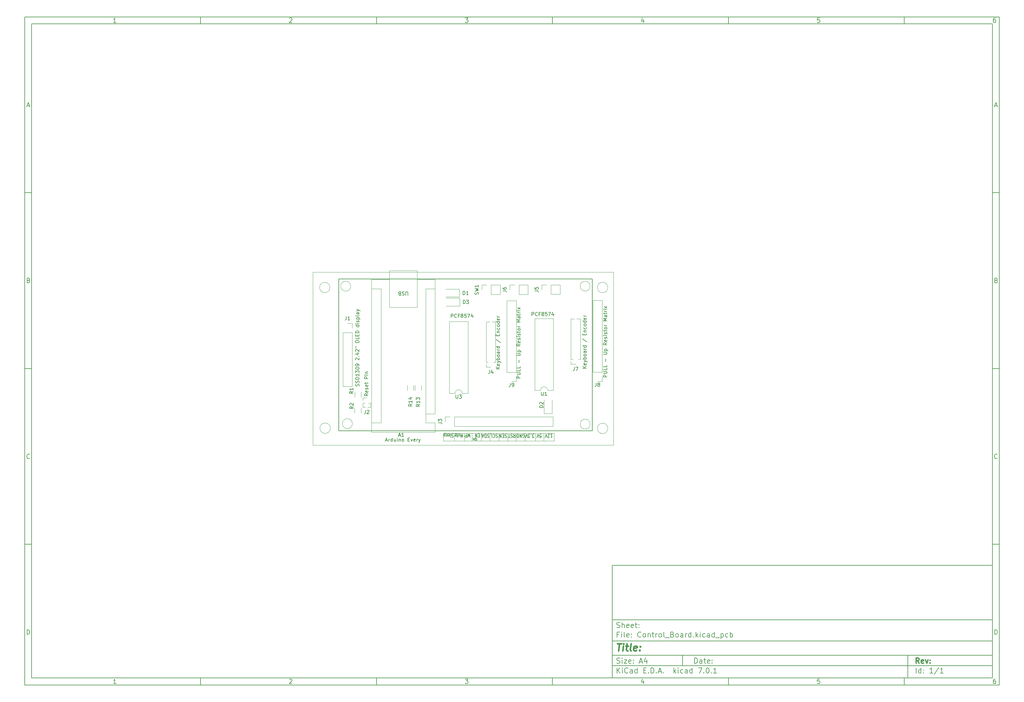
<source format=gbr>
%TF.GenerationSoftware,KiCad,Pcbnew,7.0.1*%
%TF.CreationDate,2023-10-26T15:35:36+00:00*%
%TF.ProjectId,Control_Board,436f6e74-726f-46c5-9f42-6f6172642e6b,rev?*%
%TF.SameCoordinates,Original*%
%TF.FileFunction,Legend,Top*%
%TF.FilePolarity,Positive*%
%FSLAX45Y45*%
G04 Gerber Fmt 4.5, Leading zero omitted, Abs format (unit mm)*
G04 Created by KiCad (PCBNEW 7.0.1) date 2023-10-26 15:35:36*
%MOMM*%
%LPD*%
G01*
G04 APERTURE LIST*
%ADD10C,0.100000*%
%ADD11C,0.150000*%
%ADD12C,0.300000*%
%ADD13C,0.400000*%
%ADD14C,0.120000*%
%TA.AperFunction,Profile*%
%ADD15C,0.100000*%
%TD*%
G04 APERTURE END LIST*
D10*
D11*
X17700220Y-16600720D02*
X28500220Y-16600720D01*
X28500220Y-19800720D01*
X17700220Y-19800720D01*
X17700220Y-16600720D01*
D10*
D11*
X1000000Y-1000000D02*
X28700220Y-1000000D01*
X28700220Y-20000720D01*
X1000000Y-20000720D01*
X1000000Y-1000000D01*
D10*
D11*
X1200000Y-1200000D02*
X28500220Y-1200000D01*
X28500220Y-19800720D01*
X1200000Y-19800720D01*
X1200000Y-1200000D01*
D10*
D11*
X6000000Y-1200000D02*
X6000000Y-1000000D01*
D10*
D11*
X11000000Y-1200000D02*
X11000000Y-1000000D01*
D10*
D11*
X16000000Y-1200000D02*
X16000000Y-1000000D01*
D10*
D11*
X21000000Y-1200000D02*
X21000000Y-1000000D01*
D10*
D11*
X26000000Y-1200000D02*
X26000000Y-1000000D01*
D10*
D11*
X3599048Y-1160140D02*
X3524762Y-1160140D01*
X3561905Y-1160140D02*
X3561905Y-1030140D01*
X3561905Y-1030140D02*
X3549524Y-1048712D01*
X3549524Y-1048712D02*
X3537143Y-1061093D01*
X3537143Y-1061093D02*
X3524762Y-1067283D01*
D10*
D11*
X8524762Y-1042521D02*
X8530952Y-1036331D01*
X8530952Y-1036331D02*
X8543333Y-1030140D01*
X8543333Y-1030140D02*
X8574286Y-1030140D01*
X8574286Y-1030140D02*
X8586667Y-1036331D01*
X8586667Y-1036331D02*
X8592857Y-1042521D01*
X8592857Y-1042521D02*
X8599048Y-1054902D01*
X8599048Y-1054902D02*
X8599048Y-1067283D01*
X8599048Y-1067283D02*
X8592857Y-1085855D01*
X8592857Y-1085855D02*
X8518571Y-1160140D01*
X8518571Y-1160140D02*
X8599048Y-1160140D01*
D10*
D11*
X13518571Y-1030140D02*
X13599048Y-1030140D01*
X13599048Y-1030140D02*
X13555714Y-1079664D01*
X13555714Y-1079664D02*
X13574286Y-1079664D01*
X13574286Y-1079664D02*
X13586667Y-1085855D01*
X13586667Y-1085855D02*
X13592857Y-1092045D01*
X13592857Y-1092045D02*
X13599048Y-1104426D01*
X13599048Y-1104426D02*
X13599048Y-1135379D01*
X13599048Y-1135379D02*
X13592857Y-1147760D01*
X13592857Y-1147760D02*
X13586667Y-1153950D01*
X13586667Y-1153950D02*
X13574286Y-1160140D01*
X13574286Y-1160140D02*
X13537143Y-1160140D01*
X13537143Y-1160140D02*
X13524762Y-1153950D01*
X13524762Y-1153950D02*
X13518571Y-1147760D01*
D10*
D11*
X18586667Y-1073474D02*
X18586667Y-1160140D01*
X18555714Y-1023950D02*
X18524762Y-1116807D01*
X18524762Y-1116807D02*
X18605238Y-1116807D01*
D10*
D11*
X23592857Y-1030140D02*
X23530952Y-1030140D01*
X23530952Y-1030140D02*
X23524762Y-1092045D01*
X23524762Y-1092045D02*
X23530952Y-1085855D01*
X23530952Y-1085855D02*
X23543333Y-1079664D01*
X23543333Y-1079664D02*
X23574286Y-1079664D01*
X23574286Y-1079664D02*
X23586667Y-1085855D01*
X23586667Y-1085855D02*
X23592857Y-1092045D01*
X23592857Y-1092045D02*
X23599048Y-1104426D01*
X23599048Y-1104426D02*
X23599048Y-1135379D01*
X23599048Y-1135379D02*
X23592857Y-1147760D01*
X23592857Y-1147760D02*
X23586667Y-1153950D01*
X23586667Y-1153950D02*
X23574286Y-1160140D01*
X23574286Y-1160140D02*
X23543333Y-1160140D01*
X23543333Y-1160140D02*
X23530952Y-1153950D01*
X23530952Y-1153950D02*
X23524762Y-1147760D01*
D10*
D11*
X28586667Y-1030140D02*
X28561905Y-1030140D01*
X28561905Y-1030140D02*
X28549524Y-1036331D01*
X28549524Y-1036331D02*
X28543333Y-1042521D01*
X28543333Y-1042521D02*
X28530952Y-1061093D01*
X28530952Y-1061093D02*
X28524762Y-1085855D01*
X28524762Y-1085855D02*
X28524762Y-1135379D01*
X28524762Y-1135379D02*
X28530952Y-1147760D01*
X28530952Y-1147760D02*
X28537143Y-1153950D01*
X28537143Y-1153950D02*
X28549524Y-1160140D01*
X28549524Y-1160140D02*
X28574286Y-1160140D01*
X28574286Y-1160140D02*
X28586667Y-1153950D01*
X28586667Y-1153950D02*
X28592857Y-1147760D01*
X28592857Y-1147760D02*
X28599048Y-1135379D01*
X28599048Y-1135379D02*
X28599048Y-1104426D01*
X28599048Y-1104426D02*
X28592857Y-1092045D01*
X28592857Y-1092045D02*
X28586667Y-1085855D01*
X28586667Y-1085855D02*
X28574286Y-1079664D01*
X28574286Y-1079664D02*
X28549524Y-1079664D01*
X28549524Y-1079664D02*
X28537143Y-1085855D01*
X28537143Y-1085855D02*
X28530952Y-1092045D01*
X28530952Y-1092045D02*
X28524762Y-1104426D01*
D10*
D11*
X6000000Y-19800720D02*
X6000000Y-20000720D01*
D10*
D11*
X11000000Y-19800720D02*
X11000000Y-20000720D01*
D10*
D11*
X16000000Y-19800720D02*
X16000000Y-20000720D01*
D10*
D11*
X21000000Y-19800720D02*
X21000000Y-20000720D01*
D10*
D11*
X26000000Y-19800720D02*
X26000000Y-20000720D01*
D10*
D11*
X3599048Y-19960860D02*
X3524762Y-19960860D01*
X3561905Y-19960860D02*
X3561905Y-19830860D01*
X3561905Y-19830860D02*
X3549524Y-19849432D01*
X3549524Y-19849432D02*
X3537143Y-19861813D01*
X3537143Y-19861813D02*
X3524762Y-19868003D01*
D10*
D11*
X8524762Y-19843241D02*
X8530952Y-19837051D01*
X8530952Y-19837051D02*
X8543333Y-19830860D01*
X8543333Y-19830860D02*
X8574286Y-19830860D01*
X8574286Y-19830860D02*
X8586667Y-19837051D01*
X8586667Y-19837051D02*
X8592857Y-19843241D01*
X8592857Y-19843241D02*
X8599048Y-19855622D01*
X8599048Y-19855622D02*
X8599048Y-19868003D01*
X8599048Y-19868003D02*
X8592857Y-19886575D01*
X8592857Y-19886575D02*
X8518571Y-19960860D01*
X8518571Y-19960860D02*
X8599048Y-19960860D01*
D10*
D11*
X13518571Y-19830860D02*
X13599048Y-19830860D01*
X13599048Y-19830860D02*
X13555714Y-19880384D01*
X13555714Y-19880384D02*
X13574286Y-19880384D01*
X13574286Y-19880384D02*
X13586667Y-19886575D01*
X13586667Y-19886575D02*
X13592857Y-19892765D01*
X13592857Y-19892765D02*
X13599048Y-19905146D01*
X13599048Y-19905146D02*
X13599048Y-19936099D01*
X13599048Y-19936099D02*
X13592857Y-19948480D01*
X13592857Y-19948480D02*
X13586667Y-19954670D01*
X13586667Y-19954670D02*
X13574286Y-19960860D01*
X13574286Y-19960860D02*
X13537143Y-19960860D01*
X13537143Y-19960860D02*
X13524762Y-19954670D01*
X13524762Y-19954670D02*
X13518571Y-19948480D01*
D10*
D11*
X18586667Y-19874194D02*
X18586667Y-19960860D01*
X18555714Y-19824670D02*
X18524762Y-19917527D01*
X18524762Y-19917527D02*
X18605238Y-19917527D01*
D10*
D11*
X23592857Y-19830860D02*
X23530952Y-19830860D01*
X23530952Y-19830860D02*
X23524762Y-19892765D01*
X23524762Y-19892765D02*
X23530952Y-19886575D01*
X23530952Y-19886575D02*
X23543333Y-19880384D01*
X23543333Y-19880384D02*
X23574286Y-19880384D01*
X23574286Y-19880384D02*
X23586667Y-19886575D01*
X23586667Y-19886575D02*
X23592857Y-19892765D01*
X23592857Y-19892765D02*
X23599048Y-19905146D01*
X23599048Y-19905146D02*
X23599048Y-19936099D01*
X23599048Y-19936099D02*
X23592857Y-19948480D01*
X23592857Y-19948480D02*
X23586667Y-19954670D01*
X23586667Y-19954670D02*
X23574286Y-19960860D01*
X23574286Y-19960860D02*
X23543333Y-19960860D01*
X23543333Y-19960860D02*
X23530952Y-19954670D01*
X23530952Y-19954670D02*
X23524762Y-19948480D01*
D10*
D11*
X28586667Y-19830860D02*
X28561905Y-19830860D01*
X28561905Y-19830860D02*
X28549524Y-19837051D01*
X28549524Y-19837051D02*
X28543333Y-19843241D01*
X28543333Y-19843241D02*
X28530952Y-19861813D01*
X28530952Y-19861813D02*
X28524762Y-19886575D01*
X28524762Y-19886575D02*
X28524762Y-19936099D01*
X28524762Y-19936099D02*
X28530952Y-19948480D01*
X28530952Y-19948480D02*
X28537143Y-19954670D01*
X28537143Y-19954670D02*
X28549524Y-19960860D01*
X28549524Y-19960860D02*
X28574286Y-19960860D01*
X28574286Y-19960860D02*
X28586667Y-19954670D01*
X28586667Y-19954670D02*
X28592857Y-19948480D01*
X28592857Y-19948480D02*
X28599048Y-19936099D01*
X28599048Y-19936099D02*
X28599048Y-19905146D01*
X28599048Y-19905146D02*
X28592857Y-19892765D01*
X28592857Y-19892765D02*
X28586667Y-19886575D01*
X28586667Y-19886575D02*
X28574286Y-19880384D01*
X28574286Y-19880384D02*
X28549524Y-19880384D01*
X28549524Y-19880384D02*
X28537143Y-19886575D01*
X28537143Y-19886575D02*
X28530952Y-19892765D01*
X28530952Y-19892765D02*
X28524762Y-19905146D01*
D10*
D11*
X1000000Y-6000000D02*
X1200000Y-6000000D01*
D10*
D11*
X1000000Y-11000000D02*
X1200000Y-11000000D01*
D10*
D11*
X1000000Y-16000000D02*
X1200000Y-16000000D01*
D10*
D11*
X1069048Y-3522998D02*
X1130952Y-3522998D01*
X1056667Y-3560140D02*
X1100000Y-3430140D01*
X1100000Y-3430140D02*
X1143333Y-3560140D01*
D10*
D11*
X1109286Y-8492045D02*
X1127857Y-8498236D01*
X1127857Y-8498236D02*
X1134048Y-8504426D01*
X1134048Y-8504426D02*
X1140238Y-8516807D01*
X1140238Y-8516807D02*
X1140238Y-8535379D01*
X1140238Y-8535379D02*
X1134048Y-8547760D01*
X1134048Y-8547760D02*
X1127857Y-8553950D01*
X1127857Y-8553950D02*
X1115476Y-8560140D01*
X1115476Y-8560140D02*
X1065952Y-8560140D01*
X1065952Y-8560140D02*
X1065952Y-8430140D01*
X1065952Y-8430140D02*
X1109286Y-8430140D01*
X1109286Y-8430140D02*
X1121667Y-8436331D01*
X1121667Y-8436331D02*
X1127857Y-8442521D01*
X1127857Y-8442521D02*
X1134048Y-8454902D01*
X1134048Y-8454902D02*
X1134048Y-8467283D01*
X1134048Y-8467283D02*
X1127857Y-8479664D01*
X1127857Y-8479664D02*
X1121667Y-8485855D01*
X1121667Y-8485855D02*
X1109286Y-8492045D01*
X1109286Y-8492045D02*
X1065952Y-8492045D01*
D10*
D11*
X1140238Y-13547759D02*
X1134048Y-13553950D01*
X1134048Y-13553950D02*
X1115476Y-13560140D01*
X1115476Y-13560140D02*
X1103095Y-13560140D01*
X1103095Y-13560140D02*
X1084524Y-13553950D01*
X1084524Y-13553950D02*
X1072143Y-13541569D01*
X1072143Y-13541569D02*
X1065952Y-13529188D01*
X1065952Y-13529188D02*
X1059762Y-13504426D01*
X1059762Y-13504426D02*
X1059762Y-13485855D01*
X1059762Y-13485855D02*
X1065952Y-13461093D01*
X1065952Y-13461093D02*
X1072143Y-13448712D01*
X1072143Y-13448712D02*
X1084524Y-13436331D01*
X1084524Y-13436331D02*
X1103095Y-13430140D01*
X1103095Y-13430140D02*
X1115476Y-13430140D01*
X1115476Y-13430140D02*
X1134048Y-13436331D01*
X1134048Y-13436331D02*
X1140238Y-13442521D01*
D10*
D11*
X1065952Y-18560140D02*
X1065952Y-18430140D01*
X1065952Y-18430140D02*
X1096905Y-18430140D01*
X1096905Y-18430140D02*
X1115476Y-18436331D01*
X1115476Y-18436331D02*
X1127857Y-18448712D01*
X1127857Y-18448712D02*
X1134048Y-18461093D01*
X1134048Y-18461093D02*
X1140238Y-18485855D01*
X1140238Y-18485855D02*
X1140238Y-18504426D01*
X1140238Y-18504426D02*
X1134048Y-18529188D01*
X1134048Y-18529188D02*
X1127857Y-18541569D01*
X1127857Y-18541569D02*
X1115476Y-18553950D01*
X1115476Y-18553950D02*
X1096905Y-18560140D01*
X1096905Y-18560140D02*
X1065952Y-18560140D01*
D10*
D11*
X28700220Y-6000000D02*
X28500220Y-6000000D01*
D10*
D11*
X28700220Y-11000000D02*
X28500220Y-11000000D01*
D10*
D11*
X28700220Y-16000000D02*
X28500220Y-16000000D01*
D10*
D11*
X28569268Y-3522998D02*
X28631172Y-3522998D01*
X28556887Y-3560140D02*
X28600220Y-3430140D01*
X28600220Y-3430140D02*
X28643553Y-3560140D01*
D10*
D11*
X28609506Y-8492045D02*
X28628077Y-8498236D01*
X28628077Y-8498236D02*
X28634268Y-8504426D01*
X28634268Y-8504426D02*
X28640458Y-8516807D01*
X28640458Y-8516807D02*
X28640458Y-8535379D01*
X28640458Y-8535379D02*
X28634268Y-8547760D01*
X28634268Y-8547760D02*
X28628077Y-8553950D01*
X28628077Y-8553950D02*
X28615696Y-8560140D01*
X28615696Y-8560140D02*
X28566172Y-8560140D01*
X28566172Y-8560140D02*
X28566172Y-8430140D01*
X28566172Y-8430140D02*
X28609506Y-8430140D01*
X28609506Y-8430140D02*
X28621887Y-8436331D01*
X28621887Y-8436331D02*
X28628077Y-8442521D01*
X28628077Y-8442521D02*
X28634268Y-8454902D01*
X28634268Y-8454902D02*
X28634268Y-8467283D01*
X28634268Y-8467283D02*
X28628077Y-8479664D01*
X28628077Y-8479664D02*
X28621887Y-8485855D01*
X28621887Y-8485855D02*
X28609506Y-8492045D01*
X28609506Y-8492045D02*
X28566172Y-8492045D01*
D10*
D11*
X28640458Y-13547759D02*
X28634268Y-13553950D01*
X28634268Y-13553950D02*
X28615696Y-13560140D01*
X28615696Y-13560140D02*
X28603315Y-13560140D01*
X28603315Y-13560140D02*
X28584744Y-13553950D01*
X28584744Y-13553950D02*
X28572363Y-13541569D01*
X28572363Y-13541569D02*
X28566172Y-13529188D01*
X28566172Y-13529188D02*
X28559982Y-13504426D01*
X28559982Y-13504426D02*
X28559982Y-13485855D01*
X28559982Y-13485855D02*
X28566172Y-13461093D01*
X28566172Y-13461093D02*
X28572363Y-13448712D01*
X28572363Y-13448712D02*
X28584744Y-13436331D01*
X28584744Y-13436331D02*
X28603315Y-13430140D01*
X28603315Y-13430140D02*
X28615696Y-13430140D01*
X28615696Y-13430140D02*
X28634268Y-13436331D01*
X28634268Y-13436331D02*
X28640458Y-13442521D01*
D10*
D11*
X28566172Y-18560140D02*
X28566172Y-18430140D01*
X28566172Y-18430140D02*
X28597125Y-18430140D01*
X28597125Y-18430140D02*
X28615696Y-18436331D01*
X28615696Y-18436331D02*
X28628077Y-18448712D01*
X28628077Y-18448712D02*
X28634268Y-18461093D01*
X28634268Y-18461093D02*
X28640458Y-18485855D01*
X28640458Y-18485855D02*
X28640458Y-18504426D01*
X28640458Y-18504426D02*
X28634268Y-18529188D01*
X28634268Y-18529188D02*
X28628077Y-18541569D01*
X28628077Y-18541569D02*
X28615696Y-18553950D01*
X28615696Y-18553950D02*
X28597125Y-18560140D01*
X28597125Y-18560140D02*
X28566172Y-18560140D01*
D10*
D11*
X20035934Y-19380113D02*
X20035934Y-19230113D01*
X20035934Y-19230113D02*
X20071649Y-19230113D01*
X20071649Y-19230113D02*
X20093077Y-19237256D01*
X20093077Y-19237256D02*
X20107363Y-19251541D01*
X20107363Y-19251541D02*
X20114506Y-19265827D01*
X20114506Y-19265827D02*
X20121649Y-19294399D01*
X20121649Y-19294399D02*
X20121649Y-19315827D01*
X20121649Y-19315827D02*
X20114506Y-19344399D01*
X20114506Y-19344399D02*
X20107363Y-19358684D01*
X20107363Y-19358684D02*
X20093077Y-19372970D01*
X20093077Y-19372970D02*
X20071649Y-19380113D01*
X20071649Y-19380113D02*
X20035934Y-19380113D01*
X20250220Y-19380113D02*
X20250220Y-19301541D01*
X20250220Y-19301541D02*
X20243077Y-19287256D01*
X20243077Y-19287256D02*
X20228791Y-19280113D01*
X20228791Y-19280113D02*
X20200220Y-19280113D01*
X20200220Y-19280113D02*
X20185934Y-19287256D01*
X20250220Y-19372970D02*
X20235934Y-19380113D01*
X20235934Y-19380113D02*
X20200220Y-19380113D01*
X20200220Y-19380113D02*
X20185934Y-19372970D01*
X20185934Y-19372970D02*
X20178791Y-19358684D01*
X20178791Y-19358684D02*
X20178791Y-19344399D01*
X20178791Y-19344399D02*
X20185934Y-19330113D01*
X20185934Y-19330113D02*
X20200220Y-19322970D01*
X20200220Y-19322970D02*
X20235934Y-19322970D01*
X20235934Y-19322970D02*
X20250220Y-19315827D01*
X20300220Y-19280113D02*
X20357363Y-19280113D01*
X20321649Y-19230113D02*
X20321649Y-19358684D01*
X20321649Y-19358684D02*
X20328791Y-19372970D01*
X20328791Y-19372970D02*
X20343077Y-19380113D01*
X20343077Y-19380113D02*
X20357363Y-19380113D01*
X20464506Y-19372970D02*
X20450220Y-19380113D01*
X20450220Y-19380113D02*
X20421649Y-19380113D01*
X20421649Y-19380113D02*
X20407363Y-19372970D01*
X20407363Y-19372970D02*
X20400220Y-19358684D01*
X20400220Y-19358684D02*
X20400220Y-19301541D01*
X20400220Y-19301541D02*
X20407363Y-19287256D01*
X20407363Y-19287256D02*
X20421649Y-19280113D01*
X20421649Y-19280113D02*
X20450220Y-19280113D01*
X20450220Y-19280113D02*
X20464506Y-19287256D01*
X20464506Y-19287256D02*
X20471649Y-19301541D01*
X20471649Y-19301541D02*
X20471649Y-19315827D01*
X20471649Y-19315827D02*
X20400220Y-19330113D01*
X20535934Y-19365827D02*
X20543077Y-19372970D01*
X20543077Y-19372970D02*
X20535934Y-19380113D01*
X20535934Y-19380113D02*
X20528791Y-19372970D01*
X20528791Y-19372970D02*
X20535934Y-19365827D01*
X20535934Y-19365827D02*
X20535934Y-19380113D01*
X20535934Y-19287256D02*
X20543077Y-19294399D01*
X20543077Y-19294399D02*
X20535934Y-19301541D01*
X20535934Y-19301541D02*
X20528791Y-19294399D01*
X20528791Y-19294399D02*
X20535934Y-19287256D01*
X20535934Y-19287256D02*
X20535934Y-19301541D01*
D10*
D11*
X17700220Y-19450720D02*
X28500220Y-19450720D01*
D10*
D11*
X17835934Y-19660113D02*
X17835934Y-19510113D01*
X17921649Y-19660113D02*
X17857363Y-19574399D01*
X17921649Y-19510113D02*
X17835934Y-19595827D01*
X17985934Y-19660113D02*
X17985934Y-19560113D01*
X17985934Y-19510113D02*
X17978791Y-19517256D01*
X17978791Y-19517256D02*
X17985934Y-19524399D01*
X17985934Y-19524399D02*
X17993077Y-19517256D01*
X17993077Y-19517256D02*
X17985934Y-19510113D01*
X17985934Y-19510113D02*
X17985934Y-19524399D01*
X18143077Y-19645827D02*
X18135934Y-19652970D01*
X18135934Y-19652970D02*
X18114506Y-19660113D01*
X18114506Y-19660113D02*
X18100220Y-19660113D01*
X18100220Y-19660113D02*
X18078791Y-19652970D01*
X18078791Y-19652970D02*
X18064506Y-19638684D01*
X18064506Y-19638684D02*
X18057363Y-19624399D01*
X18057363Y-19624399D02*
X18050220Y-19595827D01*
X18050220Y-19595827D02*
X18050220Y-19574399D01*
X18050220Y-19574399D02*
X18057363Y-19545827D01*
X18057363Y-19545827D02*
X18064506Y-19531541D01*
X18064506Y-19531541D02*
X18078791Y-19517256D01*
X18078791Y-19517256D02*
X18100220Y-19510113D01*
X18100220Y-19510113D02*
X18114506Y-19510113D01*
X18114506Y-19510113D02*
X18135934Y-19517256D01*
X18135934Y-19517256D02*
X18143077Y-19524399D01*
X18271649Y-19660113D02*
X18271649Y-19581541D01*
X18271649Y-19581541D02*
X18264506Y-19567256D01*
X18264506Y-19567256D02*
X18250220Y-19560113D01*
X18250220Y-19560113D02*
X18221649Y-19560113D01*
X18221649Y-19560113D02*
X18207363Y-19567256D01*
X18271649Y-19652970D02*
X18257363Y-19660113D01*
X18257363Y-19660113D02*
X18221649Y-19660113D01*
X18221649Y-19660113D02*
X18207363Y-19652970D01*
X18207363Y-19652970D02*
X18200220Y-19638684D01*
X18200220Y-19638684D02*
X18200220Y-19624399D01*
X18200220Y-19624399D02*
X18207363Y-19610113D01*
X18207363Y-19610113D02*
X18221649Y-19602970D01*
X18221649Y-19602970D02*
X18257363Y-19602970D01*
X18257363Y-19602970D02*
X18271649Y-19595827D01*
X18407363Y-19660113D02*
X18407363Y-19510113D01*
X18407363Y-19652970D02*
X18393077Y-19660113D01*
X18393077Y-19660113D02*
X18364506Y-19660113D01*
X18364506Y-19660113D02*
X18350220Y-19652970D01*
X18350220Y-19652970D02*
X18343077Y-19645827D01*
X18343077Y-19645827D02*
X18335934Y-19631541D01*
X18335934Y-19631541D02*
X18335934Y-19588684D01*
X18335934Y-19588684D02*
X18343077Y-19574399D01*
X18343077Y-19574399D02*
X18350220Y-19567256D01*
X18350220Y-19567256D02*
X18364506Y-19560113D01*
X18364506Y-19560113D02*
X18393077Y-19560113D01*
X18393077Y-19560113D02*
X18407363Y-19567256D01*
X18593077Y-19581541D02*
X18643077Y-19581541D01*
X18664506Y-19660113D02*
X18593077Y-19660113D01*
X18593077Y-19660113D02*
X18593077Y-19510113D01*
X18593077Y-19510113D02*
X18664506Y-19510113D01*
X18728791Y-19645827D02*
X18735934Y-19652970D01*
X18735934Y-19652970D02*
X18728791Y-19660113D01*
X18728791Y-19660113D02*
X18721649Y-19652970D01*
X18721649Y-19652970D02*
X18728791Y-19645827D01*
X18728791Y-19645827D02*
X18728791Y-19660113D01*
X18800220Y-19660113D02*
X18800220Y-19510113D01*
X18800220Y-19510113D02*
X18835934Y-19510113D01*
X18835934Y-19510113D02*
X18857363Y-19517256D01*
X18857363Y-19517256D02*
X18871649Y-19531541D01*
X18871649Y-19531541D02*
X18878792Y-19545827D01*
X18878792Y-19545827D02*
X18885934Y-19574399D01*
X18885934Y-19574399D02*
X18885934Y-19595827D01*
X18885934Y-19595827D02*
X18878792Y-19624399D01*
X18878792Y-19624399D02*
X18871649Y-19638684D01*
X18871649Y-19638684D02*
X18857363Y-19652970D01*
X18857363Y-19652970D02*
X18835934Y-19660113D01*
X18835934Y-19660113D02*
X18800220Y-19660113D01*
X18950220Y-19645827D02*
X18957363Y-19652970D01*
X18957363Y-19652970D02*
X18950220Y-19660113D01*
X18950220Y-19660113D02*
X18943077Y-19652970D01*
X18943077Y-19652970D02*
X18950220Y-19645827D01*
X18950220Y-19645827D02*
X18950220Y-19660113D01*
X19014506Y-19617256D02*
X19085934Y-19617256D01*
X19000220Y-19660113D02*
X19050220Y-19510113D01*
X19050220Y-19510113D02*
X19100220Y-19660113D01*
X19150220Y-19645827D02*
X19157363Y-19652970D01*
X19157363Y-19652970D02*
X19150220Y-19660113D01*
X19150220Y-19660113D02*
X19143077Y-19652970D01*
X19143077Y-19652970D02*
X19150220Y-19645827D01*
X19150220Y-19645827D02*
X19150220Y-19660113D01*
X19450220Y-19660113D02*
X19450220Y-19510113D01*
X19464506Y-19602970D02*
X19507363Y-19660113D01*
X19507363Y-19560113D02*
X19450220Y-19617256D01*
X19571649Y-19660113D02*
X19571649Y-19560113D01*
X19571649Y-19510113D02*
X19564506Y-19517256D01*
X19564506Y-19517256D02*
X19571649Y-19524399D01*
X19571649Y-19524399D02*
X19578792Y-19517256D01*
X19578792Y-19517256D02*
X19571649Y-19510113D01*
X19571649Y-19510113D02*
X19571649Y-19524399D01*
X19707363Y-19652970D02*
X19693077Y-19660113D01*
X19693077Y-19660113D02*
X19664506Y-19660113D01*
X19664506Y-19660113D02*
X19650220Y-19652970D01*
X19650220Y-19652970D02*
X19643077Y-19645827D01*
X19643077Y-19645827D02*
X19635934Y-19631541D01*
X19635934Y-19631541D02*
X19635934Y-19588684D01*
X19635934Y-19588684D02*
X19643077Y-19574399D01*
X19643077Y-19574399D02*
X19650220Y-19567256D01*
X19650220Y-19567256D02*
X19664506Y-19560113D01*
X19664506Y-19560113D02*
X19693077Y-19560113D01*
X19693077Y-19560113D02*
X19707363Y-19567256D01*
X19835934Y-19660113D02*
X19835934Y-19581541D01*
X19835934Y-19581541D02*
X19828792Y-19567256D01*
X19828792Y-19567256D02*
X19814506Y-19560113D01*
X19814506Y-19560113D02*
X19785934Y-19560113D01*
X19785934Y-19560113D02*
X19771649Y-19567256D01*
X19835934Y-19652970D02*
X19821649Y-19660113D01*
X19821649Y-19660113D02*
X19785934Y-19660113D01*
X19785934Y-19660113D02*
X19771649Y-19652970D01*
X19771649Y-19652970D02*
X19764506Y-19638684D01*
X19764506Y-19638684D02*
X19764506Y-19624399D01*
X19764506Y-19624399D02*
X19771649Y-19610113D01*
X19771649Y-19610113D02*
X19785934Y-19602970D01*
X19785934Y-19602970D02*
X19821649Y-19602970D01*
X19821649Y-19602970D02*
X19835934Y-19595827D01*
X19971649Y-19660113D02*
X19971649Y-19510113D01*
X19971649Y-19652970D02*
X19957363Y-19660113D01*
X19957363Y-19660113D02*
X19928792Y-19660113D01*
X19928792Y-19660113D02*
X19914506Y-19652970D01*
X19914506Y-19652970D02*
X19907363Y-19645827D01*
X19907363Y-19645827D02*
X19900220Y-19631541D01*
X19900220Y-19631541D02*
X19900220Y-19588684D01*
X19900220Y-19588684D02*
X19907363Y-19574399D01*
X19907363Y-19574399D02*
X19914506Y-19567256D01*
X19914506Y-19567256D02*
X19928792Y-19560113D01*
X19928792Y-19560113D02*
X19957363Y-19560113D01*
X19957363Y-19560113D02*
X19971649Y-19567256D01*
X20143077Y-19510113D02*
X20243077Y-19510113D01*
X20243077Y-19510113D02*
X20178792Y-19660113D01*
X20300220Y-19645827D02*
X20307363Y-19652970D01*
X20307363Y-19652970D02*
X20300220Y-19660113D01*
X20300220Y-19660113D02*
X20293077Y-19652970D01*
X20293077Y-19652970D02*
X20300220Y-19645827D01*
X20300220Y-19645827D02*
X20300220Y-19660113D01*
X20400220Y-19510113D02*
X20414506Y-19510113D01*
X20414506Y-19510113D02*
X20428792Y-19517256D01*
X20428792Y-19517256D02*
X20435934Y-19524399D01*
X20435934Y-19524399D02*
X20443077Y-19538684D01*
X20443077Y-19538684D02*
X20450220Y-19567256D01*
X20450220Y-19567256D02*
X20450220Y-19602970D01*
X20450220Y-19602970D02*
X20443077Y-19631541D01*
X20443077Y-19631541D02*
X20435934Y-19645827D01*
X20435934Y-19645827D02*
X20428792Y-19652970D01*
X20428792Y-19652970D02*
X20414506Y-19660113D01*
X20414506Y-19660113D02*
X20400220Y-19660113D01*
X20400220Y-19660113D02*
X20385934Y-19652970D01*
X20385934Y-19652970D02*
X20378792Y-19645827D01*
X20378792Y-19645827D02*
X20371649Y-19631541D01*
X20371649Y-19631541D02*
X20364506Y-19602970D01*
X20364506Y-19602970D02*
X20364506Y-19567256D01*
X20364506Y-19567256D02*
X20371649Y-19538684D01*
X20371649Y-19538684D02*
X20378792Y-19524399D01*
X20378792Y-19524399D02*
X20385934Y-19517256D01*
X20385934Y-19517256D02*
X20400220Y-19510113D01*
X20514506Y-19645827D02*
X20521649Y-19652970D01*
X20521649Y-19652970D02*
X20514506Y-19660113D01*
X20514506Y-19660113D02*
X20507363Y-19652970D01*
X20507363Y-19652970D02*
X20514506Y-19645827D01*
X20514506Y-19645827D02*
X20514506Y-19660113D01*
X20664506Y-19660113D02*
X20578792Y-19660113D01*
X20621649Y-19660113D02*
X20621649Y-19510113D01*
X20621649Y-19510113D02*
X20607363Y-19531541D01*
X20607363Y-19531541D02*
X20593077Y-19545827D01*
X20593077Y-19545827D02*
X20578792Y-19552970D01*
D10*
D11*
X17700220Y-19150720D02*
X28500220Y-19150720D01*
D10*
D12*
X26421648Y-19380113D02*
X26371648Y-19308684D01*
X26335934Y-19380113D02*
X26335934Y-19230113D01*
X26335934Y-19230113D02*
X26393077Y-19230113D01*
X26393077Y-19230113D02*
X26407363Y-19237256D01*
X26407363Y-19237256D02*
X26414506Y-19244399D01*
X26414506Y-19244399D02*
X26421648Y-19258684D01*
X26421648Y-19258684D02*
X26421648Y-19280113D01*
X26421648Y-19280113D02*
X26414506Y-19294399D01*
X26414506Y-19294399D02*
X26407363Y-19301541D01*
X26407363Y-19301541D02*
X26393077Y-19308684D01*
X26393077Y-19308684D02*
X26335934Y-19308684D01*
X26543077Y-19372970D02*
X26528791Y-19380113D01*
X26528791Y-19380113D02*
X26500220Y-19380113D01*
X26500220Y-19380113D02*
X26485934Y-19372970D01*
X26485934Y-19372970D02*
X26478791Y-19358684D01*
X26478791Y-19358684D02*
X26478791Y-19301541D01*
X26478791Y-19301541D02*
X26485934Y-19287256D01*
X26485934Y-19287256D02*
X26500220Y-19280113D01*
X26500220Y-19280113D02*
X26528791Y-19280113D01*
X26528791Y-19280113D02*
X26543077Y-19287256D01*
X26543077Y-19287256D02*
X26550220Y-19301541D01*
X26550220Y-19301541D02*
X26550220Y-19315827D01*
X26550220Y-19315827D02*
X26478791Y-19330113D01*
X26600220Y-19280113D02*
X26635934Y-19380113D01*
X26635934Y-19380113D02*
X26671648Y-19280113D01*
X26728791Y-19365827D02*
X26735934Y-19372970D01*
X26735934Y-19372970D02*
X26728791Y-19380113D01*
X26728791Y-19380113D02*
X26721648Y-19372970D01*
X26721648Y-19372970D02*
X26728791Y-19365827D01*
X26728791Y-19365827D02*
X26728791Y-19380113D01*
X26728791Y-19287256D02*
X26735934Y-19294399D01*
X26735934Y-19294399D02*
X26728791Y-19301541D01*
X26728791Y-19301541D02*
X26721648Y-19294399D01*
X26721648Y-19294399D02*
X26728791Y-19287256D01*
X26728791Y-19287256D02*
X26728791Y-19301541D01*
D10*
D11*
X17828791Y-19372970D02*
X17850220Y-19380113D01*
X17850220Y-19380113D02*
X17885934Y-19380113D01*
X17885934Y-19380113D02*
X17900220Y-19372970D01*
X17900220Y-19372970D02*
X17907363Y-19365827D01*
X17907363Y-19365827D02*
X17914506Y-19351541D01*
X17914506Y-19351541D02*
X17914506Y-19337256D01*
X17914506Y-19337256D02*
X17907363Y-19322970D01*
X17907363Y-19322970D02*
X17900220Y-19315827D01*
X17900220Y-19315827D02*
X17885934Y-19308684D01*
X17885934Y-19308684D02*
X17857363Y-19301541D01*
X17857363Y-19301541D02*
X17843077Y-19294399D01*
X17843077Y-19294399D02*
X17835934Y-19287256D01*
X17835934Y-19287256D02*
X17828791Y-19272970D01*
X17828791Y-19272970D02*
X17828791Y-19258684D01*
X17828791Y-19258684D02*
X17835934Y-19244399D01*
X17835934Y-19244399D02*
X17843077Y-19237256D01*
X17843077Y-19237256D02*
X17857363Y-19230113D01*
X17857363Y-19230113D02*
X17893077Y-19230113D01*
X17893077Y-19230113D02*
X17914506Y-19237256D01*
X17978791Y-19380113D02*
X17978791Y-19280113D01*
X17978791Y-19230113D02*
X17971649Y-19237256D01*
X17971649Y-19237256D02*
X17978791Y-19244399D01*
X17978791Y-19244399D02*
X17985934Y-19237256D01*
X17985934Y-19237256D02*
X17978791Y-19230113D01*
X17978791Y-19230113D02*
X17978791Y-19244399D01*
X18035934Y-19280113D02*
X18114506Y-19280113D01*
X18114506Y-19280113D02*
X18035934Y-19380113D01*
X18035934Y-19380113D02*
X18114506Y-19380113D01*
X18228791Y-19372970D02*
X18214506Y-19380113D01*
X18214506Y-19380113D02*
X18185934Y-19380113D01*
X18185934Y-19380113D02*
X18171649Y-19372970D01*
X18171649Y-19372970D02*
X18164506Y-19358684D01*
X18164506Y-19358684D02*
X18164506Y-19301541D01*
X18164506Y-19301541D02*
X18171649Y-19287256D01*
X18171649Y-19287256D02*
X18185934Y-19280113D01*
X18185934Y-19280113D02*
X18214506Y-19280113D01*
X18214506Y-19280113D02*
X18228791Y-19287256D01*
X18228791Y-19287256D02*
X18235934Y-19301541D01*
X18235934Y-19301541D02*
X18235934Y-19315827D01*
X18235934Y-19315827D02*
X18164506Y-19330113D01*
X18300220Y-19365827D02*
X18307363Y-19372970D01*
X18307363Y-19372970D02*
X18300220Y-19380113D01*
X18300220Y-19380113D02*
X18293077Y-19372970D01*
X18293077Y-19372970D02*
X18300220Y-19365827D01*
X18300220Y-19365827D02*
X18300220Y-19380113D01*
X18300220Y-19287256D02*
X18307363Y-19294399D01*
X18307363Y-19294399D02*
X18300220Y-19301541D01*
X18300220Y-19301541D02*
X18293077Y-19294399D01*
X18293077Y-19294399D02*
X18300220Y-19287256D01*
X18300220Y-19287256D02*
X18300220Y-19301541D01*
X18478791Y-19337256D02*
X18550220Y-19337256D01*
X18464506Y-19380113D02*
X18514506Y-19230113D01*
X18514506Y-19230113D02*
X18564506Y-19380113D01*
X18678791Y-19280113D02*
X18678791Y-19380113D01*
X18643077Y-19222970D02*
X18607363Y-19330113D01*
X18607363Y-19330113D02*
X18700220Y-19330113D01*
D10*
D11*
X26335934Y-19660113D02*
X26335934Y-19510113D01*
X26471649Y-19660113D02*
X26471649Y-19510113D01*
X26471649Y-19652970D02*
X26457363Y-19660113D01*
X26457363Y-19660113D02*
X26428791Y-19660113D01*
X26428791Y-19660113D02*
X26414506Y-19652970D01*
X26414506Y-19652970D02*
X26407363Y-19645827D01*
X26407363Y-19645827D02*
X26400220Y-19631541D01*
X26400220Y-19631541D02*
X26400220Y-19588684D01*
X26400220Y-19588684D02*
X26407363Y-19574399D01*
X26407363Y-19574399D02*
X26414506Y-19567256D01*
X26414506Y-19567256D02*
X26428791Y-19560113D01*
X26428791Y-19560113D02*
X26457363Y-19560113D01*
X26457363Y-19560113D02*
X26471649Y-19567256D01*
X26543077Y-19645827D02*
X26550220Y-19652970D01*
X26550220Y-19652970D02*
X26543077Y-19660113D01*
X26543077Y-19660113D02*
X26535934Y-19652970D01*
X26535934Y-19652970D02*
X26543077Y-19645827D01*
X26543077Y-19645827D02*
X26543077Y-19660113D01*
X26543077Y-19567256D02*
X26550220Y-19574399D01*
X26550220Y-19574399D02*
X26543077Y-19581541D01*
X26543077Y-19581541D02*
X26535934Y-19574399D01*
X26535934Y-19574399D02*
X26543077Y-19567256D01*
X26543077Y-19567256D02*
X26543077Y-19581541D01*
X26807363Y-19660113D02*
X26721649Y-19660113D01*
X26764506Y-19660113D02*
X26764506Y-19510113D01*
X26764506Y-19510113D02*
X26750220Y-19531541D01*
X26750220Y-19531541D02*
X26735934Y-19545827D01*
X26735934Y-19545827D02*
X26721649Y-19552970D01*
X26978791Y-19502970D02*
X26850220Y-19695827D01*
X27107363Y-19660113D02*
X27021649Y-19660113D01*
X27064506Y-19660113D02*
X27064506Y-19510113D01*
X27064506Y-19510113D02*
X27050220Y-19531541D01*
X27050220Y-19531541D02*
X27035934Y-19545827D01*
X27035934Y-19545827D02*
X27021649Y-19552970D01*
D10*
D11*
X17700220Y-18750720D02*
X28500220Y-18750720D01*
D10*
D13*
X17843077Y-18823244D02*
X17957363Y-18823244D01*
X17875220Y-19023244D02*
X17900220Y-18823244D01*
X17997839Y-19023244D02*
X18014506Y-18889910D01*
X18022839Y-18823244D02*
X18012125Y-18832768D01*
X18012125Y-18832768D02*
X18020458Y-18842291D01*
X18020458Y-18842291D02*
X18031172Y-18832768D01*
X18031172Y-18832768D02*
X18022839Y-18823244D01*
X18022839Y-18823244D02*
X18020458Y-18842291D01*
X18079982Y-18889910D02*
X18156172Y-18889910D01*
X18116887Y-18823244D02*
X18095458Y-18994672D01*
X18095458Y-18994672D02*
X18102601Y-19013720D01*
X18102601Y-19013720D02*
X18120458Y-19023244D01*
X18120458Y-19023244D02*
X18139506Y-19023244D01*
X18233553Y-19023244D02*
X18215696Y-19013720D01*
X18215696Y-19013720D02*
X18208553Y-18994672D01*
X18208553Y-18994672D02*
X18229982Y-18823244D01*
X18385934Y-19013720D02*
X18365696Y-19023244D01*
X18365696Y-19023244D02*
X18327601Y-19023244D01*
X18327601Y-19023244D02*
X18309744Y-19013720D01*
X18309744Y-19013720D02*
X18302601Y-18994672D01*
X18302601Y-18994672D02*
X18312125Y-18918482D01*
X18312125Y-18918482D02*
X18324029Y-18899434D01*
X18324029Y-18899434D02*
X18344268Y-18889910D01*
X18344268Y-18889910D02*
X18382363Y-18889910D01*
X18382363Y-18889910D02*
X18400220Y-18899434D01*
X18400220Y-18899434D02*
X18407363Y-18918482D01*
X18407363Y-18918482D02*
X18404982Y-18937530D01*
X18404982Y-18937530D02*
X18307363Y-18956577D01*
X18481172Y-19004196D02*
X18489506Y-19013720D01*
X18489506Y-19013720D02*
X18478791Y-19023244D01*
X18478791Y-19023244D02*
X18470458Y-19013720D01*
X18470458Y-19013720D02*
X18481172Y-19004196D01*
X18481172Y-19004196D02*
X18478791Y-19023244D01*
X18494268Y-18899434D02*
X18502601Y-18908958D01*
X18502601Y-18908958D02*
X18491887Y-18918482D01*
X18491887Y-18918482D02*
X18483553Y-18908958D01*
X18483553Y-18908958D02*
X18494268Y-18899434D01*
X18494268Y-18899434D02*
X18491887Y-18918482D01*
D10*
D11*
X17885934Y-18561541D02*
X17835934Y-18561541D01*
X17835934Y-18640113D02*
X17835934Y-18490113D01*
X17835934Y-18490113D02*
X17907363Y-18490113D01*
X17964506Y-18640113D02*
X17964506Y-18540113D01*
X17964506Y-18490113D02*
X17957363Y-18497256D01*
X17957363Y-18497256D02*
X17964506Y-18504399D01*
X17964506Y-18504399D02*
X17971649Y-18497256D01*
X17971649Y-18497256D02*
X17964506Y-18490113D01*
X17964506Y-18490113D02*
X17964506Y-18504399D01*
X18057363Y-18640113D02*
X18043077Y-18632970D01*
X18043077Y-18632970D02*
X18035934Y-18618684D01*
X18035934Y-18618684D02*
X18035934Y-18490113D01*
X18171649Y-18632970D02*
X18157363Y-18640113D01*
X18157363Y-18640113D02*
X18128791Y-18640113D01*
X18128791Y-18640113D02*
X18114506Y-18632970D01*
X18114506Y-18632970D02*
X18107363Y-18618684D01*
X18107363Y-18618684D02*
X18107363Y-18561541D01*
X18107363Y-18561541D02*
X18114506Y-18547256D01*
X18114506Y-18547256D02*
X18128791Y-18540113D01*
X18128791Y-18540113D02*
X18157363Y-18540113D01*
X18157363Y-18540113D02*
X18171649Y-18547256D01*
X18171649Y-18547256D02*
X18178791Y-18561541D01*
X18178791Y-18561541D02*
X18178791Y-18575827D01*
X18178791Y-18575827D02*
X18107363Y-18590113D01*
X18243077Y-18625827D02*
X18250220Y-18632970D01*
X18250220Y-18632970D02*
X18243077Y-18640113D01*
X18243077Y-18640113D02*
X18235934Y-18632970D01*
X18235934Y-18632970D02*
X18243077Y-18625827D01*
X18243077Y-18625827D02*
X18243077Y-18640113D01*
X18243077Y-18547256D02*
X18250220Y-18554399D01*
X18250220Y-18554399D02*
X18243077Y-18561541D01*
X18243077Y-18561541D02*
X18235934Y-18554399D01*
X18235934Y-18554399D02*
X18243077Y-18547256D01*
X18243077Y-18547256D02*
X18243077Y-18561541D01*
X18514506Y-18625827D02*
X18507363Y-18632970D01*
X18507363Y-18632970D02*
X18485934Y-18640113D01*
X18485934Y-18640113D02*
X18471649Y-18640113D01*
X18471649Y-18640113D02*
X18450220Y-18632970D01*
X18450220Y-18632970D02*
X18435934Y-18618684D01*
X18435934Y-18618684D02*
X18428791Y-18604399D01*
X18428791Y-18604399D02*
X18421649Y-18575827D01*
X18421649Y-18575827D02*
X18421649Y-18554399D01*
X18421649Y-18554399D02*
X18428791Y-18525827D01*
X18428791Y-18525827D02*
X18435934Y-18511541D01*
X18435934Y-18511541D02*
X18450220Y-18497256D01*
X18450220Y-18497256D02*
X18471649Y-18490113D01*
X18471649Y-18490113D02*
X18485934Y-18490113D01*
X18485934Y-18490113D02*
X18507363Y-18497256D01*
X18507363Y-18497256D02*
X18514506Y-18504399D01*
X18600220Y-18640113D02*
X18585934Y-18632970D01*
X18585934Y-18632970D02*
X18578791Y-18625827D01*
X18578791Y-18625827D02*
X18571649Y-18611541D01*
X18571649Y-18611541D02*
X18571649Y-18568684D01*
X18571649Y-18568684D02*
X18578791Y-18554399D01*
X18578791Y-18554399D02*
X18585934Y-18547256D01*
X18585934Y-18547256D02*
X18600220Y-18540113D01*
X18600220Y-18540113D02*
X18621649Y-18540113D01*
X18621649Y-18540113D02*
X18635934Y-18547256D01*
X18635934Y-18547256D02*
X18643077Y-18554399D01*
X18643077Y-18554399D02*
X18650220Y-18568684D01*
X18650220Y-18568684D02*
X18650220Y-18611541D01*
X18650220Y-18611541D02*
X18643077Y-18625827D01*
X18643077Y-18625827D02*
X18635934Y-18632970D01*
X18635934Y-18632970D02*
X18621649Y-18640113D01*
X18621649Y-18640113D02*
X18600220Y-18640113D01*
X18714506Y-18540113D02*
X18714506Y-18640113D01*
X18714506Y-18554399D02*
X18721649Y-18547256D01*
X18721649Y-18547256D02*
X18735934Y-18540113D01*
X18735934Y-18540113D02*
X18757363Y-18540113D01*
X18757363Y-18540113D02*
X18771649Y-18547256D01*
X18771649Y-18547256D02*
X18778791Y-18561541D01*
X18778791Y-18561541D02*
X18778791Y-18640113D01*
X18828791Y-18540113D02*
X18885934Y-18540113D01*
X18850220Y-18490113D02*
X18850220Y-18618684D01*
X18850220Y-18618684D02*
X18857363Y-18632970D01*
X18857363Y-18632970D02*
X18871649Y-18640113D01*
X18871649Y-18640113D02*
X18885934Y-18640113D01*
X18935934Y-18640113D02*
X18935934Y-18540113D01*
X18935934Y-18568684D02*
X18943077Y-18554399D01*
X18943077Y-18554399D02*
X18950220Y-18547256D01*
X18950220Y-18547256D02*
X18964506Y-18540113D01*
X18964506Y-18540113D02*
X18978791Y-18540113D01*
X19050220Y-18640113D02*
X19035934Y-18632970D01*
X19035934Y-18632970D02*
X19028791Y-18625827D01*
X19028791Y-18625827D02*
X19021649Y-18611541D01*
X19021649Y-18611541D02*
X19021649Y-18568684D01*
X19021649Y-18568684D02*
X19028791Y-18554399D01*
X19028791Y-18554399D02*
X19035934Y-18547256D01*
X19035934Y-18547256D02*
X19050220Y-18540113D01*
X19050220Y-18540113D02*
X19071649Y-18540113D01*
X19071649Y-18540113D02*
X19085934Y-18547256D01*
X19085934Y-18547256D02*
X19093077Y-18554399D01*
X19093077Y-18554399D02*
X19100220Y-18568684D01*
X19100220Y-18568684D02*
X19100220Y-18611541D01*
X19100220Y-18611541D02*
X19093077Y-18625827D01*
X19093077Y-18625827D02*
X19085934Y-18632970D01*
X19085934Y-18632970D02*
X19071649Y-18640113D01*
X19071649Y-18640113D02*
X19050220Y-18640113D01*
X19185934Y-18640113D02*
X19171649Y-18632970D01*
X19171649Y-18632970D02*
X19164506Y-18618684D01*
X19164506Y-18618684D02*
X19164506Y-18490113D01*
X19207363Y-18654399D02*
X19321649Y-18654399D01*
X19407363Y-18561541D02*
X19428791Y-18568684D01*
X19428791Y-18568684D02*
X19435934Y-18575827D01*
X19435934Y-18575827D02*
X19443077Y-18590113D01*
X19443077Y-18590113D02*
X19443077Y-18611541D01*
X19443077Y-18611541D02*
X19435934Y-18625827D01*
X19435934Y-18625827D02*
X19428791Y-18632970D01*
X19428791Y-18632970D02*
X19414506Y-18640113D01*
X19414506Y-18640113D02*
X19357363Y-18640113D01*
X19357363Y-18640113D02*
X19357363Y-18490113D01*
X19357363Y-18490113D02*
X19407363Y-18490113D01*
X19407363Y-18490113D02*
X19421649Y-18497256D01*
X19421649Y-18497256D02*
X19428791Y-18504399D01*
X19428791Y-18504399D02*
X19435934Y-18518684D01*
X19435934Y-18518684D02*
X19435934Y-18532970D01*
X19435934Y-18532970D02*
X19428791Y-18547256D01*
X19428791Y-18547256D02*
X19421649Y-18554399D01*
X19421649Y-18554399D02*
X19407363Y-18561541D01*
X19407363Y-18561541D02*
X19357363Y-18561541D01*
X19528791Y-18640113D02*
X19514506Y-18632970D01*
X19514506Y-18632970D02*
X19507363Y-18625827D01*
X19507363Y-18625827D02*
X19500220Y-18611541D01*
X19500220Y-18611541D02*
X19500220Y-18568684D01*
X19500220Y-18568684D02*
X19507363Y-18554399D01*
X19507363Y-18554399D02*
X19514506Y-18547256D01*
X19514506Y-18547256D02*
X19528791Y-18540113D01*
X19528791Y-18540113D02*
X19550220Y-18540113D01*
X19550220Y-18540113D02*
X19564506Y-18547256D01*
X19564506Y-18547256D02*
X19571649Y-18554399D01*
X19571649Y-18554399D02*
X19578791Y-18568684D01*
X19578791Y-18568684D02*
X19578791Y-18611541D01*
X19578791Y-18611541D02*
X19571649Y-18625827D01*
X19571649Y-18625827D02*
X19564506Y-18632970D01*
X19564506Y-18632970D02*
X19550220Y-18640113D01*
X19550220Y-18640113D02*
X19528791Y-18640113D01*
X19707363Y-18640113D02*
X19707363Y-18561541D01*
X19707363Y-18561541D02*
X19700220Y-18547256D01*
X19700220Y-18547256D02*
X19685934Y-18540113D01*
X19685934Y-18540113D02*
X19657363Y-18540113D01*
X19657363Y-18540113D02*
X19643077Y-18547256D01*
X19707363Y-18632970D02*
X19693077Y-18640113D01*
X19693077Y-18640113D02*
X19657363Y-18640113D01*
X19657363Y-18640113D02*
X19643077Y-18632970D01*
X19643077Y-18632970D02*
X19635934Y-18618684D01*
X19635934Y-18618684D02*
X19635934Y-18604399D01*
X19635934Y-18604399D02*
X19643077Y-18590113D01*
X19643077Y-18590113D02*
X19657363Y-18582970D01*
X19657363Y-18582970D02*
X19693077Y-18582970D01*
X19693077Y-18582970D02*
X19707363Y-18575827D01*
X19778791Y-18640113D02*
X19778791Y-18540113D01*
X19778791Y-18568684D02*
X19785934Y-18554399D01*
X19785934Y-18554399D02*
X19793077Y-18547256D01*
X19793077Y-18547256D02*
X19807363Y-18540113D01*
X19807363Y-18540113D02*
X19821649Y-18540113D01*
X19935934Y-18640113D02*
X19935934Y-18490113D01*
X19935934Y-18632970D02*
X19921648Y-18640113D01*
X19921648Y-18640113D02*
X19893077Y-18640113D01*
X19893077Y-18640113D02*
X19878791Y-18632970D01*
X19878791Y-18632970D02*
X19871648Y-18625827D01*
X19871648Y-18625827D02*
X19864506Y-18611541D01*
X19864506Y-18611541D02*
X19864506Y-18568684D01*
X19864506Y-18568684D02*
X19871648Y-18554399D01*
X19871648Y-18554399D02*
X19878791Y-18547256D01*
X19878791Y-18547256D02*
X19893077Y-18540113D01*
X19893077Y-18540113D02*
X19921648Y-18540113D01*
X19921648Y-18540113D02*
X19935934Y-18547256D01*
X20007363Y-18625827D02*
X20014506Y-18632970D01*
X20014506Y-18632970D02*
X20007363Y-18640113D01*
X20007363Y-18640113D02*
X20000220Y-18632970D01*
X20000220Y-18632970D02*
X20007363Y-18625827D01*
X20007363Y-18625827D02*
X20007363Y-18640113D01*
X20078791Y-18640113D02*
X20078791Y-18490113D01*
X20093077Y-18582970D02*
X20135934Y-18640113D01*
X20135934Y-18540113D02*
X20078791Y-18597256D01*
X20200220Y-18640113D02*
X20200220Y-18540113D01*
X20200220Y-18490113D02*
X20193077Y-18497256D01*
X20193077Y-18497256D02*
X20200220Y-18504399D01*
X20200220Y-18504399D02*
X20207363Y-18497256D01*
X20207363Y-18497256D02*
X20200220Y-18490113D01*
X20200220Y-18490113D02*
X20200220Y-18504399D01*
X20335934Y-18632970D02*
X20321649Y-18640113D01*
X20321649Y-18640113D02*
X20293077Y-18640113D01*
X20293077Y-18640113D02*
X20278791Y-18632970D01*
X20278791Y-18632970D02*
X20271649Y-18625827D01*
X20271649Y-18625827D02*
X20264506Y-18611541D01*
X20264506Y-18611541D02*
X20264506Y-18568684D01*
X20264506Y-18568684D02*
X20271649Y-18554399D01*
X20271649Y-18554399D02*
X20278791Y-18547256D01*
X20278791Y-18547256D02*
X20293077Y-18540113D01*
X20293077Y-18540113D02*
X20321649Y-18540113D01*
X20321649Y-18540113D02*
X20335934Y-18547256D01*
X20464506Y-18640113D02*
X20464506Y-18561541D01*
X20464506Y-18561541D02*
X20457363Y-18547256D01*
X20457363Y-18547256D02*
X20443077Y-18540113D01*
X20443077Y-18540113D02*
X20414506Y-18540113D01*
X20414506Y-18540113D02*
X20400220Y-18547256D01*
X20464506Y-18632970D02*
X20450220Y-18640113D01*
X20450220Y-18640113D02*
X20414506Y-18640113D01*
X20414506Y-18640113D02*
X20400220Y-18632970D01*
X20400220Y-18632970D02*
X20393077Y-18618684D01*
X20393077Y-18618684D02*
X20393077Y-18604399D01*
X20393077Y-18604399D02*
X20400220Y-18590113D01*
X20400220Y-18590113D02*
X20414506Y-18582970D01*
X20414506Y-18582970D02*
X20450220Y-18582970D01*
X20450220Y-18582970D02*
X20464506Y-18575827D01*
X20600220Y-18640113D02*
X20600220Y-18490113D01*
X20600220Y-18632970D02*
X20585934Y-18640113D01*
X20585934Y-18640113D02*
X20557363Y-18640113D01*
X20557363Y-18640113D02*
X20543077Y-18632970D01*
X20543077Y-18632970D02*
X20535934Y-18625827D01*
X20535934Y-18625827D02*
X20528791Y-18611541D01*
X20528791Y-18611541D02*
X20528791Y-18568684D01*
X20528791Y-18568684D02*
X20535934Y-18554399D01*
X20535934Y-18554399D02*
X20543077Y-18547256D01*
X20543077Y-18547256D02*
X20557363Y-18540113D01*
X20557363Y-18540113D02*
X20585934Y-18540113D01*
X20585934Y-18540113D02*
X20600220Y-18547256D01*
X20635934Y-18654399D02*
X20750220Y-18654399D01*
X20785934Y-18540113D02*
X20785934Y-18690113D01*
X20785934Y-18547256D02*
X20800220Y-18540113D01*
X20800220Y-18540113D02*
X20828791Y-18540113D01*
X20828791Y-18540113D02*
X20843077Y-18547256D01*
X20843077Y-18547256D02*
X20850220Y-18554399D01*
X20850220Y-18554399D02*
X20857363Y-18568684D01*
X20857363Y-18568684D02*
X20857363Y-18611541D01*
X20857363Y-18611541D02*
X20850220Y-18625827D01*
X20850220Y-18625827D02*
X20843077Y-18632970D01*
X20843077Y-18632970D02*
X20828791Y-18640113D01*
X20828791Y-18640113D02*
X20800220Y-18640113D01*
X20800220Y-18640113D02*
X20785934Y-18632970D01*
X20985934Y-18632970D02*
X20971649Y-18640113D01*
X20971649Y-18640113D02*
X20943077Y-18640113D01*
X20943077Y-18640113D02*
X20928791Y-18632970D01*
X20928791Y-18632970D02*
X20921649Y-18625827D01*
X20921649Y-18625827D02*
X20914506Y-18611541D01*
X20914506Y-18611541D02*
X20914506Y-18568684D01*
X20914506Y-18568684D02*
X20921649Y-18554399D01*
X20921649Y-18554399D02*
X20928791Y-18547256D01*
X20928791Y-18547256D02*
X20943077Y-18540113D01*
X20943077Y-18540113D02*
X20971649Y-18540113D01*
X20971649Y-18540113D02*
X20985934Y-18547256D01*
X21050220Y-18640113D02*
X21050220Y-18490113D01*
X21050220Y-18547256D02*
X21064506Y-18540113D01*
X21064506Y-18540113D02*
X21093077Y-18540113D01*
X21093077Y-18540113D02*
X21107363Y-18547256D01*
X21107363Y-18547256D02*
X21114506Y-18554399D01*
X21114506Y-18554399D02*
X21121649Y-18568684D01*
X21121649Y-18568684D02*
X21121649Y-18611541D01*
X21121649Y-18611541D02*
X21114506Y-18625827D01*
X21114506Y-18625827D02*
X21107363Y-18632970D01*
X21107363Y-18632970D02*
X21093077Y-18640113D01*
X21093077Y-18640113D02*
X21064506Y-18640113D01*
X21064506Y-18640113D02*
X21050220Y-18632970D01*
D10*
D11*
X17700220Y-18150720D02*
X28500220Y-18150720D01*
D10*
D11*
X17828791Y-18362970D02*
X17850220Y-18370113D01*
X17850220Y-18370113D02*
X17885934Y-18370113D01*
X17885934Y-18370113D02*
X17900220Y-18362970D01*
X17900220Y-18362970D02*
X17907363Y-18355827D01*
X17907363Y-18355827D02*
X17914506Y-18341541D01*
X17914506Y-18341541D02*
X17914506Y-18327256D01*
X17914506Y-18327256D02*
X17907363Y-18312970D01*
X17907363Y-18312970D02*
X17900220Y-18305827D01*
X17900220Y-18305827D02*
X17885934Y-18298684D01*
X17885934Y-18298684D02*
X17857363Y-18291541D01*
X17857363Y-18291541D02*
X17843077Y-18284399D01*
X17843077Y-18284399D02*
X17835934Y-18277256D01*
X17835934Y-18277256D02*
X17828791Y-18262970D01*
X17828791Y-18262970D02*
X17828791Y-18248684D01*
X17828791Y-18248684D02*
X17835934Y-18234399D01*
X17835934Y-18234399D02*
X17843077Y-18227256D01*
X17843077Y-18227256D02*
X17857363Y-18220113D01*
X17857363Y-18220113D02*
X17893077Y-18220113D01*
X17893077Y-18220113D02*
X17914506Y-18227256D01*
X17978791Y-18370113D02*
X17978791Y-18220113D01*
X18043077Y-18370113D02*
X18043077Y-18291541D01*
X18043077Y-18291541D02*
X18035934Y-18277256D01*
X18035934Y-18277256D02*
X18021649Y-18270113D01*
X18021649Y-18270113D02*
X18000220Y-18270113D01*
X18000220Y-18270113D02*
X17985934Y-18277256D01*
X17985934Y-18277256D02*
X17978791Y-18284399D01*
X18171649Y-18362970D02*
X18157363Y-18370113D01*
X18157363Y-18370113D02*
X18128791Y-18370113D01*
X18128791Y-18370113D02*
X18114506Y-18362970D01*
X18114506Y-18362970D02*
X18107363Y-18348684D01*
X18107363Y-18348684D02*
X18107363Y-18291541D01*
X18107363Y-18291541D02*
X18114506Y-18277256D01*
X18114506Y-18277256D02*
X18128791Y-18270113D01*
X18128791Y-18270113D02*
X18157363Y-18270113D01*
X18157363Y-18270113D02*
X18171649Y-18277256D01*
X18171649Y-18277256D02*
X18178791Y-18291541D01*
X18178791Y-18291541D02*
X18178791Y-18305827D01*
X18178791Y-18305827D02*
X18107363Y-18320113D01*
X18300220Y-18362970D02*
X18285934Y-18370113D01*
X18285934Y-18370113D02*
X18257363Y-18370113D01*
X18257363Y-18370113D02*
X18243077Y-18362970D01*
X18243077Y-18362970D02*
X18235934Y-18348684D01*
X18235934Y-18348684D02*
X18235934Y-18291541D01*
X18235934Y-18291541D02*
X18243077Y-18277256D01*
X18243077Y-18277256D02*
X18257363Y-18270113D01*
X18257363Y-18270113D02*
X18285934Y-18270113D01*
X18285934Y-18270113D02*
X18300220Y-18277256D01*
X18300220Y-18277256D02*
X18307363Y-18291541D01*
X18307363Y-18291541D02*
X18307363Y-18305827D01*
X18307363Y-18305827D02*
X18235934Y-18320113D01*
X18350220Y-18270113D02*
X18407363Y-18270113D01*
X18371648Y-18220113D02*
X18371648Y-18348684D01*
X18371648Y-18348684D02*
X18378791Y-18362970D01*
X18378791Y-18362970D02*
X18393077Y-18370113D01*
X18393077Y-18370113D02*
X18407363Y-18370113D01*
X18457363Y-18355827D02*
X18464506Y-18362970D01*
X18464506Y-18362970D02*
X18457363Y-18370113D01*
X18457363Y-18370113D02*
X18450220Y-18362970D01*
X18450220Y-18362970D02*
X18457363Y-18355827D01*
X18457363Y-18355827D02*
X18457363Y-18370113D01*
X18457363Y-18277256D02*
X18464506Y-18284399D01*
X18464506Y-18284399D02*
X18457363Y-18291541D01*
X18457363Y-18291541D02*
X18450220Y-18284399D01*
X18450220Y-18284399D02*
X18457363Y-18277256D01*
X18457363Y-18277256D02*
X18457363Y-18291541D01*
D10*
D12*
D10*
D11*
D10*
D11*
D10*
D11*
D10*
D11*
D10*
D11*
X19700220Y-19150720D02*
X19700220Y-19450720D01*
D10*
D11*
X26100220Y-19150720D02*
X26100220Y-19800720D01*
D14*
X14965000Y-12837500D02*
X14965000Y-13057500D01*
X14473750Y-12840000D02*
X14473750Y-13060000D01*
X13970000Y-12840000D02*
X13970000Y-13060000D01*
X13207500Y-12840000D02*
X13207500Y-13060000D01*
X12897500Y-12837500D02*
X16050000Y-12837500D01*
X16050000Y-13060000D01*
X12897500Y-13060000D01*
X12897500Y-12837500D01*
X15220000Y-12840000D02*
X15220000Y-13060000D01*
X14220000Y-12840000D02*
X14220000Y-13060000D01*
X15750000Y-12840000D02*
X15750000Y-13057500D01*
X15510000Y-12840000D02*
X15510000Y-13060000D01*
X13710000Y-12837500D02*
X13710000Y-13057500D01*
X14725000Y-12837500D02*
X14725000Y-13057500D01*
X13490000Y-12840000D02*
X13490000Y-13060000D01*
D11*
X9924032Y-8455000D02*
X17131532Y-8455000D01*
X17131532Y-12772500D01*
X9924032Y-12772500D01*
X9924032Y-8455000D01*
X13118809Y-9547762D02*
X13118809Y-9447762D01*
X13118809Y-9447762D02*
X13156905Y-9447762D01*
X13156905Y-9447762D02*
X13166428Y-9452524D01*
X13166428Y-9452524D02*
X13171190Y-9457286D01*
X13171190Y-9457286D02*
X13175952Y-9466810D01*
X13175952Y-9466810D02*
X13175952Y-9481095D01*
X13175952Y-9481095D02*
X13171190Y-9490619D01*
X13171190Y-9490619D02*
X13166428Y-9495381D01*
X13166428Y-9495381D02*
X13156905Y-9500143D01*
X13156905Y-9500143D02*
X13118809Y-9500143D01*
X13275952Y-9538238D02*
X13271190Y-9543000D01*
X13271190Y-9543000D02*
X13256905Y-9547762D01*
X13256905Y-9547762D02*
X13247381Y-9547762D01*
X13247381Y-9547762D02*
X13233095Y-9543000D01*
X13233095Y-9543000D02*
X13223571Y-9533476D01*
X13223571Y-9533476D02*
X13218809Y-9523952D01*
X13218809Y-9523952D02*
X13214048Y-9504905D01*
X13214048Y-9504905D02*
X13214048Y-9490619D01*
X13214048Y-9490619D02*
X13218809Y-9471571D01*
X13218809Y-9471571D02*
X13223571Y-9462048D01*
X13223571Y-9462048D02*
X13233095Y-9452524D01*
X13233095Y-9452524D02*
X13247381Y-9447762D01*
X13247381Y-9447762D02*
X13256905Y-9447762D01*
X13256905Y-9447762D02*
X13271190Y-9452524D01*
X13271190Y-9452524D02*
X13275952Y-9457286D01*
X13352143Y-9495381D02*
X13318809Y-9495381D01*
X13318809Y-9547762D02*
X13318809Y-9447762D01*
X13318809Y-9447762D02*
X13366428Y-9447762D01*
X13418809Y-9490619D02*
X13409286Y-9485857D01*
X13409286Y-9485857D02*
X13404524Y-9481095D01*
X13404524Y-9481095D02*
X13399762Y-9471571D01*
X13399762Y-9471571D02*
X13399762Y-9466810D01*
X13399762Y-9466810D02*
X13404524Y-9457286D01*
X13404524Y-9457286D02*
X13409286Y-9452524D01*
X13409286Y-9452524D02*
X13418809Y-9447762D01*
X13418809Y-9447762D02*
X13437857Y-9447762D01*
X13437857Y-9447762D02*
X13447381Y-9452524D01*
X13447381Y-9452524D02*
X13452143Y-9457286D01*
X13452143Y-9457286D02*
X13456905Y-9466810D01*
X13456905Y-9466810D02*
X13456905Y-9471571D01*
X13456905Y-9471571D02*
X13452143Y-9481095D01*
X13452143Y-9481095D02*
X13447381Y-9485857D01*
X13447381Y-9485857D02*
X13437857Y-9490619D01*
X13437857Y-9490619D02*
X13418809Y-9490619D01*
X13418809Y-9490619D02*
X13409286Y-9495381D01*
X13409286Y-9495381D02*
X13404524Y-9500143D01*
X13404524Y-9500143D02*
X13399762Y-9509667D01*
X13399762Y-9509667D02*
X13399762Y-9528714D01*
X13399762Y-9528714D02*
X13404524Y-9538238D01*
X13404524Y-9538238D02*
X13409286Y-9543000D01*
X13409286Y-9543000D02*
X13418809Y-9547762D01*
X13418809Y-9547762D02*
X13437857Y-9547762D01*
X13437857Y-9547762D02*
X13447381Y-9543000D01*
X13447381Y-9543000D02*
X13452143Y-9538238D01*
X13452143Y-9538238D02*
X13456905Y-9528714D01*
X13456905Y-9528714D02*
X13456905Y-9509667D01*
X13456905Y-9509667D02*
X13452143Y-9500143D01*
X13452143Y-9500143D02*
X13447381Y-9495381D01*
X13447381Y-9495381D02*
X13437857Y-9490619D01*
X13547381Y-9447762D02*
X13499762Y-9447762D01*
X13499762Y-9447762D02*
X13495000Y-9495381D01*
X13495000Y-9495381D02*
X13499762Y-9490619D01*
X13499762Y-9490619D02*
X13509286Y-9485857D01*
X13509286Y-9485857D02*
X13533095Y-9485857D01*
X13533095Y-9485857D02*
X13542619Y-9490619D01*
X13542619Y-9490619D02*
X13547381Y-9495381D01*
X13547381Y-9495381D02*
X13552143Y-9504905D01*
X13552143Y-9504905D02*
X13552143Y-9528714D01*
X13552143Y-9528714D02*
X13547381Y-9538238D01*
X13547381Y-9538238D02*
X13542619Y-9543000D01*
X13542619Y-9543000D02*
X13533095Y-9547762D01*
X13533095Y-9547762D02*
X13509286Y-9547762D01*
X13509286Y-9547762D02*
X13499762Y-9543000D01*
X13499762Y-9543000D02*
X13495000Y-9538238D01*
X13585476Y-9447762D02*
X13652143Y-9447762D01*
X13652143Y-9447762D02*
X13609286Y-9547762D01*
X13733095Y-9481095D02*
X13733095Y-9547762D01*
X13709286Y-9443000D02*
X13685476Y-9514429D01*
X13685476Y-9514429D02*
X13747381Y-9514429D01*
X10498000Y-11500952D02*
X10502762Y-11486667D01*
X10502762Y-11486667D02*
X10502762Y-11462857D01*
X10502762Y-11462857D02*
X10498000Y-11453333D01*
X10498000Y-11453333D02*
X10493238Y-11448571D01*
X10493238Y-11448571D02*
X10483714Y-11443809D01*
X10483714Y-11443809D02*
X10474190Y-11443809D01*
X10474190Y-11443809D02*
X10464667Y-11448571D01*
X10464667Y-11448571D02*
X10459905Y-11453333D01*
X10459905Y-11453333D02*
X10455143Y-11462857D01*
X10455143Y-11462857D02*
X10450381Y-11481905D01*
X10450381Y-11481905D02*
X10445619Y-11491428D01*
X10445619Y-11491428D02*
X10440857Y-11496190D01*
X10440857Y-11496190D02*
X10431333Y-11500952D01*
X10431333Y-11500952D02*
X10421810Y-11500952D01*
X10421810Y-11500952D02*
X10412286Y-11496190D01*
X10412286Y-11496190D02*
X10407524Y-11491428D01*
X10407524Y-11491428D02*
X10402762Y-11481905D01*
X10402762Y-11481905D02*
X10402762Y-11458095D01*
X10402762Y-11458095D02*
X10407524Y-11443809D01*
X10498000Y-11405714D02*
X10502762Y-11391428D01*
X10502762Y-11391428D02*
X10502762Y-11367619D01*
X10502762Y-11367619D02*
X10498000Y-11358095D01*
X10498000Y-11358095D02*
X10493238Y-11353333D01*
X10493238Y-11353333D02*
X10483714Y-11348571D01*
X10483714Y-11348571D02*
X10474190Y-11348571D01*
X10474190Y-11348571D02*
X10464667Y-11353333D01*
X10464667Y-11353333D02*
X10459905Y-11358095D01*
X10459905Y-11358095D02*
X10455143Y-11367619D01*
X10455143Y-11367619D02*
X10450381Y-11386667D01*
X10450381Y-11386667D02*
X10445619Y-11396190D01*
X10445619Y-11396190D02*
X10440857Y-11400952D01*
X10440857Y-11400952D02*
X10431333Y-11405714D01*
X10431333Y-11405714D02*
X10421810Y-11405714D01*
X10421810Y-11405714D02*
X10412286Y-11400952D01*
X10412286Y-11400952D02*
X10407524Y-11396190D01*
X10407524Y-11396190D02*
X10402762Y-11386667D01*
X10402762Y-11386667D02*
X10402762Y-11362857D01*
X10402762Y-11362857D02*
X10407524Y-11348571D01*
X10502762Y-11305714D02*
X10402762Y-11305714D01*
X10402762Y-11305714D02*
X10402762Y-11281905D01*
X10402762Y-11281905D02*
X10407524Y-11267619D01*
X10407524Y-11267619D02*
X10417048Y-11258095D01*
X10417048Y-11258095D02*
X10426571Y-11253333D01*
X10426571Y-11253333D02*
X10445619Y-11248571D01*
X10445619Y-11248571D02*
X10459905Y-11248571D01*
X10459905Y-11248571D02*
X10478952Y-11253333D01*
X10478952Y-11253333D02*
X10488476Y-11258095D01*
X10488476Y-11258095D02*
X10498000Y-11267619D01*
X10498000Y-11267619D02*
X10502762Y-11281905D01*
X10502762Y-11281905D02*
X10502762Y-11305714D01*
X10502762Y-11153333D02*
X10502762Y-11210476D01*
X10502762Y-11181905D02*
X10402762Y-11181905D01*
X10402762Y-11181905D02*
X10417048Y-11191428D01*
X10417048Y-11191428D02*
X10426571Y-11200952D01*
X10426571Y-11200952D02*
X10431333Y-11210476D01*
X10402762Y-11120000D02*
X10402762Y-11058095D01*
X10402762Y-11058095D02*
X10440857Y-11091429D01*
X10440857Y-11091429D02*
X10440857Y-11077143D01*
X10440857Y-11077143D02*
X10445619Y-11067619D01*
X10445619Y-11067619D02*
X10450381Y-11062857D01*
X10450381Y-11062857D02*
X10459905Y-11058095D01*
X10459905Y-11058095D02*
X10483714Y-11058095D01*
X10483714Y-11058095D02*
X10493238Y-11062857D01*
X10493238Y-11062857D02*
X10498000Y-11067619D01*
X10498000Y-11067619D02*
X10502762Y-11077143D01*
X10502762Y-11077143D02*
X10502762Y-11105714D01*
X10502762Y-11105714D02*
X10498000Y-11115238D01*
X10498000Y-11115238D02*
X10493238Y-11120000D01*
X10402762Y-10996190D02*
X10402762Y-10986667D01*
X10402762Y-10986667D02*
X10407524Y-10977143D01*
X10407524Y-10977143D02*
X10412286Y-10972381D01*
X10412286Y-10972381D02*
X10421810Y-10967619D01*
X10421810Y-10967619D02*
X10440857Y-10962857D01*
X10440857Y-10962857D02*
X10464667Y-10962857D01*
X10464667Y-10962857D02*
X10483714Y-10967619D01*
X10483714Y-10967619D02*
X10493238Y-10972381D01*
X10493238Y-10972381D02*
X10498000Y-10977143D01*
X10498000Y-10977143D02*
X10502762Y-10986667D01*
X10502762Y-10986667D02*
X10502762Y-10996190D01*
X10502762Y-10996190D02*
X10498000Y-11005714D01*
X10498000Y-11005714D02*
X10493238Y-11010476D01*
X10493238Y-11010476D02*
X10483714Y-11015238D01*
X10483714Y-11015238D02*
X10464667Y-11020000D01*
X10464667Y-11020000D02*
X10440857Y-11020000D01*
X10440857Y-11020000D02*
X10421810Y-11015238D01*
X10421810Y-11015238D02*
X10412286Y-11010476D01*
X10412286Y-11010476D02*
X10407524Y-11005714D01*
X10407524Y-11005714D02*
X10402762Y-10996190D01*
X10502762Y-10915238D02*
X10502762Y-10896190D01*
X10502762Y-10896190D02*
X10498000Y-10886667D01*
X10498000Y-10886667D02*
X10493238Y-10881905D01*
X10493238Y-10881905D02*
X10478952Y-10872381D01*
X10478952Y-10872381D02*
X10459905Y-10867619D01*
X10459905Y-10867619D02*
X10421810Y-10867619D01*
X10421810Y-10867619D02*
X10412286Y-10872381D01*
X10412286Y-10872381D02*
X10407524Y-10877143D01*
X10407524Y-10877143D02*
X10402762Y-10886667D01*
X10402762Y-10886667D02*
X10402762Y-10905714D01*
X10402762Y-10905714D02*
X10407524Y-10915238D01*
X10407524Y-10915238D02*
X10412286Y-10920000D01*
X10412286Y-10920000D02*
X10421810Y-10924762D01*
X10421810Y-10924762D02*
X10445619Y-10924762D01*
X10445619Y-10924762D02*
X10455143Y-10920000D01*
X10455143Y-10920000D02*
X10459905Y-10915238D01*
X10459905Y-10915238D02*
X10464667Y-10905714D01*
X10464667Y-10905714D02*
X10464667Y-10886667D01*
X10464667Y-10886667D02*
X10459905Y-10877143D01*
X10459905Y-10877143D02*
X10455143Y-10872381D01*
X10455143Y-10872381D02*
X10445619Y-10867619D01*
X10412286Y-10753333D02*
X10407524Y-10748571D01*
X10407524Y-10748571D02*
X10402762Y-10739048D01*
X10402762Y-10739048D02*
X10402762Y-10715238D01*
X10402762Y-10715238D02*
X10407524Y-10705714D01*
X10407524Y-10705714D02*
X10412286Y-10700952D01*
X10412286Y-10700952D02*
X10421810Y-10696190D01*
X10421810Y-10696190D02*
X10431333Y-10696190D01*
X10431333Y-10696190D02*
X10445619Y-10700952D01*
X10445619Y-10700952D02*
X10502762Y-10758095D01*
X10502762Y-10758095D02*
X10502762Y-10696190D01*
X10493238Y-10653333D02*
X10498000Y-10648571D01*
X10498000Y-10648571D02*
X10502762Y-10653333D01*
X10502762Y-10653333D02*
X10498000Y-10658095D01*
X10498000Y-10658095D02*
X10493238Y-10653333D01*
X10493238Y-10653333D02*
X10502762Y-10653333D01*
X10436095Y-10562857D02*
X10502762Y-10562857D01*
X10398000Y-10586667D02*
X10469429Y-10610476D01*
X10469429Y-10610476D02*
X10469429Y-10548571D01*
X10412286Y-10515238D02*
X10407524Y-10510476D01*
X10407524Y-10510476D02*
X10402762Y-10500952D01*
X10402762Y-10500952D02*
X10402762Y-10477143D01*
X10402762Y-10477143D02*
X10407524Y-10467619D01*
X10407524Y-10467619D02*
X10412286Y-10462857D01*
X10412286Y-10462857D02*
X10421810Y-10458095D01*
X10421810Y-10458095D02*
X10431333Y-10458095D01*
X10431333Y-10458095D02*
X10445619Y-10462857D01*
X10445619Y-10462857D02*
X10502762Y-10520000D01*
X10502762Y-10520000D02*
X10502762Y-10458095D01*
X10402762Y-10420000D02*
X10421810Y-10420000D01*
X10402762Y-10381905D02*
X10421810Y-10381905D01*
X10402762Y-10243809D02*
X10402762Y-10224762D01*
X10402762Y-10224762D02*
X10407524Y-10215238D01*
X10407524Y-10215238D02*
X10417048Y-10205714D01*
X10417048Y-10205714D02*
X10436095Y-10200952D01*
X10436095Y-10200952D02*
X10469429Y-10200952D01*
X10469429Y-10200952D02*
X10488476Y-10205714D01*
X10488476Y-10205714D02*
X10498000Y-10215238D01*
X10498000Y-10215238D02*
X10502762Y-10224762D01*
X10502762Y-10224762D02*
X10502762Y-10243809D01*
X10502762Y-10243809D02*
X10498000Y-10253333D01*
X10498000Y-10253333D02*
X10488476Y-10262857D01*
X10488476Y-10262857D02*
X10469429Y-10267619D01*
X10469429Y-10267619D02*
X10436095Y-10267619D01*
X10436095Y-10267619D02*
X10417048Y-10262857D01*
X10417048Y-10262857D02*
X10407524Y-10253333D01*
X10407524Y-10253333D02*
X10402762Y-10243809D01*
X10502762Y-10110476D02*
X10502762Y-10158095D01*
X10502762Y-10158095D02*
X10402762Y-10158095D01*
X10450381Y-10077143D02*
X10450381Y-10043809D01*
X10502762Y-10029524D02*
X10502762Y-10077143D01*
X10502762Y-10077143D02*
X10402762Y-10077143D01*
X10402762Y-10077143D02*
X10402762Y-10029524D01*
X10502762Y-9986667D02*
X10402762Y-9986667D01*
X10402762Y-9986667D02*
X10402762Y-9962857D01*
X10402762Y-9962857D02*
X10407524Y-9948571D01*
X10407524Y-9948571D02*
X10417048Y-9939048D01*
X10417048Y-9939048D02*
X10426571Y-9934286D01*
X10426571Y-9934286D02*
X10445619Y-9929524D01*
X10445619Y-9929524D02*
X10459905Y-9929524D01*
X10459905Y-9929524D02*
X10478952Y-9934286D01*
X10478952Y-9934286D02*
X10488476Y-9939048D01*
X10488476Y-9939048D02*
X10498000Y-9948571D01*
X10498000Y-9948571D02*
X10502762Y-9962857D01*
X10502762Y-9962857D02*
X10502762Y-9986667D01*
X10502762Y-9767619D02*
X10402762Y-9767619D01*
X10498000Y-9767619D02*
X10502762Y-9777143D01*
X10502762Y-9777143D02*
X10502762Y-9796190D01*
X10502762Y-9796190D02*
X10498000Y-9805714D01*
X10498000Y-9805714D02*
X10493238Y-9810476D01*
X10493238Y-9810476D02*
X10483714Y-9815238D01*
X10483714Y-9815238D02*
X10455143Y-9815238D01*
X10455143Y-9815238D02*
X10445619Y-9810476D01*
X10445619Y-9810476D02*
X10440857Y-9805714D01*
X10440857Y-9805714D02*
X10436095Y-9796190D01*
X10436095Y-9796190D02*
X10436095Y-9777143D01*
X10436095Y-9777143D02*
X10440857Y-9767619D01*
X10502762Y-9720000D02*
X10436095Y-9720000D01*
X10402762Y-9720000D02*
X10407524Y-9724762D01*
X10407524Y-9724762D02*
X10412286Y-9720000D01*
X10412286Y-9720000D02*
X10407524Y-9715238D01*
X10407524Y-9715238D02*
X10402762Y-9720000D01*
X10402762Y-9720000D02*
X10412286Y-9720000D01*
X10498000Y-9677143D02*
X10502762Y-9667619D01*
X10502762Y-9667619D02*
X10502762Y-9648571D01*
X10502762Y-9648571D02*
X10498000Y-9639048D01*
X10498000Y-9639048D02*
X10488476Y-9634286D01*
X10488476Y-9634286D02*
X10483714Y-9634286D01*
X10483714Y-9634286D02*
X10474190Y-9639048D01*
X10474190Y-9639048D02*
X10469429Y-9648571D01*
X10469429Y-9648571D02*
X10469429Y-9662857D01*
X10469429Y-9662857D02*
X10464667Y-9672381D01*
X10464667Y-9672381D02*
X10455143Y-9677143D01*
X10455143Y-9677143D02*
X10450381Y-9677143D01*
X10450381Y-9677143D02*
X10440857Y-9672381D01*
X10440857Y-9672381D02*
X10436095Y-9662857D01*
X10436095Y-9662857D02*
X10436095Y-9648571D01*
X10436095Y-9648571D02*
X10440857Y-9639048D01*
X10436095Y-9591428D02*
X10536095Y-9591428D01*
X10440857Y-9591428D02*
X10436095Y-9581905D01*
X10436095Y-9581905D02*
X10436095Y-9562857D01*
X10436095Y-9562857D02*
X10440857Y-9553333D01*
X10440857Y-9553333D02*
X10445619Y-9548571D01*
X10445619Y-9548571D02*
X10455143Y-9543809D01*
X10455143Y-9543809D02*
X10483714Y-9543809D01*
X10483714Y-9543809D02*
X10493238Y-9548571D01*
X10493238Y-9548571D02*
X10498000Y-9553333D01*
X10498000Y-9553333D02*
X10502762Y-9562857D01*
X10502762Y-9562857D02*
X10502762Y-9581905D01*
X10502762Y-9581905D02*
X10498000Y-9591428D01*
X10502762Y-9486667D02*
X10498000Y-9496190D01*
X10498000Y-9496190D02*
X10488476Y-9500952D01*
X10488476Y-9500952D02*
X10402762Y-9500952D01*
X10502762Y-9405714D02*
X10450381Y-9405714D01*
X10450381Y-9405714D02*
X10440857Y-9410476D01*
X10440857Y-9410476D02*
X10436095Y-9420000D01*
X10436095Y-9420000D02*
X10436095Y-9439047D01*
X10436095Y-9439047D02*
X10440857Y-9448571D01*
X10498000Y-9405714D02*
X10502762Y-9415238D01*
X10502762Y-9415238D02*
X10502762Y-9439047D01*
X10502762Y-9439047D02*
X10498000Y-9448571D01*
X10498000Y-9448571D02*
X10488476Y-9453333D01*
X10488476Y-9453333D02*
X10478952Y-9453333D01*
X10478952Y-9453333D02*
X10469429Y-9448571D01*
X10469429Y-9448571D02*
X10464667Y-9439047D01*
X10464667Y-9439047D02*
X10464667Y-9415238D01*
X10464667Y-9415238D02*
X10459905Y-9405714D01*
X10436095Y-9367619D02*
X10502762Y-9343809D01*
X10436095Y-9320000D02*
X10502762Y-9343809D01*
X10502762Y-9343809D02*
X10526571Y-9353333D01*
X10526571Y-9353333D02*
X10531333Y-9358095D01*
X10531333Y-9358095D02*
X10536095Y-9367619D01*
X10757762Y-11714048D02*
X10710143Y-11747381D01*
X10757762Y-11771190D02*
X10657762Y-11771190D01*
X10657762Y-11771190D02*
X10657762Y-11733095D01*
X10657762Y-11733095D02*
X10662524Y-11723571D01*
X10662524Y-11723571D02*
X10667286Y-11718809D01*
X10667286Y-11718809D02*
X10676810Y-11714048D01*
X10676810Y-11714048D02*
X10691095Y-11714048D01*
X10691095Y-11714048D02*
X10700619Y-11718809D01*
X10700619Y-11718809D02*
X10705381Y-11723571D01*
X10705381Y-11723571D02*
X10710143Y-11733095D01*
X10710143Y-11733095D02*
X10710143Y-11771190D01*
X10753000Y-11633095D02*
X10757762Y-11642619D01*
X10757762Y-11642619D02*
X10757762Y-11661667D01*
X10757762Y-11661667D02*
X10753000Y-11671190D01*
X10753000Y-11671190D02*
X10743476Y-11675952D01*
X10743476Y-11675952D02*
X10705381Y-11675952D01*
X10705381Y-11675952D02*
X10695857Y-11671190D01*
X10695857Y-11671190D02*
X10691095Y-11661667D01*
X10691095Y-11661667D02*
X10691095Y-11642619D01*
X10691095Y-11642619D02*
X10695857Y-11633095D01*
X10695857Y-11633095D02*
X10705381Y-11628333D01*
X10705381Y-11628333D02*
X10714905Y-11628333D01*
X10714905Y-11628333D02*
X10724429Y-11675952D01*
X10753000Y-11590238D02*
X10757762Y-11580714D01*
X10757762Y-11580714D02*
X10757762Y-11561667D01*
X10757762Y-11561667D02*
X10753000Y-11552143D01*
X10753000Y-11552143D02*
X10743476Y-11547381D01*
X10743476Y-11547381D02*
X10738714Y-11547381D01*
X10738714Y-11547381D02*
X10729190Y-11552143D01*
X10729190Y-11552143D02*
X10724429Y-11561667D01*
X10724429Y-11561667D02*
X10724429Y-11575952D01*
X10724429Y-11575952D02*
X10719667Y-11585476D01*
X10719667Y-11585476D02*
X10710143Y-11590238D01*
X10710143Y-11590238D02*
X10705381Y-11590238D01*
X10705381Y-11590238D02*
X10695857Y-11585476D01*
X10695857Y-11585476D02*
X10691095Y-11575952D01*
X10691095Y-11575952D02*
X10691095Y-11561667D01*
X10691095Y-11561667D02*
X10695857Y-11552143D01*
X10753000Y-11466428D02*
X10757762Y-11475952D01*
X10757762Y-11475952D02*
X10757762Y-11495000D01*
X10757762Y-11495000D02*
X10753000Y-11504524D01*
X10753000Y-11504524D02*
X10743476Y-11509286D01*
X10743476Y-11509286D02*
X10705381Y-11509286D01*
X10705381Y-11509286D02*
X10695857Y-11504524D01*
X10695857Y-11504524D02*
X10691095Y-11495000D01*
X10691095Y-11495000D02*
X10691095Y-11475952D01*
X10691095Y-11475952D02*
X10695857Y-11466428D01*
X10695857Y-11466428D02*
X10705381Y-11461667D01*
X10705381Y-11461667D02*
X10714905Y-11461667D01*
X10714905Y-11461667D02*
X10724429Y-11509286D01*
X10691095Y-11433095D02*
X10691095Y-11395000D01*
X10657762Y-11418809D02*
X10743476Y-11418809D01*
X10743476Y-11418809D02*
X10753000Y-11414047D01*
X10753000Y-11414047D02*
X10757762Y-11404524D01*
X10757762Y-11404524D02*
X10757762Y-11395000D01*
X10757762Y-11285476D02*
X10657762Y-11285476D01*
X10657762Y-11285476D02*
X10657762Y-11247381D01*
X10657762Y-11247381D02*
X10662524Y-11237857D01*
X10662524Y-11237857D02*
X10667286Y-11233095D01*
X10667286Y-11233095D02*
X10676810Y-11228333D01*
X10676810Y-11228333D02*
X10691095Y-11228333D01*
X10691095Y-11228333D02*
X10700619Y-11233095D01*
X10700619Y-11233095D02*
X10705381Y-11237857D01*
X10705381Y-11237857D02*
X10710143Y-11247381D01*
X10710143Y-11247381D02*
X10710143Y-11285476D01*
X10757762Y-11185476D02*
X10691095Y-11185476D01*
X10657762Y-11185476D02*
X10662524Y-11190238D01*
X10662524Y-11190238D02*
X10667286Y-11185476D01*
X10667286Y-11185476D02*
X10662524Y-11180714D01*
X10662524Y-11180714D02*
X10657762Y-11185476D01*
X10657762Y-11185476D02*
X10667286Y-11185476D01*
X10691095Y-11137857D02*
X10757762Y-11137857D01*
X10700619Y-11137857D02*
X10695857Y-11133095D01*
X10695857Y-11133095D02*
X10691095Y-11123571D01*
X10691095Y-11123571D02*
X10691095Y-11109286D01*
X10691095Y-11109286D02*
X10695857Y-11099762D01*
X10695857Y-11099762D02*
X10705381Y-11095000D01*
X10705381Y-11095000D02*
X10757762Y-11095000D01*
X13442500Y-12858738D02*
X13442500Y-12958738D01*
X13442500Y-12958738D02*
X13419167Y-12887309D01*
X13419167Y-12887309D02*
X13395833Y-12958738D01*
X13395833Y-12958738D02*
X13395833Y-12858738D01*
X13332500Y-12925405D02*
X13332500Y-12858738D01*
X13362500Y-12925405D02*
X13362500Y-12873024D01*
X13362500Y-12873024D02*
X13359167Y-12863500D01*
X13359167Y-12863500D02*
X13352500Y-12858738D01*
X13352500Y-12858738D02*
X13342500Y-12858738D01*
X13342500Y-12858738D02*
X13335833Y-12863500D01*
X13335833Y-12863500D02*
X13332500Y-12868262D01*
X13309167Y-12925405D02*
X13282500Y-12925405D01*
X13299167Y-12958738D02*
X13299167Y-12873024D01*
X13299167Y-12873024D02*
X13295833Y-12863500D01*
X13295833Y-12863500D02*
X13289167Y-12858738D01*
X13289167Y-12858738D02*
X13282500Y-12858738D01*
X13232500Y-12863500D02*
X13239167Y-12858738D01*
X13239167Y-12858738D02*
X13252500Y-12858738D01*
X13252500Y-12858738D02*
X13259167Y-12863500D01*
X13259167Y-12863500D02*
X13262500Y-12873024D01*
X13262500Y-12873024D02*
X13262500Y-12911119D01*
X13262500Y-12911119D02*
X13259167Y-12920643D01*
X13259167Y-12920643D02*
X13252500Y-12925405D01*
X13252500Y-12925405D02*
X13239167Y-12925405D01*
X13239167Y-12925405D02*
X13232500Y-12920643D01*
X13232500Y-12920643D02*
X13229167Y-12911119D01*
X13229167Y-12911119D02*
X13229167Y-12901595D01*
X13229167Y-12901595D02*
X13262500Y-12892071D01*
X14891309Y-12863738D02*
X14917976Y-12911357D01*
X14937024Y-12863738D02*
X14937024Y-12963738D01*
X14937024Y-12963738D02*
X14906547Y-12963738D01*
X14906547Y-12963738D02*
X14898928Y-12958976D01*
X14898928Y-12958976D02*
X14895119Y-12954214D01*
X14895119Y-12954214D02*
X14891309Y-12944690D01*
X14891309Y-12944690D02*
X14891309Y-12930405D01*
X14891309Y-12930405D02*
X14895119Y-12920881D01*
X14895119Y-12920881D02*
X14898928Y-12916119D01*
X14898928Y-12916119D02*
X14906547Y-12911357D01*
X14906547Y-12911357D02*
X14937024Y-12911357D01*
X14860833Y-12868500D02*
X14849405Y-12863738D01*
X14849405Y-12863738D02*
X14830357Y-12863738D01*
X14830357Y-12863738D02*
X14822738Y-12868500D01*
X14822738Y-12868500D02*
X14818928Y-12873262D01*
X14818928Y-12873262D02*
X14815119Y-12882786D01*
X14815119Y-12882786D02*
X14815119Y-12892309D01*
X14815119Y-12892309D02*
X14818928Y-12901833D01*
X14818928Y-12901833D02*
X14822738Y-12906595D01*
X14822738Y-12906595D02*
X14830357Y-12911357D01*
X14830357Y-12911357D02*
X14845595Y-12916119D01*
X14845595Y-12916119D02*
X14853214Y-12920881D01*
X14853214Y-12920881D02*
X14857024Y-12925643D01*
X14857024Y-12925643D02*
X14860833Y-12935167D01*
X14860833Y-12935167D02*
X14860833Y-12944690D01*
X14860833Y-12944690D02*
X14857024Y-12954214D01*
X14857024Y-12954214D02*
X14853214Y-12958976D01*
X14853214Y-12958976D02*
X14845595Y-12963738D01*
X14845595Y-12963738D02*
X14826547Y-12963738D01*
X14826547Y-12963738D02*
X14815119Y-12958976D01*
X14792262Y-12963738D02*
X14746547Y-12963738D01*
X14769405Y-12863738D02*
X14769405Y-12963738D01*
X15478095Y-12961238D02*
X15428571Y-12961238D01*
X15428571Y-12961238D02*
X15455238Y-12923143D01*
X15455238Y-12923143D02*
X15443809Y-12923143D01*
X15443809Y-12923143D02*
X15436190Y-12918381D01*
X15436190Y-12918381D02*
X15432381Y-12913619D01*
X15432381Y-12913619D02*
X15428571Y-12904095D01*
X15428571Y-12904095D02*
X15428571Y-12880286D01*
X15428571Y-12880286D02*
X15432381Y-12870762D01*
X15432381Y-12870762D02*
X15436190Y-12866000D01*
X15436190Y-12866000D02*
X15443809Y-12861238D01*
X15443809Y-12861238D02*
X15466667Y-12861238D01*
X15466667Y-12861238D02*
X15474286Y-12866000D01*
X15474286Y-12866000D02*
X15478095Y-12870762D01*
X15394286Y-12870762D02*
X15390476Y-12866000D01*
X15390476Y-12866000D02*
X15394286Y-12861238D01*
X15394286Y-12861238D02*
X15398095Y-12866000D01*
X15398095Y-12866000D02*
X15394286Y-12870762D01*
X15394286Y-12870762D02*
X15394286Y-12861238D01*
X15363809Y-12961238D02*
X15314286Y-12961238D01*
X15314286Y-12961238D02*
X15340952Y-12923143D01*
X15340952Y-12923143D02*
X15329524Y-12923143D01*
X15329524Y-12923143D02*
X15321905Y-12918381D01*
X15321905Y-12918381D02*
X15318095Y-12913619D01*
X15318095Y-12913619D02*
X15314286Y-12904095D01*
X15314286Y-12904095D02*
X15314286Y-12880286D01*
X15314286Y-12880286D02*
X15318095Y-12870762D01*
X15318095Y-12870762D02*
X15321905Y-12866000D01*
X15321905Y-12866000D02*
X15329524Y-12861238D01*
X15329524Y-12861238D02*
X15352381Y-12861238D01*
X15352381Y-12861238D02*
X15360000Y-12866000D01*
X15360000Y-12866000D02*
X15363809Y-12870762D01*
X15291428Y-12961238D02*
X15264762Y-12861238D01*
X15264762Y-12861238D02*
X15238095Y-12961238D01*
X14194643Y-12868500D02*
X14183214Y-12863738D01*
X14183214Y-12863738D02*
X14164167Y-12863738D01*
X14164167Y-12863738D02*
X14156547Y-12868500D01*
X14156547Y-12868500D02*
X14152738Y-12873262D01*
X14152738Y-12873262D02*
X14148928Y-12882786D01*
X14148928Y-12882786D02*
X14148928Y-12892309D01*
X14148928Y-12892309D02*
X14152738Y-12901833D01*
X14152738Y-12901833D02*
X14156547Y-12906595D01*
X14156547Y-12906595D02*
X14164167Y-12911357D01*
X14164167Y-12911357D02*
X14179405Y-12916119D01*
X14179405Y-12916119D02*
X14187024Y-12920881D01*
X14187024Y-12920881D02*
X14190833Y-12925643D01*
X14190833Y-12925643D02*
X14194643Y-12935167D01*
X14194643Y-12935167D02*
X14194643Y-12944690D01*
X14194643Y-12944690D02*
X14190833Y-12954214D01*
X14190833Y-12954214D02*
X14187024Y-12958976D01*
X14187024Y-12958976D02*
X14179405Y-12963738D01*
X14179405Y-12963738D02*
X14160357Y-12963738D01*
X14160357Y-12963738D02*
X14148928Y-12958976D01*
X14114643Y-12863738D02*
X14114643Y-12963738D01*
X14114643Y-12963738D02*
X14095595Y-12963738D01*
X14095595Y-12963738D02*
X14084166Y-12958976D01*
X14084166Y-12958976D02*
X14076547Y-12949452D01*
X14076547Y-12949452D02*
X14072738Y-12939928D01*
X14072738Y-12939928D02*
X14068928Y-12920881D01*
X14068928Y-12920881D02*
X14068928Y-12906595D01*
X14068928Y-12906595D02*
X14072738Y-12887548D01*
X14072738Y-12887548D02*
X14076547Y-12878024D01*
X14076547Y-12878024D02*
X14084166Y-12868500D01*
X14084166Y-12868500D02*
X14095595Y-12863738D01*
X14095595Y-12863738D02*
X14114643Y-12863738D01*
X14038452Y-12892309D02*
X14000357Y-12892309D01*
X14046071Y-12863738D02*
X14019405Y-12963738D01*
X14019405Y-12963738D02*
X13992738Y-12863738D01*
X16957762Y-10991190D02*
X16857762Y-10991190D01*
X16957762Y-10934048D02*
X16900619Y-10976905D01*
X16857762Y-10934048D02*
X16914905Y-10991190D01*
X16953000Y-10853095D02*
X16957762Y-10862619D01*
X16957762Y-10862619D02*
X16957762Y-10881667D01*
X16957762Y-10881667D02*
X16953000Y-10891190D01*
X16953000Y-10891190D02*
X16943476Y-10895952D01*
X16943476Y-10895952D02*
X16905381Y-10895952D01*
X16905381Y-10895952D02*
X16895857Y-10891190D01*
X16895857Y-10891190D02*
X16891095Y-10881667D01*
X16891095Y-10881667D02*
X16891095Y-10862619D01*
X16891095Y-10862619D02*
X16895857Y-10853095D01*
X16895857Y-10853095D02*
X16905381Y-10848333D01*
X16905381Y-10848333D02*
X16914905Y-10848333D01*
X16914905Y-10848333D02*
X16924429Y-10895952D01*
X16891095Y-10815000D02*
X16957762Y-10791190D01*
X16891095Y-10767381D02*
X16957762Y-10791190D01*
X16957762Y-10791190D02*
X16981571Y-10800714D01*
X16981571Y-10800714D02*
X16986333Y-10805476D01*
X16986333Y-10805476D02*
X16991095Y-10815000D01*
X16957762Y-10729286D02*
X16857762Y-10729286D01*
X16895857Y-10729286D02*
X16891095Y-10719762D01*
X16891095Y-10719762D02*
X16891095Y-10700714D01*
X16891095Y-10700714D02*
X16895857Y-10691190D01*
X16895857Y-10691190D02*
X16900619Y-10686429D01*
X16900619Y-10686429D02*
X16910143Y-10681667D01*
X16910143Y-10681667D02*
X16938714Y-10681667D01*
X16938714Y-10681667D02*
X16948238Y-10686429D01*
X16948238Y-10686429D02*
X16953000Y-10691190D01*
X16953000Y-10691190D02*
X16957762Y-10700714D01*
X16957762Y-10700714D02*
X16957762Y-10719762D01*
X16957762Y-10719762D02*
X16953000Y-10729286D01*
X16957762Y-10624524D02*
X16953000Y-10634048D01*
X16953000Y-10634048D02*
X16948238Y-10638809D01*
X16948238Y-10638809D02*
X16938714Y-10643571D01*
X16938714Y-10643571D02*
X16910143Y-10643571D01*
X16910143Y-10643571D02*
X16900619Y-10638809D01*
X16900619Y-10638809D02*
X16895857Y-10634048D01*
X16895857Y-10634048D02*
X16891095Y-10624524D01*
X16891095Y-10624524D02*
X16891095Y-10610238D01*
X16891095Y-10610238D02*
X16895857Y-10600714D01*
X16895857Y-10600714D02*
X16900619Y-10595952D01*
X16900619Y-10595952D02*
X16910143Y-10591190D01*
X16910143Y-10591190D02*
X16938714Y-10591190D01*
X16938714Y-10591190D02*
X16948238Y-10595952D01*
X16948238Y-10595952D02*
X16953000Y-10600714D01*
X16953000Y-10600714D02*
X16957762Y-10610238D01*
X16957762Y-10610238D02*
X16957762Y-10624524D01*
X16957762Y-10505476D02*
X16905381Y-10505476D01*
X16905381Y-10505476D02*
X16895857Y-10510238D01*
X16895857Y-10510238D02*
X16891095Y-10519762D01*
X16891095Y-10519762D02*
X16891095Y-10538809D01*
X16891095Y-10538809D02*
X16895857Y-10548333D01*
X16953000Y-10505476D02*
X16957762Y-10515000D01*
X16957762Y-10515000D02*
X16957762Y-10538809D01*
X16957762Y-10538809D02*
X16953000Y-10548333D01*
X16953000Y-10548333D02*
X16943476Y-10553095D01*
X16943476Y-10553095D02*
X16933952Y-10553095D01*
X16933952Y-10553095D02*
X16924429Y-10548333D01*
X16924429Y-10548333D02*
X16919667Y-10538809D01*
X16919667Y-10538809D02*
X16919667Y-10515000D01*
X16919667Y-10515000D02*
X16914905Y-10505476D01*
X16957762Y-10457857D02*
X16891095Y-10457857D01*
X16910143Y-10457857D02*
X16900619Y-10453095D01*
X16900619Y-10453095D02*
X16895857Y-10448333D01*
X16895857Y-10448333D02*
X16891095Y-10438809D01*
X16891095Y-10438809D02*
X16891095Y-10429286D01*
X16957762Y-10353095D02*
X16857762Y-10353095D01*
X16953000Y-10353095D02*
X16957762Y-10362619D01*
X16957762Y-10362619D02*
X16957762Y-10381667D01*
X16957762Y-10381667D02*
X16953000Y-10391190D01*
X16953000Y-10391190D02*
X16948238Y-10395952D01*
X16948238Y-10395952D02*
X16938714Y-10400714D01*
X16938714Y-10400714D02*
X16910143Y-10400714D01*
X16910143Y-10400714D02*
X16900619Y-10395952D01*
X16900619Y-10395952D02*
X16895857Y-10391190D01*
X16895857Y-10391190D02*
X16891095Y-10381667D01*
X16891095Y-10381667D02*
X16891095Y-10362619D01*
X16891095Y-10362619D02*
X16895857Y-10353095D01*
X16853000Y-10157857D02*
X16981571Y-10243571D01*
X16905381Y-10048333D02*
X16905381Y-10015000D01*
X16957762Y-10000714D02*
X16957762Y-10048333D01*
X16957762Y-10048333D02*
X16857762Y-10048333D01*
X16857762Y-10048333D02*
X16857762Y-10000714D01*
X16891095Y-9957857D02*
X16957762Y-9957857D01*
X16900619Y-9957857D02*
X16895857Y-9953095D01*
X16895857Y-9953095D02*
X16891095Y-9943571D01*
X16891095Y-9943571D02*
X16891095Y-9929286D01*
X16891095Y-9929286D02*
X16895857Y-9919762D01*
X16895857Y-9919762D02*
X16905381Y-9915000D01*
X16905381Y-9915000D02*
X16957762Y-9915000D01*
X16953000Y-9824524D02*
X16957762Y-9834047D01*
X16957762Y-9834047D02*
X16957762Y-9853095D01*
X16957762Y-9853095D02*
X16953000Y-9862619D01*
X16953000Y-9862619D02*
X16948238Y-9867381D01*
X16948238Y-9867381D02*
X16938714Y-9872143D01*
X16938714Y-9872143D02*
X16910143Y-9872143D01*
X16910143Y-9872143D02*
X16900619Y-9867381D01*
X16900619Y-9867381D02*
X16895857Y-9862619D01*
X16895857Y-9862619D02*
X16891095Y-9853095D01*
X16891095Y-9853095D02*
X16891095Y-9834047D01*
X16891095Y-9834047D02*
X16895857Y-9824524D01*
X16957762Y-9767381D02*
X16953000Y-9776905D01*
X16953000Y-9776905D02*
X16948238Y-9781666D01*
X16948238Y-9781666D02*
X16938714Y-9786428D01*
X16938714Y-9786428D02*
X16910143Y-9786428D01*
X16910143Y-9786428D02*
X16900619Y-9781666D01*
X16900619Y-9781666D02*
X16895857Y-9776905D01*
X16895857Y-9776905D02*
X16891095Y-9767381D01*
X16891095Y-9767381D02*
X16891095Y-9753095D01*
X16891095Y-9753095D02*
X16895857Y-9743571D01*
X16895857Y-9743571D02*
X16900619Y-9738809D01*
X16900619Y-9738809D02*
X16910143Y-9734047D01*
X16910143Y-9734047D02*
X16938714Y-9734047D01*
X16938714Y-9734047D02*
X16948238Y-9738809D01*
X16948238Y-9738809D02*
X16953000Y-9743571D01*
X16953000Y-9743571D02*
X16957762Y-9753095D01*
X16957762Y-9753095D02*
X16957762Y-9767381D01*
X16957762Y-9648333D02*
X16857762Y-9648333D01*
X16953000Y-9648333D02*
X16957762Y-9657857D01*
X16957762Y-9657857D02*
X16957762Y-9676905D01*
X16957762Y-9676905D02*
X16953000Y-9686428D01*
X16953000Y-9686428D02*
X16948238Y-9691190D01*
X16948238Y-9691190D02*
X16938714Y-9695952D01*
X16938714Y-9695952D02*
X16910143Y-9695952D01*
X16910143Y-9695952D02*
X16900619Y-9691190D01*
X16900619Y-9691190D02*
X16895857Y-9686428D01*
X16895857Y-9686428D02*
X16891095Y-9676905D01*
X16891095Y-9676905D02*
X16891095Y-9657857D01*
X16891095Y-9657857D02*
X16895857Y-9648333D01*
X16953000Y-9562619D02*
X16957762Y-9572143D01*
X16957762Y-9572143D02*
X16957762Y-9591190D01*
X16957762Y-9591190D02*
X16953000Y-9600714D01*
X16953000Y-9600714D02*
X16943476Y-9605476D01*
X16943476Y-9605476D02*
X16905381Y-9605476D01*
X16905381Y-9605476D02*
X16895857Y-9600714D01*
X16895857Y-9600714D02*
X16891095Y-9591190D01*
X16891095Y-9591190D02*
X16891095Y-9572143D01*
X16891095Y-9572143D02*
X16895857Y-9562619D01*
X16895857Y-9562619D02*
X16905381Y-9557857D01*
X16905381Y-9557857D02*
X16914905Y-9557857D01*
X16914905Y-9557857D02*
X16924429Y-9605476D01*
X16957762Y-9515000D02*
X16891095Y-9515000D01*
X16910143Y-9515000D02*
X16900619Y-9510238D01*
X16900619Y-9510238D02*
X16895857Y-9505476D01*
X16895857Y-9505476D02*
X16891095Y-9495952D01*
X16891095Y-9495952D02*
X16891095Y-9486428D01*
X15155952Y-12958976D02*
X15163571Y-12963738D01*
X15163571Y-12963738D02*
X15175000Y-12963738D01*
X15175000Y-12963738D02*
X15186428Y-12958976D01*
X15186428Y-12958976D02*
X15194047Y-12949452D01*
X15194047Y-12949452D02*
X15197857Y-12939928D01*
X15197857Y-12939928D02*
X15201667Y-12920881D01*
X15201667Y-12920881D02*
X15201667Y-12906595D01*
X15201667Y-12906595D02*
X15197857Y-12887548D01*
X15197857Y-12887548D02*
X15194047Y-12878024D01*
X15194047Y-12878024D02*
X15186428Y-12868500D01*
X15186428Y-12868500D02*
X15175000Y-12863738D01*
X15175000Y-12863738D02*
X15167381Y-12863738D01*
X15167381Y-12863738D02*
X15155952Y-12868500D01*
X15155952Y-12868500D02*
X15152143Y-12873262D01*
X15152143Y-12873262D02*
X15152143Y-12906595D01*
X15152143Y-12906595D02*
X15167381Y-12906595D01*
X15117857Y-12863738D02*
X15117857Y-12963738D01*
X15117857Y-12963738D02*
X15072143Y-12863738D01*
X15072143Y-12863738D02*
X15072143Y-12963738D01*
X15034047Y-12863738D02*
X15034047Y-12963738D01*
X15034047Y-12963738D02*
X15015000Y-12963738D01*
X15015000Y-12963738D02*
X15003571Y-12958976D01*
X15003571Y-12958976D02*
X14995952Y-12949452D01*
X14995952Y-12949452D02*
X14992143Y-12939928D01*
X14992143Y-12939928D02*
X14988333Y-12920881D01*
X14988333Y-12920881D02*
X14988333Y-12906595D01*
X14988333Y-12906595D02*
X14992143Y-12887548D01*
X14992143Y-12887548D02*
X14995952Y-12878024D01*
X14995952Y-12878024D02*
X15003571Y-12868500D01*
X15003571Y-12868500D02*
X15015000Y-12863738D01*
X15015000Y-12863738D02*
X15034047Y-12863738D01*
X13926547Y-12911119D02*
X13899881Y-12911119D01*
X13888452Y-12858738D02*
X13926547Y-12858738D01*
X13926547Y-12858738D02*
X13926547Y-12958738D01*
X13926547Y-12958738D02*
X13888452Y-12958738D01*
X13854166Y-12858738D02*
X13854166Y-12958738D01*
X13854166Y-12958738D02*
X13808452Y-12858738D01*
X13808452Y-12858738D02*
X13808452Y-12958738D01*
X15416309Y-9500262D02*
X15416309Y-9400262D01*
X15416309Y-9400262D02*
X15454405Y-9400262D01*
X15454405Y-9400262D02*
X15463928Y-9405024D01*
X15463928Y-9405024D02*
X15468690Y-9409786D01*
X15468690Y-9409786D02*
X15473452Y-9419310D01*
X15473452Y-9419310D02*
X15473452Y-9433595D01*
X15473452Y-9433595D02*
X15468690Y-9443119D01*
X15468690Y-9443119D02*
X15463928Y-9447881D01*
X15463928Y-9447881D02*
X15454405Y-9452643D01*
X15454405Y-9452643D02*
X15416309Y-9452643D01*
X15573452Y-9490738D02*
X15568690Y-9495500D01*
X15568690Y-9495500D02*
X15554405Y-9500262D01*
X15554405Y-9500262D02*
X15544881Y-9500262D01*
X15544881Y-9500262D02*
X15530595Y-9495500D01*
X15530595Y-9495500D02*
X15521071Y-9485976D01*
X15521071Y-9485976D02*
X15516309Y-9476452D01*
X15516309Y-9476452D02*
X15511548Y-9457405D01*
X15511548Y-9457405D02*
X15511548Y-9443119D01*
X15511548Y-9443119D02*
X15516309Y-9424071D01*
X15516309Y-9424071D02*
X15521071Y-9414548D01*
X15521071Y-9414548D02*
X15530595Y-9405024D01*
X15530595Y-9405024D02*
X15544881Y-9400262D01*
X15544881Y-9400262D02*
X15554405Y-9400262D01*
X15554405Y-9400262D02*
X15568690Y-9405024D01*
X15568690Y-9405024D02*
X15573452Y-9409786D01*
X15649643Y-9447881D02*
X15616309Y-9447881D01*
X15616309Y-9500262D02*
X15616309Y-9400262D01*
X15616309Y-9400262D02*
X15663928Y-9400262D01*
X15716309Y-9443119D02*
X15706786Y-9438357D01*
X15706786Y-9438357D02*
X15702024Y-9433595D01*
X15702024Y-9433595D02*
X15697262Y-9424071D01*
X15697262Y-9424071D02*
X15697262Y-9419310D01*
X15697262Y-9419310D02*
X15702024Y-9409786D01*
X15702024Y-9409786D02*
X15706786Y-9405024D01*
X15706786Y-9405024D02*
X15716309Y-9400262D01*
X15716309Y-9400262D02*
X15735357Y-9400262D01*
X15735357Y-9400262D02*
X15744881Y-9405024D01*
X15744881Y-9405024D02*
X15749643Y-9409786D01*
X15749643Y-9409786D02*
X15754405Y-9419310D01*
X15754405Y-9419310D02*
X15754405Y-9424071D01*
X15754405Y-9424071D02*
X15749643Y-9433595D01*
X15749643Y-9433595D02*
X15744881Y-9438357D01*
X15744881Y-9438357D02*
X15735357Y-9443119D01*
X15735357Y-9443119D02*
X15716309Y-9443119D01*
X15716309Y-9443119D02*
X15706786Y-9447881D01*
X15706786Y-9447881D02*
X15702024Y-9452643D01*
X15702024Y-9452643D02*
X15697262Y-9462167D01*
X15697262Y-9462167D02*
X15697262Y-9481214D01*
X15697262Y-9481214D02*
X15702024Y-9490738D01*
X15702024Y-9490738D02*
X15706786Y-9495500D01*
X15706786Y-9495500D02*
X15716309Y-9500262D01*
X15716309Y-9500262D02*
X15735357Y-9500262D01*
X15735357Y-9500262D02*
X15744881Y-9495500D01*
X15744881Y-9495500D02*
X15749643Y-9490738D01*
X15749643Y-9490738D02*
X15754405Y-9481214D01*
X15754405Y-9481214D02*
X15754405Y-9462167D01*
X15754405Y-9462167D02*
X15749643Y-9452643D01*
X15749643Y-9452643D02*
X15744881Y-9447881D01*
X15744881Y-9447881D02*
X15735357Y-9443119D01*
X15844881Y-9400262D02*
X15797262Y-9400262D01*
X15797262Y-9400262D02*
X15792500Y-9447881D01*
X15792500Y-9447881D02*
X15797262Y-9443119D01*
X15797262Y-9443119D02*
X15806786Y-9438357D01*
X15806786Y-9438357D02*
X15830595Y-9438357D01*
X15830595Y-9438357D02*
X15840119Y-9443119D01*
X15840119Y-9443119D02*
X15844881Y-9447881D01*
X15844881Y-9447881D02*
X15849643Y-9457405D01*
X15849643Y-9457405D02*
X15849643Y-9481214D01*
X15849643Y-9481214D02*
X15844881Y-9490738D01*
X15844881Y-9490738D02*
X15840119Y-9495500D01*
X15840119Y-9495500D02*
X15830595Y-9500262D01*
X15830595Y-9500262D02*
X15806786Y-9500262D01*
X15806786Y-9500262D02*
X15797262Y-9495500D01*
X15797262Y-9495500D02*
X15792500Y-9490738D01*
X15882976Y-9400262D02*
X15949643Y-9400262D01*
X15949643Y-9400262D02*
X15906786Y-9500262D01*
X16030595Y-9433595D02*
X16030595Y-9500262D01*
X16006786Y-9395500D02*
X15982976Y-9466929D01*
X15982976Y-9466929D02*
X16044881Y-9466929D01*
X13177500Y-12863500D02*
X13167500Y-12858738D01*
X13167500Y-12858738D02*
X13150833Y-12858738D01*
X13150833Y-12858738D02*
X13144167Y-12863500D01*
X13144167Y-12863500D02*
X13140833Y-12868262D01*
X13140833Y-12868262D02*
X13137500Y-12877786D01*
X13137500Y-12877786D02*
X13137500Y-12887309D01*
X13137500Y-12887309D02*
X13140833Y-12896833D01*
X13140833Y-12896833D02*
X13144167Y-12901595D01*
X13144167Y-12901595D02*
X13150833Y-12906357D01*
X13150833Y-12906357D02*
X13164167Y-12911119D01*
X13164167Y-12911119D02*
X13170833Y-12915881D01*
X13170833Y-12915881D02*
X13174167Y-12920643D01*
X13174167Y-12920643D02*
X13177500Y-12930167D01*
X13177500Y-12930167D02*
X13177500Y-12939690D01*
X13177500Y-12939690D02*
X13174167Y-12949214D01*
X13174167Y-12949214D02*
X13170833Y-12953976D01*
X13170833Y-12953976D02*
X13164167Y-12958738D01*
X13164167Y-12958738D02*
X13147500Y-12958738D01*
X13147500Y-12958738D02*
X13137500Y-12953976D01*
X13097500Y-12858738D02*
X13104167Y-12863500D01*
X13104167Y-12863500D02*
X13107500Y-12873024D01*
X13107500Y-12873024D02*
X13107500Y-12958738D01*
X13044166Y-12863500D02*
X13050833Y-12858738D01*
X13050833Y-12858738D02*
X13064166Y-12858738D01*
X13064166Y-12858738D02*
X13070833Y-12863500D01*
X13070833Y-12863500D02*
X13074166Y-12873024D01*
X13074166Y-12873024D02*
X13074166Y-12911119D01*
X13074166Y-12911119D02*
X13070833Y-12920643D01*
X13070833Y-12920643D02*
X13064166Y-12925405D01*
X13064166Y-12925405D02*
X13050833Y-12925405D01*
X13050833Y-12925405D02*
X13044166Y-12920643D01*
X13044166Y-12920643D02*
X13040833Y-12911119D01*
X13040833Y-12911119D02*
X13040833Y-12901595D01*
X13040833Y-12901595D02*
X13074166Y-12892071D01*
X12984166Y-12863500D02*
X12990833Y-12858738D01*
X12990833Y-12858738D02*
X13004166Y-12858738D01*
X13004166Y-12858738D02*
X13010833Y-12863500D01*
X13010833Y-12863500D02*
X13014166Y-12873024D01*
X13014166Y-12873024D02*
X13014166Y-12911119D01*
X13014166Y-12911119D02*
X13010833Y-12920643D01*
X13010833Y-12920643D02*
X13004166Y-12925405D01*
X13004166Y-12925405D02*
X12990833Y-12925405D01*
X12990833Y-12925405D02*
X12984166Y-12920643D01*
X12984166Y-12920643D02*
X12980833Y-12911119D01*
X12980833Y-12911119D02*
X12980833Y-12901595D01*
X12980833Y-12901595D02*
X13014166Y-12892071D01*
X12950833Y-12925405D02*
X12950833Y-12825405D01*
X12950833Y-12920643D02*
X12944166Y-12925405D01*
X12944166Y-12925405D02*
X12930833Y-12925405D01*
X12930833Y-12925405D02*
X12924166Y-12920643D01*
X12924166Y-12920643D02*
X12920833Y-12915881D01*
X12920833Y-12915881D02*
X12917500Y-12906357D01*
X12917500Y-12906357D02*
X12917500Y-12877786D01*
X12917500Y-12877786D02*
X12920833Y-12868262D01*
X12920833Y-12868262D02*
X12924166Y-12863500D01*
X12924166Y-12863500D02*
X12930833Y-12858738D01*
X12930833Y-12858738D02*
X12944166Y-12858738D01*
X12944166Y-12858738D02*
X12950833Y-12863500D01*
X14500262Y-11008690D02*
X14400262Y-11008690D01*
X14500262Y-10951548D02*
X14443119Y-10994405D01*
X14400262Y-10951548D02*
X14457405Y-11008690D01*
X14495500Y-10870595D02*
X14500262Y-10880119D01*
X14500262Y-10880119D02*
X14500262Y-10899167D01*
X14500262Y-10899167D02*
X14495500Y-10908690D01*
X14495500Y-10908690D02*
X14485976Y-10913452D01*
X14485976Y-10913452D02*
X14447881Y-10913452D01*
X14447881Y-10913452D02*
X14438357Y-10908690D01*
X14438357Y-10908690D02*
X14433595Y-10899167D01*
X14433595Y-10899167D02*
X14433595Y-10880119D01*
X14433595Y-10880119D02*
X14438357Y-10870595D01*
X14438357Y-10870595D02*
X14447881Y-10865833D01*
X14447881Y-10865833D02*
X14457405Y-10865833D01*
X14457405Y-10865833D02*
X14466928Y-10913452D01*
X14433595Y-10832500D02*
X14500262Y-10808690D01*
X14433595Y-10784881D02*
X14500262Y-10808690D01*
X14500262Y-10808690D02*
X14524071Y-10818214D01*
X14524071Y-10818214D02*
X14528833Y-10822976D01*
X14528833Y-10822976D02*
X14533595Y-10832500D01*
X14500262Y-10746786D02*
X14400262Y-10746786D01*
X14438357Y-10746786D02*
X14433595Y-10737262D01*
X14433595Y-10737262D02*
X14433595Y-10718214D01*
X14433595Y-10718214D02*
X14438357Y-10708690D01*
X14438357Y-10708690D02*
X14443119Y-10703929D01*
X14443119Y-10703929D02*
X14452643Y-10699167D01*
X14452643Y-10699167D02*
X14481214Y-10699167D01*
X14481214Y-10699167D02*
X14490738Y-10703929D01*
X14490738Y-10703929D02*
X14495500Y-10708690D01*
X14495500Y-10708690D02*
X14500262Y-10718214D01*
X14500262Y-10718214D02*
X14500262Y-10737262D01*
X14500262Y-10737262D02*
X14495500Y-10746786D01*
X14500262Y-10642024D02*
X14495500Y-10651548D01*
X14495500Y-10651548D02*
X14490738Y-10656309D01*
X14490738Y-10656309D02*
X14481214Y-10661071D01*
X14481214Y-10661071D02*
X14452643Y-10661071D01*
X14452643Y-10661071D02*
X14443119Y-10656309D01*
X14443119Y-10656309D02*
X14438357Y-10651548D01*
X14438357Y-10651548D02*
X14433595Y-10642024D01*
X14433595Y-10642024D02*
X14433595Y-10627738D01*
X14433595Y-10627738D02*
X14438357Y-10618214D01*
X14438357Y-10618214D02*
X14443119Y-10613452D01*
X14443119Y-10613452D02*
X14452643Y-10608690D01*
X14452643Y-10608690D02*
X14481214Y-10608690D01*
X14481214Y-10608690D02*
X14490738Y-10613452D01*
X14490738Y-10613452D02*
X14495500Y-10618214D01*
X14495500Y-10618214D02*
X14500262Y-10627738D01*
X14500262Y-10627738D02*
X14500262Y-10642024D01*
X14500262Y-10522976D02*
X14447881Y-10522976D01*
X14447881Y-10522976D02*
X14438357Y-10527738D01*
X14438357Y-10527738D02*
X14433595Y-10537262D01*
X14433595Y-10537262D02*
X14433595Y-10556309D01*
X14433595Y-10556309D02*
X14438357Y-10565833D01*
X14495500Y-10522976D02*
X14500262Y-10532500D01*
X14500262Y-10532500D02*
X14500262Y-10556309D01*
X14500262Y-10556309D02*
X14495500Y-10565833D01*
X14495500Y-10565833D02*
X14485976Y-10570595D01*
X14485976Y-10570595D02*
X14476452Y-10570595D01*
X14476452Y-10570595D02*
X14466928Y-10565833D01*
X14466928Y-10565833D02*
X14462167Y-10556309D01*
X14462167Y-10556309D02*
X14462167Y-10532500D01*
X14462167Y-10532500D02*
X14457405Y-10522976D01*
X14500262Y-10475357D02*
X14433595Y-10475357D01*
X14452643Y-10475357D02*
X14443119Y-10470595D01*
X14443119Y-10470595D02*
X14438357Y-10465833D01*
X14438357Y-10465833D02*
X14433595Y-10456309D01*
X14433595Y-10456309D02*
X14433595Y-10446786D01*
X14500262Y-10370595D02*
X14400262Y-10370595D01*
X14495500Y-10370595D02*
X14500262Y-10380119D01*
X14500262Y-10380119D02*
X14500262Y-10399167D01*
X14500262Y-10399167D02*
X14495500Y-10408690D01*
X14495500Y-10408690D02*
X14490738Y-10413452D01*
X14490738Y-10413452D02*
X14481214Y-10418214D01*
X14481214Y-10418214D02*
X14452643Y-10418214D01*
X14452643Y-10418214D02*
X14443119Y-10413452D01*
X14443119Y-10413452D02*
X14438357Y-10408690D01*
X14438357Y-10408690D02*
X14433595Y-10399167D01*
X14433595Y-10399167D02*
X14433595Y-10380119D01*
X14433595Y-10380119D02*
X14438357Y-10370595D01*
X14395500Y-10175357D02*
X14524071Y-10261071D01*
X14447881Y-10065833D02*
X14447881Y-10032500D01*
X14500262Y-10018214D02*
X14500262Y-10065833D01*
X14500262Y-10065833D02*
X14400262Y-10065833D01*
X14400262Y-10065833D02*
X14400262Y-10018214D01*
X14433595Y-9975357D02*
X14500262Y-9975357D01*
X14443119Y-9975357D02*
X14438357Y-9970595D01*
X14438357Y-9970595D02*
X14433595Y-9961071D01*
X14433595Y-9961071D02*
X14433595Y-9946786D01*
X14433595Y-9946786D02*
X14438357Y-9937262D01*
X14438357Y-9937262D02*
X14447881Y-9932500D01*
X14447881Y-9932500D02*
X14500262Y-9932500D01*
X14495500Y-9842024D02*
X14500262Y-9851547D01*
X14500262Y-9851547D02*
X14500262Y-9870595D01*
X14500262Y-9870595D02*
X14495500Y-9880119D01*
X14495500Y-9880119D02*
X14490738Y-9884881D01*
X14490738Y-9884881D02*
X14481214Y-9889643D01*
X14481214Y-9889643D02*
X14452643Y-9889643D01*
X14452643Y-9889643D02*
X14443119Y-9884881D01*
X14443119Y-9884881D02*
X14438357Y-9880119D01*
X14438357Y-9880119D02*
X14433595Y-9870595D01*
X14433595Y-9870595D02*
X14433595Y-9851547D01*
X14433595Y-9851547D02*
X14438357Y-9842024D01*
X14500262Y-9784881D02*
X14495500Y-9794405D01*
X14495500Y-9794405D02*
X14490738Y-9799166D01*
X14490738Y-9799166D02*
X14481214Y-9803928D01*
X14481214Y-9803928D02*
X14452643Y-9803928D01*
X14452643Y-9803928D02*
X14443119Y-9799166D01*
X14443119Y-9799166D02*
X14438357Y-9794405D01*
X14438357Y-9794405D02*
X14433595Y-9784881D01*
X14433595Y-9784881D02*
X14433595Y-9770595D01*
X14433595Y-9770595D02*
X14438357Y-9761071D01*
X14438357Y-9761071D02*
X14443119Y-9756309D01*
X14443119Y-9756309D02*
X14452643Y-9751547D01*
X14452643Y-9751547D02*
X14481214Y-9751547D01*
X14481214Y-9751547D02*
X14490738Y-9756309D01*
X14490738Y-9756309D02*
X14495500Y-9761071D01*
X14495500Y-9761071D02*
X14500262Y-9770595D01*
X14500262Y-9770595D02*
X14500262Y-9784881D01*
X14500262Y-9665833D02*
X14400262Y-9665833D01*
X14495500Y-9665833D02*
X14500262Y-9675357D01*
X14500262Y-9675357D02*
X14500262Y-9694405D01*
X14500262Y-9694405D02*
X14495500Y-9703928D01*
X14495500Y-9703928D02*
X14490738Y-9708690D01*
X14490738Y-9708690D02*
X14481214Y-9713452D01*
X14481214Y-9713452D02*
X14452643Y-9713452D01*
X14452643Y-9713452D02*
X14443119Y-9708690D01*
X14443119Y-9708690D02*
X14438357Y-9703928D01*
X14438357Y-9703928D02*
X14433595Y-9694405D01*
X14433595Y-9694405D02*
X14433595Y-9675357D01*
X14433595Y-9675357D02*
X14438357Y-9665833D01*
X14495500Y-9580119D02*
X14500262Y-9589643D01*
X14500262Y-9589643D02*
X14500262Y-9608690D01*
X14500262Y-9608690D02*
X14495500Y-9618214D01*
X14495500Y-9618214D02*
X14485976Y-9622976D01*
X14485976Y-9622976D02*
X14447881Y-9622976D01*
X14447881Y-9622976D02*
X14438357Y-9618214D01*
X14438357Y-9618214D02*
X14433595Y-9608690D01*
X14433595Y-9608690D02*
X14433595Y-9589643D01*
X14433595Y-9589643D02*
X14438357Y-9580119D01*
X14438357Y-9580119D02*
X14447881Y-9575357D01*
X14447881Y-9575357D02*
X14457405Y-9575357D01*
X14457405Y-9575357D02*
X14466928Y-9622976D01*
X14500262Y-9532500D02*
X14433595Y-9532500D01*
X14452643Y-9532500D02*
X14443119Y-9527738D01*
X14443119Y-9527738D02*
X14438357Y-9522976D01*
X14438357Y-9522976D02*
X14433595Y-9513452D01*
X14433595Y-9513452D02*
X14433595Y-9503928D01*
X17547762Y-11238690D02*
X17447762Y-11238690D01*
X17447762Y-11238690D02*
X17447762Y-11200595D01*
X17447762Y-11200595D02*
X17452524Y-11191071D01*
X17452524Y-11191071D02*
X17457286Y-11186309D01*
X17457286Y-11186309D02*
X17466810Y-11181548D01*
X17466810Y-11181548D02*
X17481095Y-11181548D01*
X17481095Y-11181548D02*
X17490619Y-11186309D01*
X17490619Y-11186309D02*
X17495381Y-11191071D01*
X17495381Y-11191071D02*
X17500143Y-11200595D01*
X17500143Y-11200595D02*
X17500143Y-11238690D01*
X17447762Y-11138690D02*
X17528714Y-11138690D01*
X17528714Y-11138690D02*
X17538238Y-11133929D01*
X17538238Y-11133929D02*
X17543000Y-11129167D01*
X17543000Y-11129167D02*
X17547762Y-11119643D01*
X17547762Y-11119643D02*
X17547762Y-11100595D01*
X17547762Y-11100595D02*
X17543000Y-11091071D01*
X17543000Y-11091071D02*
X17538238Y-11086310D01*
X17538238Y-11086310D02*
X17528714Y-11081548D01*
X17528714Y-11081548D02*
X17447762Y-11081548D01*
X17547762Y-10986310D02*
X17547762Y-11033929D01*
X17547762Y-11033929D02*
X17447762Y-11033929D01*
X17547762Y-10905357D02*
X17547762Y-10952976D01*
X17547762Y-10952976D02*
X17447762Y-10952976D01*
X17509667Y-10795833D02*
X17509667Y-10719643D01*
X17447762Y-10595833D02*
X17528714Y-10595833D01*
X17528714Y-10595833D02*
X17538238Y-10591071D01*
X17538238Y-10591071D02*
X17543000Y-10586309D01*
X17543000Y-10586309D02*
X17547762Y-10576786D01*
X17547762Y-10576786D02*
X17547762Y-10557738D01*
X17547762Y-10557738D02*
X17543000Y-10548214D01*
X17543000Y-10548214D02*
X17538238Y-10543452D01*
X17538238Y-10543452D02*
X17528714Y-10538690D01*
X17528714Y-10538690D02*
X17447762Y-10538690D01*
X17481095Y-10491071D02*
X17581095Y-10491071D01*
X17485857Y-10491071D02*
X17481095Y-10481548D01*
X17481095Y-10481548D02*
X17481095Y-10462500D01*
X17481095Y-10462500D02*
X17485857Y-10452976D01*
X17485857Y-10452976D02*
X17490619Y-10448214D01*
X17490619Y-10448214D02*
X17500143Y-10443452D01*
X17500143Y-10443452D02*
X17528714Y-10443452D01*
X17528714Y-10443452D02*
X17538238Y-10448214D01*
X17538238Y-10448214D02*
X17543000Y-10452976D01*
X17543000Y-10452976D02*
X17547762Y-10462500D01*
X17547762Y-10462500D02*
X17547762Y-10481548D01*
X17547762Y-10481548D02*
X17543000Y-10491071D01*
X17547762Y-10267262D02*
X17500143Y-10300595D01*
X17547762Y-10324405D02*
X17447762Y-10324405D01*
X17447762Y-10324405D02*
X17447762Y-10286309D01*
X17447762Y-10286309D02*
X17452524Y-10276786D01*
X17452524Y-10276786D02*
X17457286Y-10272024D01*
X17457286Y-10272024D02*
X17466810Y-10267262D01*
X17466810Y-10267262D02*
X17481095Y-10267262D01*
X17481095Y-10267262D02*
X17490619Y-10272024D01*
X17490619Y-10272024D02*
X17495381Y-10276786D01*
X17495381Y-10276786D02*
X17500143Y-10286309D01*
X17500143Y-10286309D02*
X17500143Y-10324405D01*
X17543000Y-10186309D02*
X17547762Y-10195833D01*
X17547762Y-10195833D02*
X17547762Y-10214881D01*
X17547762Y-10214881D02*
X17543000Y-10224405D01*
X17543000Y-10224405D02*
X17533476Y-10229167D01*
X17533476Y-10229167D02*
X17495381Y-10229167D01*
X17495381Y-10229167D02*
X17485857Y-10224405D01*
X17485857Y-10224405D02*
X17481095Y-10214881D01*
X17481095Y-10214881D02*
X17481095Y-10195833D01*
X17481095Y-10195833D02*
X17485857Y-10186309D01*
X17485857Y-10186309D02*
X17495381Y-10181548D01*
X17495381Y-10181548D02*
X17504905Y-10181548D01*
X17504905Y-10181548D02*
X17514429Y-10229167D01*
X17543000Y-10143452D02*
X17547762Y-10133928D01*
X17547762Y-10133928D02*
X17547762Y-10114881D01*
X17547762Y-10114881D02*
X17543000Y-10105357D01*
X17543000Y-10105357D02*
X17533476Y-10100595D01*
X17533476Y-10100595D02*
X17528714Y-10100595D01*
X17528714Y-10100595D02*
X17519190Y-10105357D01*
X17519190Y-10105357D02*
X17514429Y-10114881D01*
X17514429Y-10114881D02*
X17514429Y-10129167D01*
X17514429Y-10129167D02*
X17509667Y-10138690D01*
X17509667Y-10138690D02*
X17500143Y-10143452D01*
X17500143Y-10143452D02*
X17495381Y-10143452D01*
X17495381Y-10143452D02*
X17485857Y-10138690D01*
X17485857Y-10138690D02*
X17481095Y-10129167D01*
X17481095Y-10129167D02*
X17481095Y-10114881D01*
X17481095Y-10114881D02*
X17485857Y-10105357D01*
X17547762Y-10057738D02*
X17481095Y-10057738D01*
X17447762Y-10057738D02*
X17452524Y-10062500D01*
X17452524Y-10062500D02*
X17457286Y-10057738D01*
X17457286Y-10057738D02*
X17452524Y-10052976D01*
X17452524Y-10052976D02*
X17447762Y-10057738D01*
X17447762Y-10057738D02*
X17457286Y-10057738D01*
X17543000Y-10014881D02*
X17547762Y-10005357D01*
X17547762Y-10005357D02*
X17547762Y-9986309D01*
X17547762Y-9986309D02*
X17543000Y-9976786D01*
X17543000Y-9976786D02*
X17533476Y-9972024D01*
X17533476Y-9972024D02*
X17528714Y-9972024D01*
X17528714Y-9972024D02*
X17519190Y-9976786D01*
X17519190Y-9976786D02*
X17514429Y-9986309D01*
X17514429Y-9986309D02*
X17514429Y-10000595D01*
X17514429Y-10000595D02*
X17509667Y-10010119D01*
X17509667Y-10010119D02*
X17500143Y-10014881D01*
X17500143Y-10014881D02*
X17495381Y-10014881D01*
X17495381Y-10014881D02*
X17485857Y-10010119D01*
X17485857Y-10010119D02*
X17481095Y-10000595D01*
X17481095Y-10000595D02*
X17481095Y-9986309D01*
X17481095Y-9986309D02*
X17485857Y-9976786D01*
X17481095Y-9943452D02*
X17481095Y-9905357D01*
X17447762Y-9929167D02*
X17533476Y-9929167D01*
X17533476Y-9929167D02*
X17543000Y-9924405D01*
X17543000Y-9924405D02*
X17547762Y-9914881D01*
X17547762Y-9914881D02*
X17547762Y-9905357D01*
X17547762Y-9857738D02*
X17543000Y-9867262D01*
X17543000Y-9867262D02*
X17538238Y-9872024D01*
X17538238Y-9872024D02*
X17528714Y-9876786D01*
X17528714Y-9876786D02*
X17500143Y-9876786D01*
X17500143Y-9876786D02*
X17490619Y-9872024D01*
X17490619Y-9872024D02*
X17485857Y-9867262D01*
X17485857Y-9867262D02*
X17481095Y-9857738D01*
X17481095Y-9857738D02*
X17481095Y-9843452D01*
X17481095Y-9843452D02*
X17485857Y-9833928D01*
X17485857Y-9833928D02*
X17490619Y-9829167D01*
X17490619Y-9829167D02*
X17500143Y-9824405D01*
X17500143Y-9824405D02*
X17528714Y-9824405D01*
X17528714Y-9824405D02*
X17538238Y-9829167D01*
X17538238Y-9829167D02*
X17543000Y-9833928D01*
X17543000Y-9833928D02*
X17547762Y-9843452D01*
X17547762Y-9843452D02*
X17547762Y-9857738D01*
X17547762Y-9781547D02*
X17481095Y-9781547D01*
X17500143Y-9781547D02*
X17490619Y-9776786D01*
X17490619Y-9776786D02*
X17485857Y-9772024D01*
X17485857Y-9772024D02*
X17481095Y-9762500D01*
X17481095Y-9762500D02*
X17481095Y-9752976D01*
X17547762Y-9643452D02*
X17447762Y-9643452D01*
X17447762Y-9643452D02*
X17519190Y-9610119D01*
X17519190Y-9610119D02*
X17447762Y-9576786D01*
X17447762Y-9576786D02*
X17547762Y-9576786D01*
X17547762Y-9486309D02*
X17495381Y-9486309D01*
X17495381Y-9486309D02*
X17485857Y-9491071D01*
X17485857Y-9491071D02*
X17481095Y-9500595D01*
X17481095Y-9500595D02*
X17481095Y-9519643D01*
X17481095Y-9519643D02*
X17485857Y-9529166D01*
X17543000Y-9486309D02*
X17547762Y-9495833D01*
X17547762Y-9495833D02*
X17547762Y-9519643D01*
X17547762Y-9519643D02*
X17543000Y-9529166D01*
X17543000Y-9529166D02*
X17533476Y-9533928D01*
X17533476Y-9533928D02*
X17523952Y-9533928D01*
X17523952Y-9533928D02*
X17514429Y-9529166D01*
X17514429Y-9529166D02*
X17509667Y-9519643D01*
X17509667Y-9519643D02*
X17509667Y-9495833D01*
X17509667Y-9495833D02*
X17504905Y-9486309D01*
X17481095Y-9452976D02*
X17481095Y-9414881D01*
X17447762Y-9438690D02*
X17533476Y-9438690D01*
X17533476Y-9438690D02*
X17543000Y-9433928D01*
X17543000Y-9433928D02*
X17547762Y-9424405D01*
X17547762Y-9424405D02*
X17547762Y-9414881D01*
X17547762Y-9381547D02*
X17481095Y-9381547D01*
X17500143Y-9381547D02*
X17490619Y-9376785D01*
X17490619Y-9376785D02*
X17485857Y-9372024D01*
X17485857Y-9372024D02*
X17481095Y-9362500D01*
X17481095Y-9362500D02*
X17481095Y-9352976D01*
X17547762Y-9319643D02*
X17481095Y-9319643D01*
X17447762Y-9319643D02*
X17452524Y-9324404D01*
X17452524Y-9324404D02*
X17457286Y-9319643D01*
X17457286Y-9319643D02*
X17452524Y-9314881D01*
X17452524Y-9314881D02*
X17447762Y-9319643D01*
X17447762Y-9319643D02*
X17457286Y-9319643D01*
X17547762Y-9281547D02*
X17481095Y-9229166D01*
X17481095Y-9281547D02*
X17547762Y-9229166D01*
X15640238Y-12966238D02*
X15678333Y-12966238D01*
X15678333Y-12966238D02*
X15682143Y-12918619D01*
X15682143Y-12918619D02*
X15678333Y-12923381D01*
X15678333Y-12923381D02*
X15670714Y-12928143D01*
X15670714Y-12928143D02*
X15651667Y-12928143D01*
X15651667Y-12928143D02*
X15644047Y-12923381D01*
X15644047Y-12923381D02*
X15640238Y-12918619D01*
X15640238Y-12918619D02*
X15636428Y-12909095D01*
X15636428Y-12909095D02*
X15636428Y-12885286D01*
X15636428Y-12885286D02*
X15640238Y-12875762D01*
X15640238Y-12875762D02*
X15644047Y-12871000D01*
X15644047Y-12871000D02*
X15651667Y-12866238D01*
X15651667Y-12866238D02*
X15670714Y-12866238D01*
X15670714Y-12866238D02*
X15678333Y-12871000D01*
X15678333Y-12871000D02*
X15682143Y-12875762D01*
X15613571Y-12966238D02*
X15586905Y-12866238D01*
X15586905Y-12866238D02*
X15560238Y-12966238D01*
X14695952Y-12868500D02*
X14684524Y-12863738D01*
X14684524Y-12863738D02*
X14665476Y-12863738D01*
X14665476Y-12863738D02*
X14657857Y-12868500D01*
X14657857Y-12868500D02*
X14654048Y-12873262D01*
X14654048Y-12873262D02*
X14650238Y-12882786D01*
X14650238Y-12882786D02*
X14650238Y-12892309D01*
X14650238Y-12892309D02*
X14654048Y-12901833D01*
X14654048Y-12901833D02*
X14657857Y-12906595D01*
X14657857Y-12906595D02*
X14665476Y-12911357D01*
X14665476Y-12911357D02*
X14680714Y-12916119D01*
X14680714Y-12916119D02*
X14688333Y-12920881D01*
X14688333Y-12920881D02*
X14692143Y-12925643D01*
X14692143Y-12925643D02*
X14695952Y-12935167D01*
X14695952Y-12935167D02*
X14695952Y-12944690D01*
X14695952Y-12944690D02*
X14692143Y-12954214D01*
X14692143Y-12954214D02*
X14688333Y-12958976D01*
X14688333Y-12958976D02*
X14680714Y-12963738D01*
X14680714Y-12963738D02*
X14661667Y-12963738D01*
X14661667Y-12963738D02*
X14650238Y-12958976D01*
X14615952Y-12916119D02*
X14589286Y-12916119D01*
X14577857Y-12863738D02*
X14615952Y-12863738D01*
X14615952Y-12863738D02*
X14615952Y-12963738D01*
X14615952Y-12963738D02*
X14577857Y-12963738D01*
X14543571Y-12863738D02*
X14543571Y-12963738D01*
X14543571Y-12963738D02*
X14497857Y-12863738D01*
X14497857Y-12863738D02*
X14497857Y-12963738D01*
X13661786Y-12956238D02*
X13642738Y-12856238D01*
X13642738Y-12856238D02*
X13627500Y-12927667D01*
X13627500Y-12927667D02*
X13612262Y-12856238D01*
X13612262Y-12856238D02*
X13593214Y-12956238D01*
X13562738Y-12856238D02*
X13562738Y-12956238D01*
X13562738Y-12956238D02*
X13532262Y-12956238D01*
X13532262Y-12956238D02*
X13524643Y-12951476D01*
X13524643Y-12951476D02*
X13520833Y-12946714D01*
X13520833Y-12946714D02*
X13517024Y-12937190D01*
X13517024Y-12937190D02*
X13517024Y-12922905D01*
X13517024Y-12922905D02*
X13520833Y-12913381D01*
X13520833Y-12913381D02*
X13524643Y-12908619D01*
X13524643Y-12908619D02*
X13532262Y-12903857D01*
X13532262Y-12903857D02*
X13562738Y-12903857D01*
X13849286Y-12982243D02*
X13849286Y-13022243D01*
X13849286Y-13042243D02*
X13852143Y-13039386D01*
X13852143Y-13039386D02*
X13849286Y-13036528D01*
X13849286Y-13036528D02*
X13846428Y-13039386D01*
X13846428Y-13039386D02*
X13849286Y-13042243D01*
X13849286Y-13042243D02*
X13849286Y-13036528D01*
X13823571Y-13036528D02*
X13820714Y-13039386D01*
X13820714Y-13039386D02*
X13815000Y-13042243D01*
X13815000Y-13042243D02*
X13800714Y-13042243D01*
X13800714Y-13042243D02*
X13795000Y-13039386D01*
X13795000Y-13039386D02*
X13792143Y-13036528D01*
X13792143Y-13036528D02*
X13789286Y-13030814D01*
X13789286Y-13030814D02*
X13789286Y-13025100D01*
X13789286Y-13025100D02*
X13792143Y-13016528D01*
X13792143Y-13016528D02*
X13826428Y-12982243D01*
X13826428Y-12982243D02*
X13789286Y-12982243D01*
X13737857Y-12985100D02*
X13743571Y-12982243D01*
X13743571Y-12982243D02*
X13755000Y-12982243D01*
X13755000Y-12982243D02*
X13760714Y-12985100D01*
X13760714Y-12985100D02*
X13763571Y-12987957D01*
X13763571Y-12987957D02*
X13766428Y-12993671D01*
X13766428Y-12993671D02*
X13766428Y-13010814D01*
X13766428Y-13010814D02*
X13763571Y-13016528D01*
X13763571Y-13016528D02*
X13760714Y-13019386D01*
X13760714Y-13019386D02*
X13755000Y-13022243D01*
X13755000Y-13022243D02*
X13743571Y-13022243D01*
X13743571Y-13022243D02*
X13737857Y-13019386D01*
X11256548Y-13041690D02*
X11304167Y-13041690D01*
X11247024Y-13070262D02*
X11280357Y-12970262D01*
X11280357Y-12970262D02*
X11313690Y-13070262D01*
X11347024Y-13070262D02*
X11347024Y-13003595D01*
X11347024Y-13022643D02*
X11351786Y-13013119D01*
X11351786Y-13013119D02*
X11356548Y-13008357D01*
X11356548Y-13008357D02*
X11366071Y-13003595D01*
X11366071Y-13003595D02*
X11375595Y-13003595D01*
X11451786Y-13070262D02*
X11451786Y-12970262D01*
X11451786Y-13065500D02*
X11442262Y-13070262D01*
X11442262Y-13070262D02*
X11423214Y-13070262D01*
X11423214Y-13070262D02*
X11413690Y-13065500D01*
X11413690Y-13065500D02*
X11408929Y-13060738D01*
X11408929Y-13060738D02*
X11404167Y-13051214D01*
X11404167Y-13051214D02*
X11404167Y-13022643D01*
X11404167Y-13022643D02*
X11408929Y-13013119D01*
X11408929Y-13013119D02*
X11413690Y-13008357D01*
X11413690Y-13008357D02*
X11423214Y-13003595D01*
X11423214Y-13003595D02*
X11442262Y-13003595D01*
X11442262Y-13003595D02*
X11451786Y-13008357D01*
X11542262Y-13003595D02*
X11542262Y-13070262D01*
X11499405Y-13003595D02*
X11499405Y-13055976D01*
X11499405Y-13055976D02*
X11504167Y-13065500D01*
X11504167Y-13065500D02*
X11513690Y-13070262D01*
X11513690Y-13070262D02*
X11527976Y-13070262D01*
X11527976Y-13070262D02*
X11537500Y-13065500D01*
X11537500Y-13065500D02*
X11542262Y-13060738D01*
X11589881Y-13070262D02*
X11589881Y-13003595D01*
X11589881Y-12970262D02*
X11585119Y-12975024D01*
X11585119Y-12975024D02*
X11589881Y-12979786D01*
X11589881Y-12979786D02*
X11594643Y-12975024D01*
X11594643Y-12975024D02*
X11589881Y-12970262D01*
X11589881Y-12970262D02*
X11589881Y-12979786D01*
X11637500Y-13003595D02*
X11637500Y-13070262D01*
X11637500Y-13013119D02*
X11642262Y-13008357D01*
X11642262Y-13008357D02*
X11651786Y-13003595D01*
X11651786Y-13003595D02*
X11666071Y-13003595D01*
X11666071Y-13003595D02*
X11675595Y-13008357D01*
X11675595Y-13008357D02*
X11680357Y-13017881D01*
X11680357Y-13017881D02*
X11680357Y-13070262D01*
X11742262Y-13070262D02*
X11732738Y-13065500D01*
X11732738Y-13065500D02*
X11727976Y-13060738D01*
X11727976Y-13060738D02*
X11723214Y-13051214D01*
X11723214Y-13051214D02*
X11723214Y-13022643D01*
X11723214Y-13022643D02*
X11727976Y-13013119D01*
X11727976Y-13013119D02*
X11732738Y-13008357D01*
X11732738Y-13008357D02*
X11742262Y-13003595D01*
X11742262Y-13003595D02*
X11756548Y-13003595D01*
X11756548Y-13003595D02*
X11766071Y-13008357D01*
X11766071Y-13008357D02*
X11770833Y-13013119D01*
X11770833Y-13013119D02*
X11775595Y-13022643D01*
X11775595Y-13022643D02*
X11775595Y-13051214D01*
X11775595Y-13051214D02*
X11770833Y-13060738D01*
X11770833Y-13060738D02*
X11766071Y-13065500D01*
X11766071Y-13065500D02*
X11756548Y-13070262D01*
X11756548Y-13070262D02*
X11742262Y-13070262D01*
X11894643Y-13017881D02*
X11927976Y-13017881D01*
X11942262Y-13070262D02*
X11894643Y-13070262D01*
X11894643Y-13070262D02*
X11894643Y-12970262D01*
X11894643Y-12970262D02*
X11942262Y-12970262D01*
X11975595Y-13003595D02*
X11999405Y-13070262D01*
X11999405Y-13070262D02*
X12023214Y-13003595D01*
X12099405Y-13065500D02*
X12089881Y-13070262D01*
X12089881Y-13070262D02*
X12070833Y-13070262D01*
X12070833Y-13070262D02*
X12061310Y-13065500D01*
X12061310Y-13065500D02*
X12056548Y-13055976D01*
X12056548Y-13055976D02*
X12056548Y-13017881D01*
X12056548Y-13017881D02*
X12061310Y-13008357D01*
X12061310Y-13008357D02*
X12070833Y-13003595D01*
X12070833Y-13003595D02*
X12089881Y-13003595D01*
X12089881Y-13003595D02*
X12099405Y-13008357D01*
X12099405Y-13008357D02*
X12104167Y-13017881D01*
X12104167Y-13017881D02*
X12104167Y-13027405D01*
X12104167Y-13027405D02*
X12056548Y-13036928D01*
X12147024Y-13070262D02*
X12147024Y-13003595D01*
X12147024Y-13022643D02*
X12151786Y-13013119D01*
X12151786Y-13013119D02*
X12156548Y-13008357D01*
X12156548Y-13008357D02*
X12166071Y-13003595D01*
X12166071Y-13003595D02*
X12175595Y-13003595D01*
X12199405Y-13003595D02*
X12223214Y-13070262D01*
X12247024Y-13003595D02*
X12223214Y-13070262D01*
X12223214Y-13070262D02*
X12213691Y-13094071D01*
X12213691Y-13094071D02*
X12208929Y-13098833D01*
X12208929Y-13098833D02*
X12199405Y-13103595D01*
X15947024Y-12866238D02*
X15992738Y-12866238D01*
X15969881Y-12866238D02*
X15969881Y-12966238D01*
X15969881Y-12966238D02*
X15977500Y-12951952D01*
X15977500Y-12951952D02*
X15985119Y-12942428D01*
X15985119Y-12942428D02*
X15992738Y-12937667D01*
X15916548Y-12956714D02*
X15912738Y-12961476D01*
X15912738Y-12961476D02*
X15905119Y-12966238D01*
X15905119Y-12966238D02*
X15886071Y-12966238D01*
X15886071Y-12966238D02*
X15878452Y-12961476D01*
X15878452Y-12961476D02*
X15874643Y-12956714D01*
X15874643Y-12956714D02*
X15870833Y-12947190D01*
X15870833Y-12947190D02*
X15870833Y-12937667D01*
X15870833Y-12937667D02*
X15874643Y-12923381D01*
X15874643Y-12923381D02*
X15920357Y-12866238D01*
X15920357Y-12866238D02*
X15870833Y-12866238D01*
X15847976Y-12966238D02*
X15821309Y-12866238D01*
X15821309Y-12866238D02*
X15794643Y-12966238D01*
X15085262Y-11273690D02*
X14985262Y-11273690D01*
X14985262Y-11273690D02*
X14985262Y-11235595D01*
X14985262Y-11235595D02*
X14990024Y-11226071D01*
X14990024Y-11226071D02*
X14994786Y-11221309D01*
X14994786Y-11221309D02*
X15004309Y-11216548D01*
X15004309Y-11216548D02*
X15018595Y-11216548D01*
X15018595Y-11216548D02*
X15028119Y-11221309D01*
X15028119Y-11221309D02*
X15032881Y-11226071D01*
X15032881Y-11226071D02*
X15037643Y-11235595D01*
X15037643Y-11235595D02*
X15037643Y-11273690D01*
X14985262Y-11173690D02*
X15066214Y-11173690D01*
X15066214Y-11173690D02*
X15075738Y-11168929D01*
X15075738Y-11168929D02*
X15080500Y-11164167D01*
X15080500Y-11164167D02*
X15085262Y-11154643D01*
X15085262Y-11154643D02*
X15085262Y-11135595D01*
X15085262Y-11135595D02*
X15080500Y-11126071D01*
X15080500Y-11126071D02*
X15075738Y-11121310D01*
X15075738Y-11121310D02*
X15066214Y-11116548D01*
X15066214Y-11116548D02*
X14985262Y-11116548D01*
X15085262Y-11021310D02*
X15085262Y-11068929D01*
X15085262Y-11068929D02*
X14985262Y-11068929D01*
X15085262Y-10940357D02*
X15085262Y-10987976D01*
X15085262Y-10987976D02*
X14985262Y-10987976D01*
X15047167Y-10830833D02*
X15047167Y-10754643D01*
X14985262Y-10630833D02*
X15066214Y-10630833D01*
X15066214Y-10630833D02*
X15075738Y-10626071D01*
X15075738Y-10626071D02*
X15080500Y-10621309D01*
X15080500Y-10621309D02*
X15085262Y-10611786D01*
X15085262Y-10611786D02*
X15085262Y-10592738D01*
X15085262Y-10592738D02*
X15080500Y-10583214D01*
X15080500Y-10583214D02*
X15075738Y-10578452D01*
X15075738Y-10578452D02*
X15066214Y-10573690D01*
X15066214Y-10573690D02*
X14985262Y-10573690D01*
X15018595Y-10526071D02*
X15118595Y-10526071D01*
X15023357Y-10526071D02*
X15018595Y-10516548D01*
X15018595Y-10516548D02*
X15018595Y-10497500D01*
X15018595Y-10497500D02*
X15023357Y-10487976D01*
X15023357Y-10487976D02*
X15028119Y-10483214D01*
X15028119Y-10483214D02*
X15037643Y-10478452D01*
X15037643Y-10478452D02*
X15066214Y-10478452D01*
X15066214Y-10478452D02*
X15075738Y-10483214D01*
X15075738Y-10483214D02*
X15080500Y-10487976D01*
X15080500Y-10487976D02*
X15085262Y-10497500D01*
X15085262Y-10497500D02*
X15085262Y-10516548D01*
X15085262Y-10516548D02*
X15080500Y-10526071D01*
X15085262Y-10302262D02*
X15037643Y-10335595D01*
X15085262Y-10359405D02*
X14985262Y-10359405D01*
X14985262Y-10359405D02*
X14985262Y-10321309D01*
X14985262Y-10321309D02*
X14990024Y-10311786D01*
X14990024Y-10311786D02*
X14994786Y-10307024D01*
X14994786Y-10307024D02*
X15004309Y-10302262D01*
X15004309Y-10302262D02*
X15018595Y-10302262D01*
X15018595Y-10302262D02*
X15028119Y-10307024D01*
X15028119Y-10307024D02*
X15032881Y-10311786D01*
X15032881Y-10311786D02*
X15037643Y-10321309D01*
X15037643Y-10321309D02*
X15037643Y-10359405D01*
X15080500Y-10221309D02*
X15085262Y-10230833D01*
X15085262Y-10230833D02*
X15085262Y-10249881D01*
X15085262Y-10249881D02*
X15080500Y-10259405D01*
X15080500Y-10259405D02*
X15070976Y-10264167D01*
X15070976Y-10264167D02*
X15032881Y-10264167D01*
X15032881Y-10264167D02*
X15023357Y-10259405D01*
X15023357Y-10259405D02*
X15018595Y-10249881D01*
X15018595Y-10249881D02*
X15018595Y-10230833D01*
X15018595Y-10230833D02*
X15023357Y-10221309D01*
X15023357Y-10221309D02*
X15032881Y-10216548D01*
X15032881Y-10216548D02*
X15042405Y-10216548D01*
X15042405Y-10216548D02*
X15051928Y-10264167D01*
X15080500Y-10178452D02*
X15085262Y-10168928D01*
X15085262Y-10168928D02*
X15085262Y-10149881D01*
X15085262Y-10149881D02*
X15080500Y-10140357D01*
X15080500Y-10140357D02*
X15070976Y-10135595D01*
X15070976Y-10135595D02*
X15066214Y-10135595D01*
X15066214Y-10135595D02*
X15056690Y-10140357D01*
X15056690Y-10140357D02*
X15051928Y-10149881D01*
X15051928Y-10149881D02*
X15051928Y-10164167D01*
X15051928Y-10164167D02*
X15047167Y-10173690D01*
X15047167Y-10173690D02*
X15037643Y-10178452D01*
X15037643Y-10178452D02*
X15032881Y-10178452D01*
X15032881Y-10178452D02*
X15023357Y-10173690D01*
X15023357Y-10173690D02*
X15018595Y-10164167D01*
X15018595Y-10164167D02*
X15018595Y-10149881D01*
X15018595Y-10149881D02*
X15023357Y-10140357D01*
X15085262Y-10092738D02*
X15018595Y-10092738D01*
X14985262Y-10092738D02*
X14990024Y-10097500D01*
X14990024Y-10097500D02*
X14994786Y-10092738D01*
X14994786Y-10092738D02*
X14990024Y-10087976D01*
X14990024Y-10087976D02*
X14985262Y-10092738D01*
X14985262Y-10092738D02*
X14994786Y-10092738D01*
X15080500Y-10049881D02*
X15085262Y-10040357D01*
X15085262Y-10040357D02*
X15085262Y-10021309D01*
X15085262Y-10021309D02*
X15080500Y-10011786D01*
X15080500Y-10011786D02*
X15070976Y-10007024D01*
X15070976Y-10007024D02*
X15066214Y-10007024D01*
X15066214Y-10007024D02*
X15056690Y-10011786D01*
X15056690Y-10011786D02*
X15051928Y-10021309D01*
X15051928Y-10021309D02*
X15051928Y-10035595D01*
X15051928Y-10035595D02*
X15047167Y-10045119D01*
X15047167Y-10045119D02*
X15037643Y-10049881D01*
X15037643Y-10049881D02*
X15032881Y-10049881D01*
X15032881Y-10049881D02*
X15023357Y-10045119D01*
X15023357Y-10045119D02*
X15018595Y-10035595D01*
X15018595Y-10035595D02*
X15018595Y-10021309D01*
X15018595Y-10021309D02*
X15023357Y-10011786D01*
X15018595Y-9978452D02*
X15018595Y-9940357D01*
X14985262Y-9964167D02*
X15070976Y-9964167D01*
X15070976Y-9964167D02*
X15080500Y-9959405D01*
X15080500Y-9959405D02*
X15085262Y-9949881D01*
X15085262Y-9949881D02*
X15085262Y-9940357D01*
X15085262Y-9892738D02*
X15080500Y-9902262D01*
X15080500Y-9902262D02*
X15075738Y-9907024D01*
X15075738Y-9907024D02*
X15066214Y-9911786D01*
X15066214Y-9911786D02*
X15037643Y-9911786D01*
X15037643Y-9911786D02*
X15028119Y-9907024D01*
X15028119Y-9907024D02*
X15023357Y-9902262D01*
X15023357Y-9902262D02*
X15018595Y-9892738D01*
X15018595Y-9892738D02*
X15018595Y-9878452D01*
X15018595Y-9878452D02*
X15023357Y-9868928D01*
X15023357Y-9868928D02*
X15028119Y-9864167D01*
X15028119Y-9864167D02*
X15037643Y-9859405D01*
X15037643Y-9859405D02*
X15066214Y-9859405D01*
X15066214Y-9859405D02*
X15075738Y-9864167D01*
X15075738Y-9864167D02*
X15080500Y-9868928D01*
X15080500Y-9868928D02*
X15085262Y-9878452D01*
X15085262Y-9878452D02*
X15085262Y-9892738D01*
X15085262Y-9816547D02*
X15018595Y-9816547D01*
X15037643Y-9816547D02*
X15028119Y-9811786D01*
X15028119Y-9811786D02*
X15023357Y-9807024D01*
X15023357Y-9807024D02*
X15018595Y-9797500D01*
X15018595Y-9797500D02*
X15018595Y-9787976D01*
X15085262Y-9678452D02*
X14985262Y-9678452D01*
X14985262Y-9678452D02*
X15056690Y-9645119D01*
X15056690Y-9645119D02*
X14985262Y-9611786D01*
X14985262Y-9611786D02*
X15085262Y-9611786D01*
X15085262Y-9521309D02*
X15032881Y-9521309D01*
X15032881Y-9521309D02*
X15023357Y-9526071D01*
X15023357Y-9526071D02*
X15018595Y-9535595D01*
X15018595Y-9535595D02*
X15018595Y-9554643D01*
X15018595Y-9554643D02*
X15023357Y-9564166D01*
X15080500Y-9521309D02*
X15085262Y-9530833D01*
X15085262Y-9530833D02*
X15085262Y-9554643D01*
X15085262Y-9554643D02*
X15080500Y-9564166D01*
X15080500Y-9564166D02*
X15070976Y-9568928D01*
X15070976Y-9568928D02*
X15061452Y-9568928D01*
X15061452Y-9568928D02*
X15051928Y-9564166D01*
X15051928Y-9564166D02*
X15047167Y-9554643D01*
X15047167Y-9554643D02*
X15047167Y-9530833D01*
X15047167Y-9530833D02*
X15042405Y-9521309D01*
X15018595Y-9487976D02*
X15018595Y-9449881D01*
X14985262Y-9473690D02*
X15070976Y-9473690D01*
X15070976Y-9473690D02*
X15080500Y-9468928D01*
X15080500Y-9468928D02*
X15085262Y-9459405D01*
X15085262Y-9459405D02*
X15085262Y-9449881D01*
X15085262Y-9416547D02*
X15018595Y-9416547D01*
X15037643Y-9416547D02*
X15028119Y-9411785D01*
X15028119Y-9411785D02*
X15023357Y-9407024D01*
X15023357Y-9407024D02*
X15018595Y-9397500D01*
X15018595Y-9397500D02*
X15018595Y-9387976D01*
X15085262Y-9354643D02*
X15018595Y-9354643D01*
X14985262Y-9354643D02*
X14990024Y-9359404D01*
X14990024Y-9359404D02*
X14994786Y-9354643D01*
X14994786Y-9354643D02*
X14990024Y-9349881D01*
X14990024Y-9349881D02*
X14985262Y-9354643D01*
X14985262Y-9354643D02*
X14994786Y-9354643D01*
X15085262Y-9316547D02*
X15018595Y-9264166D01*
X15018595Y-9316547D02*
X15085262Y-9264166D01*
X14435238Y-12868500D02*
X14423809Y-12863738D01*
X14423809Y-12863738D02*
X14404762Y-12863738D01*
X14404762Y-12863738D02*
X14397143Y-12868500D01*
X14397143Y-12868500D02*
X14393333Y-12873262D01*
X14393333Y-12873262D02*
X14389524Y-12882786D01*
X14389524Y-12882786D02*
X14389524Y-12892309D01*
X14389524Y-12892309D02*
X14393333Y-12901833D01*
X14393333Y-12901833D02*
X14397143Y-12906595D01*
X14397143Y-12906595D02*
X14404762Y-12911357D01*
X14404762Y-12911357D02*
X14420000Y-12916119D01*
X14420000Y-12916119D02*
X14427619Y-12920881D01*
X14427619Y-12920881D02*
X14431428Y-12925643D01*
X14431428Y-12925643D02*
X14435238Y-12935167D01*
X14435238Y-12935167D02*
X14435238Y-12944690D01*
X14435238Y-12944690D02*
X14431428Y-12954214D01*
X14431428Y-12954214D02*
X14427619Y-12958976D01*
X14427619Y-12958976D02*
X14420000Y-12963738D01*
X14420000Y-12963738D02*
X14400952Y-12963738D01*
X14400952Y-12963738D02*
X14389524Y-12958976D01*
X14309524Y-12873262D02*
X14313333Y-12868500D01*
X14313333Y-12868500D02*
X14324762Y-12863738D01*
X14324762Y-12863738D02*
X14332381Y-12863738D01*
X14332381Y-12863738D02*
X14343809Y-12868500D01*
X14343809Y-12868500D02*
X14351428Y-12878024D01*
X14351428Y-12878024D02*
X14355238Y-12887548D01*
X14355238Y-12887548D02*
X14359048Y-12906595D01*
X14359048Y-12906595D02*
X14359048Y-12920881D01*
X14359048Y-12920881D02*
X14355238Y-12939928D01*
X14355238Y-12939928D02*
X14351428Y-12949452D01*
X14351428Y-12949452D02*
X14343809Y-12958976D01*
X14343809Y-12958976D02*
X14332381Y-12963738D01*
X14332381Y-12963738D02*
X14324762Y-12963738D01*
X14324762Y-12963738D02*
X14313333Y-12958976D01*
X14313333Y-12958976D02*
X14309524Y-12954214D01*
X14237143Y-12863738D02*
X14275238Y-12863738D01*
X14275238Y-12863738D02*
X14275238Y-12963738D01*
%TO.C,R13*%
X12228262Y-12016286D02*
X12180643Y-12049619D01*
X12228262Y-12073428D02*
X12128262Y-12073428D01*
X12128262Y-12073428D02*
X12128262Y-12035333D01*
X12128262Y-12035333D02*
X12133024Y-12025809D01*
X12133024Y-12025809D02*
X12137786Y-12021048D01*
X12137786Y-12021048D02*
X12147309Y-12016286D01*
X12147309Y-12016286D02*
X12161595Y-12016286D01*
X12161595Y-12016286D02*
X12171119Y-12021048D01*
X12171119Y-12021048D02*
X12175881Y-12025809D01*
X12175881Y-12025809D02*
X12180643Y-12035333D01*
X12180643Y-12035333D02*
X12180643Y-12073428D01*
X12228262Y-11921048D02*
X12228262Y-11978190D01*
X12228262Y-11949619D02*
X12128262Y-11949619D01*
X12128262Y-11949619D02*
X12142548Y-11959143D01*
X12142548Y-11959143D02*
X12152071Y-11968667D01*
X12152071Y-11968667D02*
X12156833Y-11978190D01*
X12128262Y-11887714D02*
X12128262Y-11825809D01*
X12128262Y-11825809D02*
X12166357Y-11859143D01*
X12166357Y-11859143D02*
X12166357Y-11844857D01*
X12166357Y-11844857D02*
X12171119Y-11835333D01*
X12171119Y-11835333D02*
X12175881Y-11830571D01*
X12175881Y-11830571D02*
X12185405Y-11825809D01*
X12185405Y-11825809D02*
X12209214Y-11825809D01*
X12209214Y-11825809D02*
X12218738Y-11830571D01*
X12218738Y-11830571D02*
X12223500Y-11835333D01*
X12223500Y-11835333D02*
X12228262Y-11844857D01*
X12228262Y-11844857D02*
X12228262Y-11873428D01*
X12228262Y-11873428D02*
X12223500Y-11882952D01*
X12223500Y-11882952D02*
X12218738Y-11887714D01*
%TO.C,R1*%
X10333262Y-11649667D02*
X10285643Y-11683000D01*
X10333262Y-11706809D02*
X10233262Y-11706809D01*
X10233262Y-11706809D02*
X10233262Y-11668714D01*
X10233262Y-11668714D02*
X10238024Y-11659190D01*
X10238024Y-11659190D02*
X10242786Y-11654428D01*
X10242786Y-11654428D02*
X10252310Y-11649667D01*
X10252310Y-11649667D02*
X10266595Y-11649667D01*
X10266595Y-11649667D02*
X10276119Y-11654428D01*
X10276119Y-11654428D02*
X10280881Y-11659190D01*
X10280881Y-11659190D02*
X10285643Y-11668714D01*
X10285643Y-11668714D02*
X10285643Y-11706809D01*
X10333262Y-11554428D02*
X10333262Y-11611571D01*
X10333262Y-11583000D02*
X10233262Y-11583000D01*
X10233262Y-11583000D02*
X10247548Y-11592524D01*
X10247548Y-11592524D02*
X10257071Y-11602047D01*
X10257071Y-11602047D02*
X10261833Y-11611571D01*
%TO.C,R14*%
X12010262Y-12010286D02*
X11962643Y-12043619D01*
X12010262Y-12067428D02*
X11910262Y-12067428D01*
X11910262Y-12067428D02*
X11910262Y-12029333D01*
X11910262Y-12029333D02*
X11915024Y-12019809D01*
X11915024Y-12019809D02*
X11919786Y-12015048D01*
X11919786Y-12015048D02*
X11929309Y-12010286D01*
X11929309Y-12010286D02*
X11943595Y-12010286D01*
X11943595Y-12010286D02*
X11953119Y-12015048D01*
X11953119Y-12015048D02*
X11957881Y-12019809D01*
X11957881Y-12019809D02*
X11962643Y-12029333D01*
X11962643Y-12029333D02*
X11962643Y-12067428D01*
X12010262Y-11915048D02*
X12010262Y-11972190D01*
X12010262Y-11943619D02*
X11910262Y-11943619D01*
X11910262Y-11943619D02*
X11924548Y-11953143D01*
X11924548Y-11953143D02*
X11934071Y-11962667D01*
X11934071Y-11962667D02*
X11938833Y-11972190D01*
X11943595Y-11829333D02*
X12010262Y-11829333D01*
X11905500Y-11853143D02*
X11976928Y-11876952D01*
X11976928Y-11876952D02*
X11976928Y-11815048D01*
%TO.C,U1*%
X15684809Y-11666262D02*
X15684809Y-11747214D01*
X15684809Y-11747214D02*
X15689571Y-11756738D01*
X15689571Y-11756738D02*
X15694333Y-11761500D01*
X15694333Y-11761500D02*
X15703857Y-11766262D01*
X15703857Y-11766262D02*
X15722905Y-11766262D01*
X15722905Y-11766262D02*
X15732428Y-11761500D01*
X15732428Y-11761500D02*
X15737190Y-11756738D01*
X15737190Y-11756738D02*
X15741952Y-11747214D01*
X15741952Y-11747214D02*
X15741952Y-11666262D01*
X15841952Y-11766262D02*
X15784809Y-11766262D01*
X15813381Y-11766262D02*
X15813381Y-11666262D01*
X15813381Y-11666262D02*
X15803857Y-11680548D01*
X15803857Y-11680548D02*
X15794333Y-11690071D01*
X15794333Y-11690071D02*
X15784809Y-11694833D01*
%TO.C,J4*%
X14212667Y-11042762D02*
X14212667Y-11114190D01*
X14212667Y-11114190D02*
X14207905Y-11128476D01*
X14207905Y-11128476D02*
X14198381Y-11138000D01*
X14198381Y-11138000D02*
X14184095Y-11142762D01*
X14184095Y-11142762D02*
X14174571Y-11142762D01*
X14303143Y-11076095D02*
X14303143Y-11142762D01*
X14279333Y-11038000D02*
X14255524Y-11109429D01*
X14255524Y-11109429D02*
X14317428Y-11109429D01*
%TO.C,A1*%
X11631071Y-12902690D02*
X11678690Y-12902690D01*
X11621548Y-12931262D02*
X11654881Y-12831262D01*
X11654881Y-12831262D02*
X11688214Y-12931262D01*
X11773928Y-12931262D02*
X11716786Y-12931262D01*
X11745357Y-12931262D02*
X11745357Y-12831262D01*
X11745357Y-12831262D02*
X11735833Y-12845548D01*
X11735833Y-12845548D02*
X11726309Y-12855071D01*
X11726309Y-12855071D02*
X11716786Y-12859833D01*
X11886190Y-8914738D02*
X11886190Y-8833786D01*
X11886190Y-8833786D02*
X11881428Y-8824262D01*
X11881428Y-8824262D02*
X11876667Y-8819500D01*
X11876667Y-8819500D02*
X11867143Y-8814738D01*
X11867143Y-8814738D02*
X11848095Y-8814738D01*
X11848095Y-8814738D02*
X11838571Y-8819500D01*
X11838571Y-8819500D02*
X11833809Y-8824262D01*
X11833809Y-8824262D02*
X11829048Y-8833786D01*
X11829048Y-8833786D02*
X11829048Y-8914738D01*
X11786190Y-8819500D02*
X11771905Y-8814738D01*
X11771905Y-8814738D02*
X11748095Y-8814738D01*
X11748095Y-8814738D02*
X11738571Y-8819500D01*
X11738571Y-8819500D02*
X11733809Y-8824262D01*
X11733809Y-8824262D02*
X11729048Y-8833786D01*
X11729048Y-8833786D02*
X11729048Y-8843310D01*
X11729048Y-8843310D02*
X11733809Y-8852833D01*
X11733809Y-8852833D02*
X11738571Y-8857595D01*
X11738571Y-8857595D02*
X11748095Y-8862357D01*
X11748095Y-8862357D02*
X11767143Y-8867119D01*
X11767143Y-8867119D02*
X11776667Y-8871881D01*
X11776667Y-8871881D02*
X11781428Y-8876643D01*
X11781428Y-8876643D02*
X11786190Y-8886167D01*
X11786190Y-8886167D02*
X11786190Y-8895690D01*
X11786190Y-8895690D02*
X11781428Y-8905214D01*
X11781428Y-8905214D02*
X11776667Y-8909976D01*
X11776667Y-8909976D02*
X11767143Y-8914738D01*
X11767143Y-8914738D02*
X11743333Y-8914738D01*
X11743333Y-8914738D02*
X11729048Y-8909976D01*
X11652857Y-8867119D02*
X11638571Y-8862357D01*
X11638571Y-8862357D02*
X11633809Y-8857595D01*
X11633809Y-8857595D02*
X11629048Y-8848071D01*
X11629048Y-8848071D02*
X11629048Y-8833786D01*
X11629048Y-8833786D02*
X11633809Y-8824262D01*
X11633809Y-8824262D02*
X11638571Y-8819500D01*
X11638571Y-8819500D02*
X11648095Y-8814738D01*
X11648095Y-8814738D02*
X11686190Y-8814738D01*
X11686190Y-8814738D02*
X11686190Y-8914738D01*
X11686190Y-8914738D02*
X11652857Y-8914738D01*
X11652857Y-8914738D02*
X11643333Y-8909976D01*
X11643333Y-8909976D02*
X11638571Y-8905214D01*
X11638571Y-8905214D02*
X11633809Y-8895690D01*
X11633809Y-8895690D02*
X11633809Y-8886167D01*
X11633809Y-8886167D02*
X11638571Y-8876643D01*
X11638571Y-8876643D02*
X11643333Y-8871881D01*
X11643333Y-8871881D02*
X11652857Y-8867119D01*
X11652857Y-8867119D02*
X11686190Y-8867119D01*
%TO.C,D1*%
X13459190Y-8897262D02*
X13459190Y-8797262D01*
X13459190Y-8797262D02*
X13483000Y-8797262D01*
X13483000Y-8797262D02*
X13497286Y-8802024D01*
X13497286Y-8802024D02*
X13506809Y-8811548D01*
X13506809Y-8811548D02*
X13511571Y-8821071D01*
X13511571Y-8821071D02*
X13516333Y-8840119D01*
X13516333Y-8840119D02*
X13516333Y-8854405D01*
X13516333Y-8854405D02*
X13511571Y-8873452D01*
X13511571Y-8873452D02*
X13506809Y-8882976D01*
X13506809Y-8882976D02*
X13497286Y-8892500D01*
X13497286Y-8892500D02*
X13483000Y-8897262D01*
X13483000Y-8897262D02*
X13459190Y-8897262D01*
X13611571Y-8897262D02*
X13554429Y-8897262D01*
X13583000Y-8897262D02*
X13583000Y-8797262D01*
X13583000Y-8797262D02*
X13573476Y-8811548D01*
X13573476Y-8811548D02*
X13563952Y-8821071D01*
X13563952Y-8821071D02*
X13554429Y-8825833D01*
%TO.C,D3*%
X13463190Y-9154262D02*
X13463190Y-9054262D01*
X13463190Y-9054262D02*
X13487000Y-9054262D01*
X13487000Y-9054262D02*
X13501286Y-9059024D01*
X13501286Y-9059024D02*
X13510809Y-9068548D01*
X13510809Y-9068548D02*
X13515571Y-9078071D01*
X13515571Y-9078071D02*
X13520333Y-9097119D01*
X13520333Y-9097119D02*
X13520333Y-9111405D01*
X13520333Y-9111405D02*
X13515571Y-9130452D01*
X13515571Y-9130452D02*
X13510809Y-9139976D01*
X13510809Y-9139976D02*
X13501286Y-9149500D01*
X13501286Y-9149500D02*
X13487000Y-9154262D01*
X13487000Y-9154262D02*
X13463190Y-9154262D01*
X13553667Y-9054262D02*
X13615571Y-9054262D01*
X13615571Y-9054262D02*
X13582238Y-9092357D01*
X13582238Y-9092357D02*
X13596524Y-9092357D01*
X13596524Y-9092357D02*
X13606048Y-9097119D01*
X13606048Y-9097119D02*
X13610809Y-9101881D01*
X13610809Y-9101881D02*
X13615571Y-9111405D01*
X13615571Y-9111405D02*
X13615571Y-9135214D01*
X13615571Y-9135214D02*
X13610809Y-9144738D01*
X13610809Y-9144738D02*
X13606048Y-9149500D01*
X13606048Y-9149500D02*
X13596524Y-9154262D01*
X13596524Y-9154262D02*
X13567952Y-9154262D01*
X13567952Y-9154262D02*
X13558429Y-9149500D01*
X13558429Y-9149500D02*
X13553667Y-9144738D01*
%TO.C,D2*%
X15733262Y-12107809D02*
X15633262Y-12107809D01*
X15633262Y-12107809D02*
X15633262Y-12084000D01*
X15633262Y-12084000D02*
X15638024Y-12069714D01*
X15638024Y-12069714D02*
X15647548Y-12060190D01*
X15647548Y-12060190D02*
X15657071Y-12055428D01*
X15657071Y-12055428D02*
X15676119Y-12050667D01*
X15676119Y-12050667D02*
X15690405Y-12050667D01*
X15690405Y-12050667D02*
X15709452Y-12055428D01*
X15709452Y-12055428D02*
X15718976Y-12060190D01*
X15718976Y-12060190D02*
X15728500Y-12069714D01*
X15728500Y-12069714D02*
X15733262Y-12084000D01*
X15733262Y-12084000D02*
X15733262Y-12107809D01*
X15642786Y-12012571D02*
X15638024Y-12007809D01*
X15638024Y-12007809D02*
X15633262Y-11998286D01*
X15633262Y-11998286D02*
X15633262Y-11974476D01*
X15633262Y-11974476D02*
X15638024Y-11964952D01*
X15638024Y-11964952D02*
X15642786Y-11960190D01*
X15642786Y-11960190D02*
X15652309Y-11955428D01*
X15652309Y-11955428D02*
X15661833Y-11955428D01*
X15661833Y-11955428D02*
X15676119Y-11960190D01*
X15676119Y-11960190D02*
X15733262Y-12017333D01*
X15733262Y-12017333D02*
X15733262Y-11955428D01*
%TO.C,J5*%
X15495262Y-8788333D02*
X15566690Y-8788333D01*
X15566690Y-8788333D02*
X15580976Y-8793095D01*
X15580976Y-8793095D02*
X15590500Y-8802619D01*
X15590500Y-8802619D02*
X15595262Y-8816905D01*
X15595262Y-8816905D02*
X15595262Y-8826429D01*
X15495262Y-8693095D02*
X15495262Y-8740714D01*
X15495262Y-8740714D02*
X15542881Y-8745476D01*
X15542881Y-8745476D02*
X15538119Y-8740714D01*
X15538119Y-8740714D02*
X15533357Y-8731190D01*
X15533357Y-8731190D02*
X15533357Y-8707381D01*
X15533357Y-8707381D02*
X15538119Y-8697857D01*
X15538119Y-8697857D02*
X15542881Y-8693095D01*
X15542881Y-8693095D02*
X15552405Y-8688333D01*
X15552405Y-8688333D02*
X15576214Y-8688333D01*
X15576214Y-8688333D02*
X15585738Y-8693095D01*
X15585738Y-8693095D02*
X15590500Y-8697857D01*
X15590500Y-8697857D02*
X15595262Y-8707381D01*
X15595262Y-8707381D02*
X15595262Y-8731190D01*
X15595262Y-8731190D02*
X15590500Y-8740714D01*
X15590500Y-8740714D02*
X15585738Y-8745476D01*
%TO.C,J8*%
X17244167Y-11407262D02*
X17244167Y-11478690D01*
X17244167Y-11478690D02*
X17239405Y-11492976D01*
X17239405Y-11492976D02*
X17229881Y-11502500D01*
X17229881Y-11502500D02*
X17215595Y-11507262D01*
X17215595Y-11507262D02*
X17206071Y-11507262D01*
X17306071Y-11450119D02*
X17296548Y-11445357D01*
X17296548Y-11445357D02*
X17291786Y-11440595D01*
X17291786Y-11440595D02*
X17287024Y-11431071D01*
X17287024Y-11431071D02*
X17287024Y-11426309D01*
X17287024Y-11426309D02*
X17291786Y-11416786D01*
X17291786Y-11416786D02*
X17296548Y-11412024D01*
X17296548Y-11412024D02*
X17306071Y-11407262D01*
X17306071Y-11407262D02*
X17325119Y-11407262D01*
X17325119Y-11407262D02*
X17334643Y-11412024D01*
X17334643Y-11412024D02*
X17339405Y-11416786D01*
X17339405Y-11416786D02*
X17344167Y-11426309D01*
X17344167Y-11426309D02*
X17344167Y-11431071D01*
X17344167Y-11431071D02*
X17339405Y-11440595D01*
X17339405Y-11440595D02*
X17334643Y-11445357D01*
X17334643Y-11445357D02*
X17325119Y-11450119D01*
X17325119Y-11450119D02*
X17306071Y-11450119D01*
X17306071Y-11450119D02*
X17296548Y-11454881D01*
X17296548Y-11454881D02*
X17291786Y-11459643D01*
X17291786Y-11459643D02*
X17287024Y-11469167D01*
X17287024Y-11469167D02*
X17287024Y-11488214D01*
X17287024Y-11488214D02*
X17291786Y-11497738D01*
X17291786Y-11497738D02*
X17296548Y-11502500D01*
X17296548Y-11502500D02*
X17306071Y-11507262D01*
X17306071Y-11507262D02*
X17325119Y-11507262D01*
X17325119Y-11507262D02*
X17334643Y-11502500D01*
X17334643Y-11502500D02*
X17339405Y-11497738D01*
X17339405Y-11497738D02*
X17344167Y-11488214D01*
X17344167Y-11488214D02*
X17344167Y-11469167D01*
X17344167Y-11469167D02*
X17339405Y-11459643D01*
X17339405Y-11459643D02*
X17334643Y-11454881D01*
X17334643Y-11454881D02*
X17325119Y-11450119D01*
%TO.C,J2*%
X10686667Y-12183762D02*
X10686667Y-12255190D01*
X10686667Y-12255190D02*
X10681905Y-12269476D01*
X10681905Y-12269476D02*
X10672381Y-12279000D01*
X10672381Y-12279000D02*
X10658095Y-12283762D01*
X10658095Y-12283762D02*
X10648571Y-12283762D01*
X10729524Y-12193286D02*
X10734286Y-12188524D01*
X10734286Y-12188524D02*
X10743810Y-12183762D01*
X10743810Y-12183762D02*
X10767619Y-12183762D01*
X10767619Y-12183762D02*
X10777143Y-12188524D01*
X10777143Y-12188524D02*
X10781905Y-12193286D01*
X10781905Y-12193286D02*
X10786667Y-12202809D01*
X10786667Y-12202809D02*
X10786667Y-12212333D01*
X10786667Y-12212333D02*
X10781905Y-12226619D01*
X10781905Y-12226619D02*
X10724762Y-12283762D01*
X10724762Y-12283762D02*
X10786667Y-12283762D01*
%TO.C,J3*%
X12752262Y-12540333D02*
X12823690Y-12540333D01*
X12823690Y-12540333D02*
X12837976Y-12545095D01*
X12837976Y-12545095D02*
X12847500Y-12554619D01*
X12847500Y-12554619D02*
X12852262Y-12568905D01*
X12852262Y-12568905D02*
X12852262Y-12578428D01*
X12752262Y-12502238D02*
X12752262Y-12440333D01*
X12752262Y-12440333D02*
X12790357Y-12473667D01*
X12790357Y-12473667D02*
X12790357Y-12459381D01*
X12790357Y-12459381D02*
X12795119Y-12449857D01*
X12795119Y-12449857D02*
X12799881Y-12445095D01*
X12799881Y-12445095D02*
X12809405Y-12440333D01*
X12809405Y-12440333D02*
X12833214Y-12440333D01*
X12833214Y-12440333D02*
X12842738Y-12445095D01*
X12842738Y-12445095D02*
X12847500Y-12449857D01*
X12847500Y-12449857D02*
X12852262Y-12459381D01*
X12852262Y-12459381D02*
X12852262Y-12487952D01*
X12852262Y-12487952D02*
X12847500Y-12497476D01*
X12847500Y-12497476D02*
X12842738Y-12502238D01*
%TO.C,J7*%
X16622667Y-10960762D02*
X16622667Y-11032190D01*
X16622667Y-11032190D02*
X16617905Y-11046476D01*
X16617905Y-11046476D02*
X16608381Y-11056000D01*
X16608381Y-11056000D02*
X16594095Y-11060762D01*
X16594095Y-11060762D02*
X16584571Y-11060762D01*
X16660762Y-10960762D02*
X16727428Y-10960762D01*
X16727428Y-10960762D02*
X16684571Y-11060762D01*
%TO.C,J1*%
X10141667Y-9519262D02*
X10141667Y-9590690D01*
X10141667Y-9590690D02*
X10136905Y-9604976D01*
X10136905Y-9604976D02*
X10127381Y-9614500D01*
X10127381Y-9614500D02*
X10113095Y-9619262D01*
X10113095Y-9619262D02*
X10103571Y-9619262D01*
X10241667Y-9619262D02*
X10184524Y-9619262D01*
X10213095Y-9619262D02*
X10213095Y-9519262D01*
X10213095Y-9519262D02*
X10203571Y-9533548D01*
X10203571Y-9533548D02*
X10194048Y-9543071D01*
X10194048Y-9543071D02*
X10184524Y-9547833D01*
%TO.C,R2*%
X10339262Y-12081667D02*
X10291643Y-12115000D01*
X10339262Y-12138809D02*
X10239262Y-12138809D01*
X10239262Y-12138809D02*
X10239262Y-12100714D01*
X10239262Y-12100714D02*
X10244024Y-12091190D01*
X10244024Y-12091190D02*
X10248786Y-12086428D01*
X10248786Y-12086428D02*
X10258310Y-12081667D01*
X10258310Y-12081667D02*
X10272595Y-12081667D01*
X10272595Y-12081667D02*
X10282119Y-12086428D01*
X10282119Y-12086428D02*
X10286881Y-12091190D01*
X10286881Y-12091190D02*
X10291643Y-12100714D01*
X10291643Y-12100714D02*
X10291643Y-12138809D01*
X10248786Y-12043571D02*
X10244024Y-12038809D01*
X10244024Y-12038809D02*
X10239262Y-12029286D01*
X10239262Y-12029286D02*
X10239262Y-12005476D01*
X10239262Y-12005476D02*
X10244024Y-11995952D01*
X10244024Y-11995952D02*
X10248786Y-11991190D01*
X10248786Y-11991190D02*
X10258310Y-11986428D01*
X10258310Y-11986428D02*
X10267833Y-11986428D01*
X10267833Y-11986428D02*
X10282119Y-11991190D01*
X10282119Y-11991190D02*
X10339262Y-12048333D01*
X10339262Y-12048333D02*
X10339262Y-11986428D01*
%TO.C,J6*%
X14588262Y-8790333D02*
X14659690Y-8790333D01*
X14659690Y-8790333D02*
X14673976Y-8795095D01*
X14673976Y-8795095D02*
X14683500Y-8804619D01*
X14683500Y-8804619D02*
X14688262Y-8818905D01*
X14688262Y-8818905D02*
X14688262Y-8828429D01*
X14588262Y-8699857D02*
X14588262Y-8718905D01*
X14588262Y-8718905D02*
X14593024Y-8728429D01*
X14593024Y-8728429D02*
X14597786Y-8733190D01*
X14597786Y-8733190D02*
X14612071Y-8742714D01*
X14612071Y-8742714D02*
X14631119Y-8747476D01*
X14631119Y-8747476D02*
X14669214Y-8747476D01*
X14669214Y-8747476D02*
X14678738Y-8742714D01*
X14678738Y-8742714D02*
X14683500Y-8737952D01*
X14683500Y-8737952D02*
X14688262Y-8728429D01*
X14688262Y-8728429D02*
X14688262Y-8709381D01*
X14688262Y-8709381D02*
X14683500Y-8699857D01*
X14683500Y-8699857D02*
X14678738Y-8695095D01*
X14678738Y-8695095D02*
X14669214Y-8690333D01*
X14669214Y-8690333D02*
X14645405Y-8690333D01*
X14645405Y-8690333D02*
X14635881Y-8695095D01*
X14635881Y-8695095D02*
X14631119Y-8699857D01*
X14631119Y-8699857D02*
X14626357Y-8709381D01*
X14626357Y-8709381D02*
X14626357Y-8728429D01*
X14626357Y-8728429D02*
X14631119Y-8737952D01*
X14631119Y-8737952D02*
X14635881Y-8742714D01*
X14635881Y-8742714D02*
X14645405Y-8747476D01*
%TO.C,U3*%
X13256809Y-11750262D02*
X13256809Y-11831214D01*
X13256809Y-11831214D02*
X13261571Y-11840738D01*
X13261571Y-11840738D02*
X13266333Y-11845500D01*
X13266333Y-11845500D02*
X13275857Y-11850262D01*
X13275857Y-11850262D02*
X13294905Y-11850262D01*
X13294905Y-11850262D02*
X13304428Y-11845500D01*
X13304428Y-11845500D02*
X13309190Y-11840738D01*
X13309190Y-11840738D02*
X13313952Y-11831214D01*
X13313952Y-11831214D02*
X13313952Y-11750262D01*
X13352048Y-11750262D02*
X13413952Y-11750262D01*
X13413952Y-11750262D02*
X13380619Y-11788357D01*
X13380619Y-11788357D02*
X13394905Y-11788357D01*
X13394905Y-11788357D02*
X13404428Y-11793119D01*
X13404428Y-11793119D02*
X13409190Y-11797881D01*
X13409190Y-11797881D02*
X13413952Y-11807405D01*
X13413952Y-11807405D02*
X13413952Y-11831214D01*
X13413952Y-11831214D02*
X13409190Y-11840738D01*
X13409190Y-11840738D02*
X13404428Y-11845500D01*
X13404428Y-11845500D02*
X13394905Y-11850262D01*
X13394905Y-11850262D02*
X13366333Y-11850262D01*
X13366333Y-11850262D02*
X13356809Y-11845500D01*
X13356809Y-11845500D02*
X13352048Y-11840738D01*
%TO.C,J9*%
X14802667Y-11413262D02*
X14802667Y-11484690D01*
X14802667Y-11484690D02*
X14797905Y-11498976D01*
X14797905Y-11498976D02*
X14788381Y-11508500D01*
X14788381Y-11508500D02*
X14774095Y-11513262D01*
X14774095Y-11513262D02*
X14764571Y-11513262D01*
X14855048Y-11513262D02*
X14874095Y-11513262D01*
X14874095Y-11513262D02*
X14883619Y-11508500D01*
X14883619Y-11508500D02*
X14888381Y-11503738D01*
X14888381Y-11503738D02*
X14897905Y-11489452D01*
X14897905Y-11489452D02*
X14902667Y-11470405D01*
X14902667Y-11470405D02*
X14902667Y-11432309D01*
X14902667Y-11432309D02*
X14897905Y-11422786D01*
X14897905Y-11422786D02*
X14893143Y-11418024D01*
X14893143Y-11418024D02*
X14883619Y-11413262D01*
X14883619Y-11413262D02*
X14864571Y-11413262D01*
X14864571Y-11413262D02*
X14855048Y-11418024D01*
X14855048Y-11418024D02*
X14850286Y-11422786D01*
X14850286Y-11422786D02*
X14845524Y-11432309D01*
X14845524Y-11432309D02*
X14845524Y-11456119D01*
X14845524Y-11456119D02*
X14850286Y-11465643D01*
X14850286Y-11465643D02*
X14855048Y-11470405D01*
X14855048Y-11470405D02*
X14864571Y-11475167D01*
X14864571Y-11475167D02*
X14883619Y-11475167D01*
X14883619Y-11475167D02*
X14893143Y-11470405D01*
X14893143Y-11470405D02*
X14897905Y-11465643D01*
X14897905Y-11465643D02*
X14902667Y-11456119D01*
%TO.C,SW1*%
X13891500Y-8892333D02*
X13896262Y-8878048D01*
X13896262Y-8878048D02*
X13896262Y-8854238D01*
X13896262Y-8854238D02*
X13891500Y-8844714D01*
X13891500Y-8844714D02*
X13886738Y-8839952D01*
X13886738Y-8839952D02*
X13877214Y-8835190D01*
X13877214Y-8835190D02*
X13867690Y-8835190D01*
X13867690Y-8835190D02*
X13858167Y-8839952D01*
X13858167Y-8839952D02*
X13853405Y-8844714D01*
X13853405Y-8844714D02*
X13848643Y-8854238D01*
X13848643Y-8854238D02*
X13843881Y-8873286D01*
X13843881Y-8873286D02*
X13839119Y-8882809D01*
X13839119Y-8882809D02*
X13834357Y-8887571D01*
X13834357Y-8887571D02*
X13824833Y-8892333D01*
X13824833Y-8892333D02*
X13815309Y-8892333D01*
X13815309Y-8892333D02*
X13805786Y-8887571D01*
X13805786Y-8887571D02*
X13801024Y-8882809D01*
X13801024Y-8882809D02*
X13796262Y-8873286D01*
X13796262Y-8873286D02*
X13796262Y-8849476D01*
X13796262Y-8849476D02*
X13801024Y-8835190D01*
X13796262Y-8801857D02*
X13896262Y-8778048D01*
X13896262Y-8778048D02*
X13824833Y-8759000D01*
X13824833Y-8759000D02*
X13896262Y-8739952D01*
X13896262Y-8739952D02*
X13796262Y-8716143D01*
X13896262Y-8625667D02*
X13896262Y-8682809D01*
X13896262Y-8654238D02*
X13796262Y-8654238D01*
X13796262Y-8654238D02*
X13810548Y-8663762D01*
X13810548Y-8663762D02*
X13820071Y-8673286D01*
X13820071Y-8673286D02*
X13824833Y-8682809D01*
D14*
%TO.C,R13*%
X12093000Y-11620456D02*
X12093000Y-11475044D01*
X12275000Y-11620456D02*
X12275000Y-11475044D01*
%TO.C,R1*%
X10563000Y-11667044D02*
X10563000Y-11812456D01*
X10381000Y-11667044D02*
X10381000Y-11812456D01*
%TO.C,R14*%
X11871000Y-11622456D02*
X11871000Y-11477044D01*
X12053000Y-11622456D02*
X12053000Y-11477044D01*
%TO.C,U1*%
X16026000Y-11620000D02*
X16026000Y-9576000D01*
X16026000Y-9576000D02*
X15496000Y-9576000D01*
X15861000Y-11620000D02*
X16026000Y-11620000D01*
X15496000Y-11620000D02*
X15661000Y-11620000D01*
X15496000Y-9576000D02*
X15496000Y-11620000D01*
X15861000Y-11620000D02*
G75*
G03*
X15661000Y-11620000I-100000J0D01*
G01*
%TO.C,J4*%
X14379000Y-10819500D02*
X14379000Y-9670500D01*
X14379000Y-10819500D02*
X14322000Y-10819500D01*
X14379000Y-9670500D02*
X14276753Y-9670500D01*
X14246000Y-10959000D02*
X14113000Y-10959000D01*
X14215247Y-9670500D02*
X14113000Y-9670500D01*
X14170000Y-10819500D02*
X14113000Y-10819500D01*
X14113000Y-10959000D02*
X14113000Y-10883000D01*
X14113000Y-10819500D02*
X14113000Y-9670500D01*
%TO.C,A1*%
X12662000Y-12811000D02*
X12662000Y-12544000D01*
X12662000Y-12290000D02*
X12662000Y-8467000D01*
X12662000Y-8467000D02*
X12154000Y-8467000D01*
X12395000Y-12544000D02*
X12662000Y-12544000D01*
X12395000Y-12290000D02*
X12662000Y-12290000D01*
X12395000Y-12290000D02*
X12395000Y-12544000D01*
X12395000Y-12290000D02*
X12395000Y-8734000D01*
X12395000Y-8734000D02*
X12662000Y-8734000D01*
X12154000Y-9255000D02*
X11366000Y-9255000D01*
X12154000Y-8213000D02*
X12154000Y-9255000D01*
X11366000Y-9255000D02*
X11366000Y-8213000D01*
X11366000Y-8213000D02*
X12154000Y-8213000D01*
X11125000Y-12544000D02*
X11125000Y-8734000D01*
X11125000Y-12544000D02*
X10858000Y-12544000D01*
X11125000Y-8734000D02*
X10858000Y-8734000D01*
X10858000Y-12811000D02*
X12662000Y-12811000D01*
X10858000Y-8467000D02*
X11366000Y-8467000D01*
X10858000Y-8467000D02*
X10858000Y-12811000D01*
%TO.C,D1*%
X13357500Y-8964500D02*
X13357500Y-8737500D01*
X13357500Y-8737500D02*
X12969000Y-8737500D01*
X12969000Y-8964500D02*
X13357500Y-8964500D01*
%TO.C,D3*%
X13365500Y-9221500D02*
X13365500Y-8994500D01*
X13365500Y-8994500D02*
X12977000Y-8994500D01*
X12977000Y-9221500D02*
X13365500Y-9221500D01*
%TO.C,D2*%
X15763500Y-12276500D02*
X15990500Y-12276500D01*
X15990500Y-12276500D02*
X15990500Y-11888000D01*
X15763500Y-11888000D02*
X15763500Y-12276500D01*
%TO.C,J5*%
X15953000Y-8888000D02*
X16213000Y-8888000D01*
X15953000Y-8888000D02*
X15953000Y-8622000D01*
X16213000Y-8888000D02*
X16213000Y-8622000D01*
X15693000Y-8755000D02*
X15693000Y-8622000D01*
X15693000Y-8622000D02*
X15826000Y-8622000D01*
X15953000Y-8622000D02*
X16213000Y-8622000D01*
%TO.C,J8*%
X17410500Y-11361000D02*
X17277500Y-11361000D01*
X17410500Y-11228000D02*
X17410500Y-11361000D01*
X17410500Y-11101000D02*
X17410500Y-9063000D01*
X17410500Y-11101000D02*
X17144500Y-11101000D01*
X17410500Y-9063000D02*
X17144500Y-9063000D01*
X17144500Y-11101000D02*
X17144500Y-9063000D01*
%TO.C,J2*%
X10609000Y-11832000D02*
X10720000Y-11832000D01*
X10609000Y-11908000D02*
X10609000Y-11832000D01*
X10609000Y-11984000D02*
X10609000Y-12104500D01*
X10609000Y-11984000D02*
X10663653Y-11984000D01*
X10609000Y-12104500D02*
X10689247Y-12104500D01*
X10750753Y-12104500D02*
X10831000Y-12104500D01*
X10776347Y-11984000D02*
X10831000Y-11984000D01*
X10831000Y-11984000D02*
X10831000Y-12104500D01*
%TO.C,J3*%
X13210000Y-12640000D02*
X16010000Y-12640000D01*
X13210000Y-12640000D02*
X13210000Y-12374000D01*
X16010000Y-12640000D02*
X16010000Y-12374000D01*
X12950000Y-12507000D02*
X12950000Y-12374000D01*
X12950000Y-12374000D02*
X13083000Y-12374000D01*
X13210000Y-12374000D02*
X16010000Y-12374000D01*
%TO.C,J7*%
X16789000Y-10737500D02*
X16789000Y-9588500D01*
X16789000Y-10737500D02*
X16732000Y-10737500D01*
X16789000Y-9588500D02*
X16686753Y-9588500D01*
X16656000Y-10877000D02*
X16523000Y-10877000D01*
X16625247Y-9588500D02*
X16523000Y-9588500D01*
X16580000Y-10737500D02*
X16523000Y-10737500D01*
X16523000Y-10877000D02*
X16523000Y-10801000D01*
X16523000Y-10737500D02*
X16523000Y-9588500D01*
%TO.C,J1*%
X10042000Y-9977000D02*
X10042000Y-11507000D01*
X10042000Y-9977000D02*
X10308000Y-9977000D01*
X10042000Y-11507000D02*
X10308000Y-11507000D01*
X10175000Y-9717000D02*
X10308000Y-9717000D01*
X10308000Y-9717000D02*
X10308000Y-9850000D01*
X10308000Y-9977000D02*
X10308000Y-11507000D01*
%TO.C,R2*%
X10561000Y-12117544D02*
X10561000Y-12262956D01*
X10379000Y-12117544D02*
X10379000Y-12262956D01*
%TO.C,J6*%
X15046000Y-8890000D02*
X15306000Y-8890000D01*
X15046000Y-8890000D02*
X15046000Y-8624000D01*
X15306000Y-8890000D02*
X15306000Y-8624000D01*
X14786000Y-8757000D02*
X14786000Y-8624000D01*
X14786000Y-8624000D02*
X14919000Y-8624000D01*
X15046000Y-8624000D02*
X15306000Y-8624000D01*
%TO.C,U3*%
X13598000Y-11704000D02*
X13598000Y-9660000D01*
X13598000Y-9660000D02*
X13068000Y-9660000D01*
X13433000Y-11704000D02*
X13598000Y-11704000D01*
X13068000Y-11704000D02*
X13233000Y-11704000D01*
X13068000Y-9660000D02*
X13068000Y-11704000D01*
X13433000Y-11704000D02*
G75*
G03*
X13233000Y-11704000I-100000J0D01*
G01*
%TO.C,J9*%
X14969000Y-11367000D02*
X14836000Y-11367000D01*
X14969000Y-11234000D02*
X14969000Y-11367000D01*
X14969000Y-11107000D02*
X14969000Y-9069000D01*
X14969000Y-11107000D02*
X14703000Y-11107000D01*
X14969000Y-9069000D02*
X14703000Y-9069000D01*
X14703000Y-11107000D02*
X14703000Y-9069000D01*
%TO.C,SW1*%
X14254000Y-8892000D02*
X14514000Y-8892000D01*
X14254000Y-8892000D02*
X14254000Y-8626000D01*
X14514000Y-8892000D02*
X14514000Y-8626000D01*
X13994000Y-8759000D02*
X13994000Y-8626000D01*
X13994000Y-8626000D02*
X14127000Y-8626000D01*
X14254000Y-8626000D02*
X14514000Y-8626000D01*
%TD*%
D15*
X9686030Y-12697000D02*
G75*
G03*
X9686030Y-12697000I-148030J0D01*
G01*
X17573030Y-8695970D02*
G75*
G03*
X17573030Y-8695970I-148030J0D01*
G01*
X17069032Y-8657500D02*
G75*
G03*
X17069032Y-8657500I-141532J0D01*
G01*
X10265564Y-8657500D02*
G75*
G03*
X10265564Y-8657500I-141532J0D01*
G01*
X9675660Y-8695000D02*
G75*
G03*
X9675660Y-8695000I-146660J0D01*
G01*
X9193000Y-8258000D02*
X17731000Y-8258000D01*
X17731000Y-13181000D01*
X9193000Y-13181000D01*
X9193000Y-8258000D01*
X10311532Y-12567500D02*
G75*
G03*
X10311532Y-12567500I-141532J0D01*
G01*
X17573030Y-12702970D02*
G75*
G03*
X17573030Y-12702970I-148030J0D01*
G01*
X17069532Y-12580000D02*
G75*
G03*
X17069532Y-12580000I-141532J0D01*
G01*
M02*

</source>
